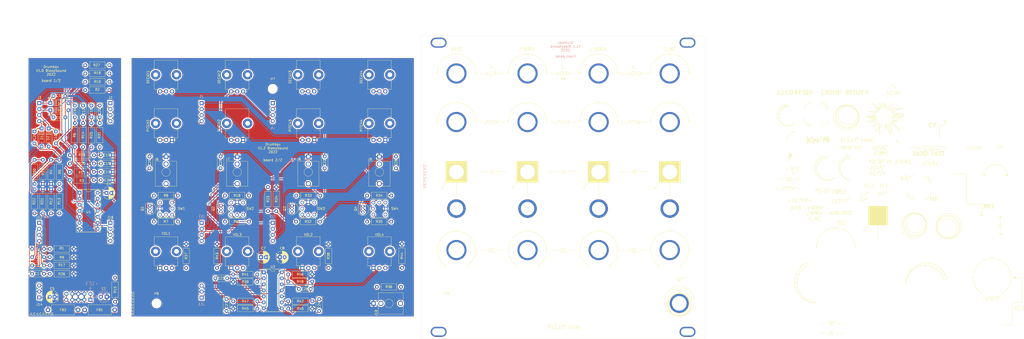
<source format=kicad_pcb>
(kicad_pcb (version 20211014) (generator pcbnew)
  (layers (0 "F.Cu" signal) (31 "B.Cu" signal) (34 "B.Paste" user) (35 "F.Paste" user) (36 "B.SilkS" user "B.Silkscreen") (37 "F.SilkS" user "F.Silkscreen") (38 "B.Mask" user) (39 "F.Mask" user) (44 "Edge.Cuts" user))
  (net 0 "")
  (net 1 "GND")
  (net 2 "Net-(C2-Pad1)")
  (net 3 "Net-(C3-Pad1)")
  (net 4 "O1")
  (net 5 "PIOut2")
  (net 6 "O2")
  (net 7 "PIOut3")
  (net 8 "O3")
  (net 9 "Net-(C11-Pad1)")
  (net 10 "PIOut4")
  (net 11 "O4")
  (net 12 "In1")
  (net 13 "Net-(C13-Pad2)")
  (net 14 "In2")
  (net 15 "In3")
  (net 16 "In4")
  (net 17 "+12V")
  (net 18 "-12V")
  (net 19 "Net-(C23-Pad1)")
  (net 20 "Net-(C24-Pad1)")
  (net 21 "Net-(D1-Pad2)")
  (net 22 "Net-(D2-Pad2)")
  (net 23 "Net-(D3-Pad2)")
  (net 24 "Net-(D4-Pad2)")
  (net 25 "Net-(D5-Pad2)")
  (net 26 "DEIn1")
  (net 27 "DEIn2")
  (net 28 "DEIn3")
  (net 29 "DEIn4")
  (net 30 "Net-(FB1-Pad2)")
  (net 31 "Net-(FB2-Pad2)")
  (net 32 "PIOut1")
  (net 38 "Out1")
  (net 39 "Net-(Q1-Pad2)")
  (net 40 "Net-(Q1-Pad3)")
  (net 41 "Net-(Q2-Pad2)")
  (net 42 "Net-(Q2-Pad3)")
  (net 43 "Net-(Q3-Pad2)")
  (net 44 "Net-(Q3-Pad3)")
  (net 45 "Net-(Q4-Pad2)")
  (net 46 "Net-(Q4-Pad3)")
  (net 47 "Net-(U2-Pad3)")
  (net 48 "Net-(U2-Pad10)")
  (net 49 "Net-(U2-Pad5)")
  (net 50 "Net-(U2-Pad12)")
  (net 51 "Net-(Q1-Pad1)")
  (net 52 "Net-(Q2-Pad1)")
  (net 53 "Net-(Q3-Pad1)")
  (net 54 "Net-(Q4-Pad1)")
  (net 55 "+5V")
  (net 64 "Net-(C1-Pad2)")
  (net 65 "Net-(C9-Pad2)")
  (net 66 "Net-(C10-Pad1)")
  (net 67 "Net-(C14-Pad1)")
  (net 68 "Net-(C15-Pad1)")
  (net 69 "Net-(C17-Pad2)")
  (net 70 "Net-(C18-Pad1)")
  (net 71 "Net-(C19-Pad1)")
  (net 72 "Net-(C21-Pad2)")
  (net 73 "Net-(C22-Pad2)")
  (net 74 "Net-(J10-PadT)")
  (net 75 "Net-(C25-Pad2)")
  (net 76 "Net-(C26-Pad2)")
  (net 77 "Net-(C27-Pad1)")
  (net 78 "Net-(C28-Pad1)")
  (footprint "Potentiometer_THT:Potentiometer_Bourns_PTV09A-1_Single_Vertical" (layer "F.Cu") (at 91 45.55 90)
    (fp_text reference "DECAY1")
    (fp_text value "470k")
  )
  (footprint "Capacitor_THT:C_Disc_D7.0mm_W2.5mm_P5.00mm" (layer "F.Cu") (at 46 56.5 180)
    (fp_text reference "C14")
    (fp_text value "12nF")
  )
  (footprint "Synth:PB01-109TL" (layer "F.Cu") (at 148.5 95)
    (fp_text reference "SW3")
    (fp_text value "SW_MEC_LOW_PROF_LED")
  )
  (footprint "Resistor_THT:R_Axial_DIN0207_L6.3mm_D2.5mm_P10.16mm_Horizontal" (layer "F.Cu") (at 140 122.75)
    (fp_text reference "R46")
    (fp_text value "20k")
  )
  (footprint "Connector_PinHeader_2.54mm:PinHeader_1x04_P2.54mm_Vertical" (layer "F.Cu") (at 65 50.5)
    (fp_text reference "J2")
    (fp_text value "Conn_01x04_Male")
  )
  (footprint "Resistor_THT:R_Axial_DIN0207_L6.3mm_D2.5mm_P10.16mm_Horizontal" (layer "F.Cu") (at 64.58 41.5 180)
    (fp_text reference "R10")
    (fp_text value "150k")
  )
  (footprint "Resistor_THT:R_Axial_DIN0207_L6.3mm_D2.5mm_P10.16mm_Horizontal" (layer "F.Cu") (at 110 120.08 90)
    (fp_text reference "R43")
    (fp_text value "1M")
  )
  (footprint "Resistor_THT:R_Axial_DIN0207_L6.3mm_D2.5mm_P10.16mm_Horizontal" (layer "F.Cu") (at 187.58 128 180)
    (fp_text reference "R36")
    (fp_text value "1k")
  )
  (footprint "Potentiometer_THT:Potentiometer_Bourns_PTV09A-1_Single_Vertical" (layer "F.Cu") (at 91 66.05 90)
    (fp_text reference "PITCH1")
    (fp_text value "10k")
  )
  (footprint "MountingHole:MountingHole_3.2mm_M3" (layer "F.Cu") (at 84.5 135)
    (fp_text reference "H6")
    (fp_text value "SpacerHoles")
  )
  (footprint "Resistor_THT:R_Axial_DIN0207_L6.3mm_D2.5mm_P10.16mm_Horizontal" (layer "F.Cu") (at 40 86.84 -90)
    (fp_text reference "R12")
    (fp_text value "47k")
  )
  (footprint "Capacitor_THT:CP_Radial_D5.0mm_P2.00mm" (layer "F.Cu") (at 41.455113 132.225 180)
    (fp_text reference "C5")
    (fp_text value "10µ")
  )
  (footprint "Resistor_THT:R_Axial_DIN0207_L6.3mm_D2.5mm_P10.16mm_Horizontal" (layer "F.Cu") (at 93.5 89.5 180)
    (fp_text reference "R8")
    (fp_text value "100k")
  )
  (footprint "Resistor_THT:R_Axial_DIN0207_L6.3mm_D2.5mm_P10.16mm_Horizontal" (layer "F.Cu") (at 36.5 84.58 90)
    (fp_text reference "R29")
    (fp_text value "47k")
  )
  (footprint "Resistor_THT:R_Axial_DIN0207_L6.3mm_D2.5mm_P10.16mm_Horizontal" (layer "F.Cu") (at 67 134.305 90)
    (fp_text reference "R15")
    (fp_text value "2.2k")
  )
  (footprint "Resistor_THT:R_Axial_DIN0207_L6.3mm_D2.5mm_P10.16mm_Horizontal" (layer "F.Cu") (at 123.5 100.5 180)
    (fp_text reference "R16")
    (fp_text value "1k")
  )
  (footprint "Capacitor_THT:CP_Radial_D5.0mm_P2.00mm" (layer "F.Cu") (at 63.344888 88.425)
    (fp_text reference "C4")
    (fp_text value "10µ")
  )
  (footprint "Resistor_THT:R_Axial_DIN0207_L6.3mm_D2.5mm_P10.16mm_Horizontal" (layer "F.Cu") (at 58 83 180)
    (fp_text reference "R3")
    (fp_text value "68k")
  )
  (footprint "Capacitor_THT:C_Disc_D7.0mm_W2.5mm_P5.00mm" (layer "F.Cu") (at 153.1 138.2 90)
    (fp_text reference "C24")
    (fp_text value "22pF")
  )
  (footprint "Inductor_THT:L_Axial_L9.5mm_D4.0mm_P12.70mm_Horizontal_Fastron_SMCC" (layer "F.Cu") (at 54.15 137.725)
    (fp_text reference "FB1")
    (fp_text value "10R")
  )
  (footprint "Capacitor_THT:C_Disc_D7.0mm_W2.5mm_P5.00mm" (layer "F.Cu") (at 144.5 128.9)
    (fp_text reference "C28")
    (fp_text value "22pF")
  )
  (footprint "Capacitor_THT:C_Disc_D7.0mm_W2.5mm_P5.00mm" (layer "F.Cu") (at 61 72.5)
    (fp_text reference "C19")
    (fp_text value "56nF")
  )
  (footprint "Resistor_THT:R_Axial_DIN0207_L6.3mm_D2.5mm_P10.16mm_Horizontal" (layer "F.Cu") (at 53.5 58.92 -90)
    (fp_text reference "R14")
    (fp_text value "68k")
  )
  (footprint "Connector_PinHeader_2.54mm:PinHeader_1x03_P2.54mm_Vertical" (layer "F.Cu") (at 35 132.5 180)
    (fp_text reference "J14")
    (fp_text value "Conn_01x03_Male")
  )
  (footprint "Synth:Doepfer Mounting hole" (layer "F.Cu") (at 203.5 25)
    (fp_text reference "H1" hide)
    (fp_text value "MountingHole")
  )
  (footprint "Diode_THT:D_DO-35_SOD27_P7.62mm_Horizontal" (layer "F.Cu") (at 39.69 50.5)
    (fp_text reference "D5")
    (fp_text value "1N4148")
  )
  (footprint "Resistor_THT:R_Axial_DIN0207_L6.3mm_D2.5mm_P10.16mm_Horizontal" (layer "F.Cu") (at 153.5 100.5 180)
    (fp_text reference "R32")
    (fp_text value "1k")
  )
  (footprint "Synth:Doepfer Mounting hole" (layer "F.Cu") (at 308.5 25)
    (fp_text reference "H2" hide)
    (fp_text value "MountingHole")
  )
  (footprint "Resistor_THT:R_Axial_DIN0207_L6.3mm_D2.5mm_P10.16mm_Horizontal" (layer "F.Cu") (at 58.08 79.5 180)
    (fp_text reference "R11")
    (fp_text value "68k")
  )
  (footprint "Capacitor_THT:C_Disc_D7.0mm_W2.5mm_P5.00mm" (layer "F.Cu") (at 50 51.5 -90)
    (fp_text reference "C6")
    (fp_text value "47nF")
  )
  (footprint "Resistor_THT:R_Axial_DIN0207_L6.3mm_D2.5mm_P10.16mm_Horizontal" (layer "F.Cu") (at 116.82 122.8)
    (fp_text reference "R41")
    (fp_text value "100k")
  )
  (footprint "Capacitor_THT:C_Disc_D7.0mm_W2.5mm_P5.00mm" (layer "F.Cu") (at 37 112 180)
    (fp_text reference "C1")
    (fp_text value "150nF")
  )
  (footprint "Resistor_THT:R_Axial_DIN0207_L6.3mm_D2.5mm_P10.16mm_Horizontal" (layer "F.Cu") (at 64.58 38 180)
    (fp_text reference "R19")
    (fp_text value "150k")
  )
  (footprint "Capacitor_THT:CP_Radial_D5.0mm_P2.00mm" (layer "F.Cu") (at 136.5 115.5)
    (fp_text reference "C8")
    (fp_text value "100n")
  )
  (footprint "Resistor_THT:R_Axial_DIN0207_L6.3mm_D2.5mm_P10.16mm_Horizontal" (layer "F.Cu") (at 116.84 134.13)
    (fp_text reference "R47")
    (fp_text value "100k")
  )
  (footprint "Connector_Audio:Jack_3.5mm_QingPu_WQP-PJ398SM_Vertical_CircularHoles" (layer "F.Cu") (at 176.02 135 90)
    (fp_text reference "J10")
    (fp_text value "Main OUT")
  )
  (footprint "Resistor_THT:R_Axial_DIN0207_L6.3mm_D2.5mm_P10.16mm_Horizontal" (layer "F.Cu") (at 50 58.92 -90)
    (fp_text reference "R6")
    (fp_text value "68k")
  )
  (footprint "Resistor_THT:R_Axial_DIN0207_L6.3mm_D2.5mm_P10.16mm_Horizontal" (layer "F.Cu") (at 43.5 74.42 -90)
    (fp_text reference "R5")
    (fp_text value "27k")
  )
  (footprint "Potentiometer_THT:Potentiometer_Bourns_PTV09A-1_Single_Vertical" (layer "F.Cu") (at 151 120.05 90)
    (fp_text reference "VOL2")
    (fp_text value "10k")
  )
  (footprint "Inductor_THT:L_Axial_L9.5mm_D4.0mm_P12.70mm_Horizontal_Fastron_SMCC" (layer "F.Cu") (at 38.65 137.725)
    (fp_text reference "FB2")
    (fp_text value "10R")
  )
  (footprint "Package_TO_SOT_THT:TO-92_Inline" (layer "F.Cu") (at 141.64 93.73 -90)
    (fp_text reference "Q3")
    (fp_text value "2N3904")
  )
  (footprint "Potentiometer_THT:Potentiometer_Bourns_PTV09A-1_Single_Vertical" (layer "F.Cu") (at 151 45.55 90)
    (fp_text reference "DECAY3")
    (fp_text value "470k")
  )
  (footprint "Package_TO_SOT_THT:TO-92_Inline" (layer "F.Cu") (at 81.64 93.73 -90)
    (fp_text reference "Q1")
    (fp_text value "2N3904")
  )
  (footprint "Synth:Doepfer Mounting hole" (layer "F.Cu") (at 203.5 147)
    (fp_text reference "H3" hide)
    (fp_text value "MountingHole")
  )
  (footprint "Potentiometer_THT:Potentiometer_Bourns_PTV09A-1_Single_Vertical" (layer "F.Cu") (at 151 66.05 90)
    (fp_text reference "PITCH3")
    (fp_text value "10k")
  )
  (footprint "Potentiometer_THT:Potentiometer_Bourns_PTV09A-1_Single_Vertical" (layer "F.Cu") (at 121 45.55 90)
    (fp_text reference "DECAY2")
    (fp_text value "470k")
  )
  (footprint "Connector_Audio:Jack_3.5mm_QingPu_WQP-PJ398SM_Vertical_CircularHoles" (layer "F.Cu") (at 118.5 73.1)
    (fp_text reference "J7")
    (fp_text value "HBonga IN")
  )
  (footprint "MountingHole:MountingHole_3.2mm_M3" (layer "F.Cu") (at 207 135)
    (fp_text reference "H5")
    (fp_text value "SpacerHoles")
  )
  (footprint "Capacitor_THT:C_Disc_D7.0mm_W2.5mm_P5.00mm" (layer "F.Cu") (at 60.5 51.5 -90)
    (fp_text reference "C20")
    (fp_text value "1.5nF")
  )
  (footprint "Diode_THT:D_DO-35_SOD27_P7.62mm_Horizontal" (layer "F.Cu") (at 39 61.19 -90)
    (fp_text reference "D2")
    (fp_text value "1N4148")
  )
  (footprint "Capacitor_THT:C_Disc_D7.0mm_W2.5mm_P5.00mm" (layer "F.Cu") (at 61 76)
    (fp_text reference "C15")
    (fp_text value "39nF")
  )
  (footprint "Resistor_THT:R_Axial_DIN0207_L6.3mm_D2.5mm_P10.16mm_Horizontal" (layer "F.Cu") (at 60.5 58.92 -90)
    (fp_text reference "R31")
    (fp_text value "68k")
  )
  (footprint "Resistor_THT:R_Axial_DIN0207_L6.3mm_D2.5mm_P10.16mm_Horizontal" (layer "F.Cu") (at 58.08 72.5 180)
    (fp_text reference "R28")
    (fp_text value "68k")
  )
  (footprint "Connector_PinHeader_2.54mm:PinHeader_1x04_P2.54mm_Vertical" (layer "F.Cu") (at 35 101)
    (fp_text reference "J12")
    (fp_text value "Conn_01x04_Male")
  )
  (footprint "Capacitor_THT:C_Disc_D7.0mm_W2.5mm_P5.00mm" (layer "F.Cu") (at 53.5 51.5 -90)
    (fp_text reference "C12")
    (fp_text value "10nF")
  )
  (footprint "Package_DIP:DIP-14_W7.62mm_Socket" (layer "F.Cu") (at 129.7 121.875)
    (fp_text reference "U2")
    (fp_text value "TL074")
  )
  (footprint "Resistor_THT:R_Axial_DIN0207_L6.3mm_D2.5mm_P10.16mm_Horizontal" (layer "F.Cu") (at 123.5 89.5 180)
    (fp_text reference "R18")
    (fp_text value "100k")
  )
  (footprint "Resistor_THT:R_Axial_DIN0207_L6.3mm_D2.5mm_P10.16mm_Horizontal" (layer "F.Cu") (at 126.98 125.9 180)
    (fp_text reference "R39")
    (fp_text value "10k")
  )
  (footprint "Capacitor_THT:CP_Radial_D5.0mm_P2.00mm" (layer "F.Cu") (at 128.544887 115.5)
    (fp_text reference "C7")
    (fp_text value "100n")
  )
  (footprint "Capacitor_THT:C_Disc_D7.0mm_W2.5mm_P5.00mm" (layer "F.Cu") (at 60.92 83)
    (fp_text reference "C3")
    (fp_text value "150nF")
  )
  (footprint "Connector_PinHeader_2.54mm:PinHeader_1x04_P2.54mm_Vertical" (layer "F.Cu") (at 65 101)
    (fp_text reference "J16")
    (fp_text value "Conn_01x04_Male")
  )
  (footprint "Capacitor_THT:C_Disc_D7.0mm_W2.5mm_P5.00mm" (layer "F.Cu") (at 114 138.2 90)
    (fp_text reference "C27")
    (fp_text value "22pF")
  )
  (footprint "Capacitor_THT:C_Disc_D7.0mm_W2.5mm_P5.00mm" (layer "F.Cu") (at 81.5 73 -90)
    (fp_text reference "C21")
    (fp_text value ".1µF")
  )
  (footprint "Synth:PB01-109TL" (layer "F.Cu") (at 178.5 95 -90)
    (fp_text reference "SW4")
    (fp_text value "SW_MEC_LOW_PROF_LED")
  )
  (footprint "Resistor_THT:R_Axial_DIN0207_L6.3mm_D2.5mm_P10.16mm_Horizontal" (layer "F.Cu") (at 39.42 119)
    (fp_text reference "R17")
    (fp_text value "12k")
  )
  (footprint "Resistor_THT:R_Axial_DIN0207_L6.3mm_D2.5mm_P10.16mm_Horizontal" (layer "F.Cu") (at 150.18 134.1 180)
    (fp_text reference "R42")
    (fp_text value "100k")
  )
  (footprint "Capacitor_THT:C_Disc_D7.0mm_W2.5mm_P5.00mm" (layer "F.Cu") (at 185.5 73 -90)
    (fp_text reference "C26")
    (fp_text value ".1µF")
  )
  (footprint "Capacitor_THT:C_Disc_D7.0mm_W2.5mm_P5.00mm" (layer "F.Cu") (at 111.5 73 -90)
    (fp_text reference "C25")
    (fp_text value ".1µF")
  )
  (footprint "Resistor_THT:R_Axial_DIN0207_L6.3mm_D2.5mm_P10.16mm_Horizontal" (layer "F.Cu") (at 43.5 97 90)
    (fp_text reference "R13")
    (fp_text value "27k")
  )
  (footprint "Capacitor_THT:C_Disc_D7.0mm_W2.5mm_P5.00mm" (layer "F.Cu") (at 57 51.5 -90)
    (fp_text reference "C16")
    (fp_text value "12nF")
  )
  (footprint "Connector_PinHeader_2.54mm:PinHeader_1x04_P2.54mm_Vertical" (layer "F.Cu") (at 35 50.5)
    (fp_text reference "J3")
    (fp_text value "Conn_01x04_Male")
  )
  (footprint "Capacitor_THT:C_Disc_D7.0mm_W2.5mm_P5.00mm" (layer "F.Cu") (at 114.3 124.4 180)
    (fp_text reference "C23")
    (fp_text value "22pF")
  )
  (footprint "Synth:PB01-109TL" (layer "F.Cu") (at 118.5 95)
    (fp_text reference "SW2")
    (fp_text value "SW_MEC_LOW_PROF_LED")
  )
  (footprint "Resistor_THT:R_Axial_DIN0207_L6.3mm_D2.5mm_P10.16mm_Horizontal" (layer "F.Cu") (at 39.42 115.5)
    (fp_text reference "R9")
    (fp_text value "12k")
  )
  (footprint "Capacitor_THT:C_Disc_D7.0mm_W2.5mm_P5.00mm" (layer "F.Cu") (at 37 119 180)
    (fp_text reference "C13")
    (fp_text value "39nF")
  )
  (footprint "Potentiometer_THT:Potentiometer_Bourns_PTV09A-1_Single_Vertical" (layer "F.Cu") (at 181 66.05 90)
    (fp_text reference "PITCH4")
    (fp_text value "10k")
  )
  (footprint "Resistor_THT:R_Axial_DIN0207_L6.3mm_D2.5mm_P10.16mm_Horizontal" (layer "F.Cu") (at 93.5 100.5 180)
    (fp_text reference "R7")
    (fp_text value "1k")
  )
  (footprint "Resistor_THT:R_Axial_DIN0207_L6.3mm_D2.5mm_P10.16mm_Horizontal" (layer "F.Cu") (at 188 120 90)
    (fp_text reference "R44")
    (fp_text value "1M")
  )
  (footprint "Connector_Audio:Jack_3.5mm_QingPu_WQP-PJ398SM_Vertical_CircularHoles" (layer "F.Cu") (at 148.5 73.1)
    (fp_text reference "J8")
    (fp_text value "LBonga IN")
  )
  (footprint "Potentiometer_THT:Potentiometer_Bourns_PTV09A-1_Single_Vertical" (layer "F.Cu") (at 121 120.05 90)
    (fp_text reference "VOL3")
    (fp_text value "10k")
  )
  (footprint "Resistor_THT:R_Axial_DIN0207_L6.3mm_D2.5mm_P10.16mm_Horizontal" (layer "F.Cu") (at 140.02 137.2)
    (fp_text reference "R40")
    (fp_text value "20k")
  )
  (footprint "Resistor_THT:R_Axial_DIN0207_L6.3mm_D2.5mm_P10.16mm_Horizontal" (layer "F.Cu") (at 58.08 76 180)
    (fp_text reference "R20")
    (fp_text value "68k")
  )
  (footprint "Connector_Audio:Jack_3.5mm_QingPu_WQP-PJ398SM_Vertical_CircularHoles" (layer "F.Cu") (at 178.5 73.1)
    (fp_text reference "J9")
    (fp_text value "Clave IN")
  )
  (footprint "Resistor_THT:R_Axial_DIN0207_L6.3mm_D2.5mm_P10.16mm_Horizontal" (layer "F.Cu") (at 57 59 -90)
    (fp_text reference "R25")
    (fp_text value "68k")
  )
  (footprint "Resistor_THT:R_Axial_DIN0207_L6.3mm_D2.5mm_P10.16mm_Horizontal" (layer "F.Cu") (at 135 96.08 90)
    (fp_text reference "R24")
    (fp_text value "33k")
  )
  (footprint "Synth:PB01-109TL" (layer "F.Cu") (at 88.5 95 90)
    (fp_text reference "SW1")
    (fp_text value "SW_MEC_LOW_PROF_LED")
  )
  (footprint "Synth:Doepfer Mounting hole" (layer "F.Cu") (at 308.5 147)
    (fp_text reference "H4" hide)
    (fp_text value "MountingHole")
  )
  (footprint "Diode_THT:D_DO-35_SOD27_P7.62mm_Horizontal" (layer "F.Cu") (at 36 61.19 -90)
    (fp_text reference "D1")
    (fp_text value "1N4148")
  )
  (footprint "Capacitor_THT:C_Disc_D7.0mm_W2.5mm_P5.00mm" (layer "F.Cu") (at 33 67.5 90)
    (fp_text reference "C2")
    (fp_text value "47nF")
  )
  (footprint "MountingHole:MountingHole_3.2mm_M3" (layer "F.Cu") (at 256 44.5)
    (fp_text reference "H8")
    (fp_text value "SpacerHoles")
  )
  (footprint "Capacitor_THT:C_Disc_D7.0mm_W2.5mm_P5.00mm" (layer "F.Cu") (at 46 47.5 180)
    (fp_text reference "C18")
    (fp_text value "1.5nF")
  )
  (footprint "Resistor_THT:R_Axial_DIN0207_L6.3mm_D2.5mm_P10.16mm_Horizontal" (layer "F.Cu") (at 127 137.2 180)
    (fp_text reference "R45")
    (fp_text value "20k")
  )
  (footprint "Package_TO_SOT_THT:TO-92_Inline" (layer "F.Cu") (at 111.64 93.73 -90)
    (fp_text reference "Q2")
    (fp_text value "2N3904")
  )
  (footprint "Resistor_THT:R_Axial_DIN0207_L6.3mm_D2.5mm_P10.16mm_Horizontal" (layer "F.Cu") (at 131.5 85.92 -90)
    (fp_text reference "R23")
    (fp_text value "47k")
  )
  (footprint "Resistor_THT:R_Axial_DIN0207_L6.3mm_D2.5mm_P10.16mm_Horizontal" (layer "F.Cu") (at 40 84.58 90)
    (fp_text reference "R4")
    (fp_text value "47k")
  )
  (footprint "Resistor_THT:R_Axial_DIN0207_L6.3mm_D2.5mm_P10.16mm_Horizontal" (layer "F.Cu") (at 150.16 125.8 180)
    (fp_text reference "R48")
    (fp_text value "100k")
  )
  (footprint "Potentiometer_THT:Potentiometer_Bourns_PTV09A-1_Single_Vertical" (layer "F.Cu") (at 121 66.05 90)
    (fp_text reference "PITCH2")
    (fp_text value "10k")
  )
  (footprint "Resistor_THT:R_Axial_DIN0207_L6.3mm_D2.5mm_P10.16mm_Horizontal" (layer "F.Cu") (at 36.5 86.84 -90)
    (fp_text reference "R21")
    (fp_text value "47k")
  )
  (footprint "Resistor_THT:R_Axial_DIN0207_L6.3mm_D2.5mm_P10.16mm_Horizontal" (layer "F.Cu") (at 183.5 100.5 180)
    (fp_text reference "R35")
    (fp_text value "100k")
  )
  (footprint "Package_DIP:DIP-14_W7.62mm_Socket" (layer "F.Cu") (at 52 88.3)
    (fp_text reference "U1")
    (fp_text value "4011")
  )
  (footprint "Capacitor_THT:C_Disc_D7.0mm_W2.5mm_P5.00mm" (layer "F.Cu") (at 42 67.5 90)
    (fp_text reference "C10")
    (fp_text value "10nF")
  )
  (footprint "Resistor_THT:R_Axial_DIN0207_L6.3mm_D2.5mm_P10.16mm_Horizontal" (layer "F.Cu") (at 64.58 45 180)
    (fp_text reference "R2")
    (fp_text value "150k")
  )
  (footprint "Resistor_THT:R_Axial_DIN0207_L6.3mm_D2.5mm_P10.16mm_Horizontal" (layer "F.Cu") (at 33 97 90)
    (fp_text reference "R22")
    (fp_text value "27k")
  )
  (footprint "Capacitor_THT:C_Disc_D7.0mm_W2.5mm_P5.00mm" (layer "F.Cu") (at 155.42 73 -90)
    (fp_text reference "C22")
    (fp_text value ".1µF")
  )
  (footprint "Capacitor_THT:C_Disc_D7.0mm_W2.5mm_P5.00mm" (layer "F.Cu") (at 37 115.5 180)
    (fp_text reference "C9")
    (fp_text value "33nF")
  )
  (footprint "Capacitor_THT:C_Disc_D7.0mm_W2.5mm_P5.00mm" (layer "F.Cu") (at 61 79.5)
    (fp_text reference "C11")
    (fp_text value "33nF")
  )
  (footprint "Resistor_THT:R_Axial_DIN0207_L6.3mm_D2.5mm_P10.16mm_Horizontal" (layer "F.Cu") (at 183.5 89.5 180)
    (fp_text reference "R34")
    (fp_text value "1k")
  )
  (footprint "Resistor_THT:R_Axial_DIN0207_L6.3mm_D2.5mm_P10.16mm_Horizontal" (layer "F.Cu") (at 39.42 122.5)
    (fp_text reference "R26")
    (fp_text value "12k")
  )
  (footprint "Resistor_THT:R_Axial_DIN0207_L6.3mm_D2.5mm_P10.16mm_Horizontal" (layer "F.Cu") (at 157 120.08 90)
    (fp_text reference "R38")
    (fp_text value "1M")
  )
  (footprint "Resistor_THT:R_Axial_DIN0207_L6.3mm_D2.5mm_P10.16mm_Horizontal" (layer "F.Cu") (at 39.42 112)
    (fp_text reference "R1")
    (fp_text value "12k")
  )
  (footprint "Package_TO_SOT_THT:TO-92_Inline" (layer "F.Cu") (at 171.5 94 -90)
    (fp_text reference "Q4")
    (fp_text value "2N3904")
  )
  (footprint "Capacitor_THT:C_Disc_D7.0mm_W2.5mm_P5.00mm" (layer "F.Cu") (at 37 122.5 180)
    (fp_text reference "C17")
    (fp_text value "4.7nF")
  )
  (footprint "Resistor_THT:R_Axial_DIN0207_L6.3mm_D2.5mm_P10.16mm_Horizontal" (layer "F.Cu") (at 64.58 34.5 180)
    (fp_text reference "R27")
    (fp_text value "150k")
  )
  (footprint "Potentiometer_THT:Potentiometer_Bourns_PTV09A-1_Single_Vertical" (layer "F.Cu") (at 181 45.55 90)
    (fp_text reference "DECAY4")
    (fp_text value "470k")
  )
  (footprint "Diode_THT:D_DO-35_SOD27_P7.62mm_Horizontal" (layer "F.Cu") (at 39.69 53.5)
    (fp_text reference "D4")
    (fp_text value "1N4148")
  )
  (footprint "Potentiometer_THT:Potentiometer_Bourns_PTV09A-1_Single_Vertical" (layer "F.Cu") (at 91 120.05 90)
    (fp_text reference "VOL1")
    (fp_text value "10k")
  )
  (footprint "Potentiometer_THT:Potentiometer_Bourns_PTV09A-1_Single_Vertical" (layer "F.Cu") (at 181 120.05 90)
    (fp_text reference "VOL4")
    (fp_text value "10k")
  )
  (footprint "MountingHole:MountingHole_3.2mm_M3" (layer "F.Cu") (at 133.5 44.5)
    (fp_text reference "H7")
    (fp_text value "SpacerHoles")
  )
  (footprint "Resistor_THT:R_Axial_DIN0207_L6.3mm_D2.5mm_P10.16mm_Horizontal" (layer "F.Cu") (at 153.58 89.5 180)
    (fp_text reference "R33")
    (fp_text value "100k")
  )
  (footprint "Resistor_THT:R_Axial_DIN0207_L6.3mm_D2.5mm_P10.16mm_Horizontal" (layer "F.Cu") (at 33 74.42 -90)
    (fp_text reference "R30")
    (fp_text value "27k")
  )
  (footprint "Connector_Audio:Jack_3.5mm_QingPu_WQP-PJ398SM_Vertical_CircularHoles" (layer "F.Cu") (at 88.5 73.1)
    (fp_text reference "J6")
    (fp_text value "Bass IN")
  )
  (footprint "Resistor_THT:R_Axial_DIN0207_L6.3mm_D2.5mm_P10.16mm_Horizontal" (layer "F.Cu") (at 97 120.08 90)
    (fp_text reference "R37")
    (fp_text value "1M")
  )
  (footprint "Connector_PinSocket_2.54mm:PinSocket_1x04_P2.54mm_Vertical" (layer "B.Cu") (at 133.5 101 180)
    (fp_text reference "J15")
    (fp_text value "Conn_01x04_Female")
  )
  (footprint "LED_THT:LED_D4.0mm" (layer "B.Cu") (at 63.5 132.225 180)
    (fp_text reference "D3")
    (fp_text value "LED-12V")
  )
  (footprint "Connector_PinSocket_2.54mm:PinSocket_1x04_P2.54mm_Vertical" (layer "B.Cu") (at 103.5 101 180)
    (fp_text reference "J11")
    (fp_text value "Conn_01x04_Female")
  )
  (footprint "Connector_PinSocket_2.54mm:PinSocket_1x04_P2.54mm_Vertical" (layer "B.Cu") (at 133.5 50.5 180)
    (fp_text reference "J4")
    (fp_text value "Conn_01x04_Female")
  )
  (footprint "Connector_PinSocket_2.54mm:PinSocket_1x04_P2.54mm_Vertical" (layer "B.Cu") (at 103.5 50.5 180)
    (fp_text reference "J5")
    (fp_text value "Conn_01x04_Female")
  )
  (footprint "Connector_PinSocket_2.54mm:PinSocket_1x03_P2.54mm_Vertical" (layer "B.Cu") (at 103.5 132.58)
    (fp_text reference "J13")
    (fp_text value "Conn_01x03_Female")
  )
  (footprint "Connector_PinHeader_2.54mm:PinHeader_2x05_P2.54mm_Vertical" (layer "B.Cu") (at 56.575 133.5 90)
    (fp_text reference "J1")
    (fp_text value "Power Input")
  )
  (gr_line (start 56.4 127.4) (end 57.2 127.4) (layer "B.SilkS") (width 0.12))
  (gr_line (start 59 126.7) (end 59.6 126.7) (layer "B.SilkS") (width 0.12))
  (gr_line (start 55.7 125.7) (end 55.6 125.7) (layer "B.SilkS") (width 0.12))
  (gr_line (start 57.6 127.4) (end 57.8 127.4) (layer "B.SilkS") (width 0.12))
  (gr_line (start 56.4 125.8) (end 57.2 125.8) (layer "B.SilkS") (width 0.12))
  (gr_line (start 59.3 127) (end 59.3 126.4) (layer "B.SilkS") (width 0.12))
  (gr_line (start 56.4 126.6) (end 56.4 125.8) (layer "B.SilkS") (width 0.12))
  (gr_line (start 57.8 125.8) (end 58.1 126.1) (layer "B.SilkS") (width 0.12))
  (gr_line (start 54.8 127.4) (end 55.6 125.7) (layer "B.SilkS") (width 0.12))
  (gr_line (start 57.8 127.4) (end 58 127.4) (layer "B.SilkS") (width 0.12))
  (gr_line (start 54.8 125.7) (end 54.8 127.4) (layer "B.SilkS") (width 0.12))
  (gr_line (start 54.9 125.7) (end 54.8 125.7) (layer "B.SilkS") (width 0.12))
  (gr_line (start 57.2 127.4) (end 57.2 126.6) (layer "B.SilkS") (width 0.12))
  (gr_line (start 57.8 127.4) (end 57.8 125.8) (layer "B.SilkS") (width 0.12))
  (gr_line (start 56.6 127.8) (end 56.6 128.8) (layer "B.SilkS") (width 0.12))
  (gr_poly (pts (xy 56.6 128.8) (xy 57 128.6) (xy 56.2 128.6)) (layer "B.SilkS") (width 0.12) (fill solid))
  (gr_line (start 57.2 126.6) (end 56.4 126.6) (layer "B.SilkS") (width 0.12))
  (gr_line (start 351.45 83.5) (end 350.95 81.8) (layer "F.SilkS") (width 0.12))
  (gr_line (start 241 82.75) (end 241 91.5) (layer "F.SilkS") (width 0.12))
  (gr_line (start 211 82.75) (end 211 91.5) (layer "F.SilkS") (width 0.12))
  (gr_line (start 370.05 142.65) (end 370.75 142.65) (layer "F.SilkS") (width 0.12))
  (gr_line (start 368.45 144.35) (end 367.95 142.65) (layer "F.SilkS") (width 0.12))
  (gr_line (start 367.95 142.65) (end 368.85 142.65) (layer "F.SilkS") (width 0.12))
  (gr_line (start 369.15 142.65) (end 368.85 144.35) (layer "F.SilkS") (width 0.12))
  (gr_line (start 368.85 144.35) (end 369.85 142.65) (layer "F.SilkS") (width 0.12))
  (gr_line (start 368.85 142.65) (end 368.45 144.35) (layer "F.SilkS") (width 0.12))
  (gr_line (start 370.45 142.65) (end 369.45 144.35) (layer "F.SilkS") (width 0.12))
  (gr_circle (center 234.75 86.25) (end 234.75 86) (layer "F.SilkS") (width 0.12) (fill none))
  (gr_line (start 234.75 86.25) (end 236.25 84.35) (layer "F.SilkS") (width 0.12))
  (gr_line (start 236.25 84.35) (end 235.95 84.35) (layer "F.SilkS") (width 0.12))
  (gr_line (start 236.25 84.35) (end 236.25 84.65) (layer "F.SilkS") (width 0.12))
  (gr_line (start 368.7 146.65) (end 368.5 146.75) (layer "F.SilkS") (width 0.12))
  (gr_line (start 368.6 148.35) (end 369.4 146.65) (layer "F.SilkS") (width 0.12))
  (gr_line (start 368.6 148.35) (end 368.5 148.35) (layer "F.SilkS") (width 0.12))
  (gr_line (start 369.4 146.65) (end 369.4 148.35) (layer "F.SilkS") (width 0.12))
  (gr_line (start 368.7 146.65) (end 368.8 146.85) (layer "F.SilkS") (width 0.12))
  (gr_line (start 369.4 148.35) (end 370.2 146.65) (layer "F.SilkS") (width 0.12))
  (gr_line (start 367.9 148.35) (end 368.7 146.65) (layer "F.SilkS") (width 0.12))
  (gr_line (start 370.2 146.65) (end 370.1 146.65) (layer "F.SilkS") (width 0.12))
  (gr_line (start 408.7 75.1) (end 408.7 75.3) (layer "F.SilkS") (width 0.12))
  (gr_line (start 408.7 76.1) (end 407.7 76.8) (layer "F.SilkS") (width 0.12))
  (gr_line (start 408.7 75.1) (end 407.7 75.7) (layer "F.SilkS") (width 0.12))
  (gr_line (start 407.7 76.8) (end 407.7 76.6) (layer "F.SilkS") (width 0.12))
  (gr_line (start 407.7 76.8) (end 407.9 76.8) (layer "F.SilkS") (width 0.12))
  (gr_line (start 409.8 75.1) (end 408.8 76.8) (layer "F.SilkS") (width 0.12))
  (gr_line (start 407.7 75.7) (end 408.7 76.1) (layer "F.SilkS") (width 0.12))
  (gr_line (start 410.9 75.7) (end 410.2 75.8) (layer "F.SilkS") (width 0.12))
  (gr_line (start 410.8 76.3) (end 410.6 76.8) (layer "F.SilkS") (width 0.12))
  (gr_line (start 410.5 75.1) (end 410.9 75.7) (layer "F.SilkS") (width 0.12))
  (gr_line (start 409.4 75.1) (end 410.1 75.1) (layer "F.SilkS") (width 0.12))
  (gr_line (start 410.5 75.1) (end 409.7 76.8) (layer "F.SilkS") (width 0.12))
  (gr_line (start 408.7 75.1) (end 408.5 75.1) (layer "F.SilkS") (width 0.12))
  (gr_line (start 410.2 75.8) (end 410.8 76.3) (layer "F.SilkS") (width 0.12))
  (gr_line (start 411.1 76.8) (end 411.9 75.1) (layer "F.SilkS") (width 0.12))
  (gr_arc (start 413.6 75.6) (mid 413.717157 75.317157) (end 414 75.2) (layer "F.SilkS") (width 0.12))
  (gr_line (start 414.2 76.8) (end 414 77) (layer "F.SilkS") (width 0.12))
  (gr_line (start 413.6 76) (end 413.9 76) (layer "F.SilkS") (width 0.12))
  (gr_line (start 413.4 76.8) (end 414.1 76.8) (layer "F.SilkS") (width 0.12))
  (gr_line (start 414 75.2) (end 414.4 75.2) (layer "F.SilkS") (width 0.12))
  (gr_line (start 413.6 75.6) (end 413.4 76.8) (layer "F.SilkS") (width 0.12))
  (gr_line (start 412.2 76.1) (end 413.1 75.2) (layer "F.SilkS") (width 0.12))
  (gr_line (start 411.9 75.1) (end 411.7 75.2) (layer "F.SilkS") (width 0.12))
  (gr_line (start 411.8 76.8) (end 412.6 75.1) (layer "F.SilkS") (width 0.12))
  (gr_line (start 411.9 75.1) (end 412 75.3) (layer "F.SilkS") (width 0.12))
  (gr_line (start 412.2 76.1) (end 412.7 76.4) (layer "F.SilkS") (width 0.12))
  (gr_line (start 412.7 76.4) (end 412.7 76.8) (layer "F.SilkS") (width 0.12))
  (gr_line (start 414.2 76.8) (end 414 76.6) (layer "F.SilkS") (width 0.12))
  (gr_line (start 395.4 47) (end 395.5 46.9) (layer "F.SilkS") (width 0.12))
  (gr_line (start 395.9 45.4) (end 395.1 46.3) (layer "F.SilkS") (width 0.12))
  (gr_line (start 397.7 46.3) (end 397.7 45.4) (layer "F.SilkS") (width 0.12))
  (gr_line (start 392.4 47) (end 393.5 46.5) (layer "F.SilkS") (width 0.12))
  (gr_line (start 395.1 46.3) (end 395.4 47) (layer "F.SilkS") (width 0.12))
  (gr_line (start 392.8 45.4) (end 392.4 47) (layer "F.SilkS") (width 0.12))
  (gr_line (start 393.5 46.5) (end 392.8 45.4) (layer "F.SilkS") (width 0.12))
  (gr_line (start 397.7 46.3) (end 398.2 45.4) (layer "F.SilkS") (width 0.12))
  (gr_line (start 395.9 45.4) (end 396 45.5) (layer "F.SilkS") (width 0.12))
  (gr_line (start 397.3 47) (end 397.3 46.8) (layer "F.SilkS") (width 0.12))
  (gr_line (start 397.3 47) (end 397.5 46.9) (layer "F.SilkS") (width 0.12))
  (gr_arc (start 394.1 45.8) (mid 394.217157 45.517157) (end 394.5 45.4) (layer "F.SilkS") (width 0.12))
  (gr_line (start 393.9 47) (end 394.6 47) (layer "F.SilkS") (width 0.12))
  (gr_line (start 394.7 47) (end 394.5 46.8) (layer "F.SilkS") (width 0.12))
  (gr_line (start 396.7 46.2) (end 396.4 46.2) (layer "F.SilkS") (width 0.12))
  (gr_line (start 394.5 45.4) (end 394.9 45.4) (layer "F.SilkS") (width 0.12))
  (gr_line (start 394.1 45.8) (end 393.9 47) (layer "F.SilkS") (width 0.12))
  (gr_line (start 396.8 45.4) (end 396.7 47) (layer "F.SilkS") (width 0.12))
  (gr_line (start 394.7 47) (end 394.5 47.2) (layer "F.SilkS") (width 0.12))
  (gr_line (start 394.1 46.2) (end 394.4 46.2) (layer "F.SilkS") (width 0.12))
  (gr_line (start 396.8 45.4) (end 396 47) (layer "F.SilkS") (width 0.12))
  (gr_line (start 397.7 46.3) (end 397.3 47) (layer "F.SilkS") (width 0.12))
  (gr_line (start 366.9 147.65) (end 364.2 147.65) (layer "F.SilkS") (width 0.12))
  (gr_line (start 414.7 76) (end 415.8 76) (layer "F.SilkS") (width 0.12))
  (gr_line (start 407.1 76) (end 406 76) (layer "F.SilkS") (width 0.12))
  (gr_line (start 358.8 90.6) (end 357.9 92.2) (layer "F.SilkS") (width 0.12))
  (gr_line (start 359.3 90.6) (end 358.4 92.2) (layer "F.SilkS") (width 0.12))
  (gr_line (start 353 90.6) (end 352.6 92.2) (layer "F.SilkS") (width 0.12))
  (gr_line (start 356.9 92.2) (end 357.1 92.1) (layer "F.SilkS") (width 0.12))
  (gr_line (start 354.1 92.2) (end 354.8 92.2) (layer "F.SilkS") (width 0.12))
  (gr_line (start 354.3 91.4) (end 354.6 91.4) (layer "F.SilkS") (width 0.12))
  (gr_line (start 358.2 91.4) (end 359 91.4) (layer "F.SilkS") (width 0.12))
  (gr_line (start 353.7 91.7) (end 353 90.6) (layer "F.SilkS") (width 0.12))
  (gr_line (start 356.9 90.6) (end 356.6 91.2) (layer "F.SilkS") (width 0.12))
  (gr_line (start 356.9 92.2) (end 356.9 92) (layer "F.SilkS") (width 0.12))
  (gr_line (start 357.8 90.6) (end 356.9 92.2) (layer "F.SilkS") (width 0.12))
  (gr_line (start 356.6 91.2) (end 355.8 91.2) (layer "F.SilkS") (width 0.12))
  (gr_line (start 354.3 91) (end 354.1 92.2) (layer "F.SilkS") (width 0.12))
  (gr_arc (start 354.3 91) (mid 354.417157 90.717157) (end 354.7 90.6) (layer "F.SilkS") (width 0.12))
  (gr_line (start 354.7 90.6) (end 355.1 90.6) (layer "F.SilkS") (width 0.12))
  (gr_line (start 354.9 92.2) (end 354.7 92) (layer "F.SilkS") (width 0.12))
  (gr_line (start 354.9 92.2) (end 354.7 92.4) (layer "F.SilkS") (width 0.12))
  (gr_line (start 357.3 90.6) (end 358.2 90.6) (layer "F.SilkS") (width 0.12))
  (gr_line (start 356.2 90.6) (end 355.5 92.2) (layer "F.SilkS") (width 0.12))
  (gr_line (start 352.6 92.2) (end 353.7 91.7) (layer "F.SilkS") (width 0.12))
  (gr_line (start 356 90.6) (end 356.9 90.6) (layer "F.SilkS") (width 0.12))
  (gr_line (start 352 91.5) (end 351 91.5) (layer "F.SilkS") (width 0.12))
  (gr_line (start 359.8 91.5) (end 360.8 91.5) (layer "F.SilkS") (width 0.12))
  (gr_line (start 355.6 93.9) (end 355.6 94.1) (layer "F.SilkS") (width 0.12))
  (gr_line (start 394.147299 58.388432) (end 394.897299 63.388432) (layer "F.SilkS") (width 0.12))
  (gr_line (start 366.047299 65.138432) (end 366.347299 66.238432) (layer "F.SilkS") (width 0.12))
  (gr_line (start 378.647299 45.338432) (end 378.847299 45.338432) (layer "F.SilkS") (width 0.12))
  (gr_line (start 390.047299 74.338432) (end 389.747299 76.038432) (layer "F.SilkS") (width 0.12))
  (gr_line (start 438.322299 132.888432) (end 438.422299 132.788432) (layer "F.SilkS") (width 0.12))
  (gr_line (start 430.497299 118.488432) (end 430.907299 118.838432) (layer "F.SilkS") (width 0.12))
  (gr_line (start 360.2 96.9) (end 360.4 96.9) (layer "F.SilkS") (width 0.12))
  (gr_line (start 252.6 145.7) (end 253.8 145.7) (layer "F.SilkS") (width 0.12))
  (gr_line (start 358.9 97.7) (end 359.8 97.7) (layer "F.SilkS") (width 0.12))
  (gr_line (start 372.85 101.85) (end 373.85 100.15) (layer "F.SilkS") (width 0.12))
  (gr_line (start 376.047299 69.838432) (end 376.147299 69.738432) (layer "F.SilkS") (width 0.12))
  (gr_line (start 363.6 100) (end 364.3 100) (layer "F.SilkS") (width 0.12))
  (gr_line (start 269.525 28.5) (end 270.325 28) (layer "F.SilkS") (width 0.12))
  (gr_line (start 366.047299 67.238432) (end 366.047299 65.138432) (layer "F.SilkS") (width 0.12))
  (gr_poly (pts (xy 433.247299 80.838432) (xy 434.247299 80.838432) (xy 433.747299 81.338432)) (layer "F.SilkS") (width 0.1) (fill solid))
  (gr_line (start 357.347299 45.938432) (end 357.947299 46.838432) (layer "F.SilkS") (width 0.12))
  (gr_line (start 382.950852 104.441985) (end 384.450852 102.541985) (layer "F.SilkS") (width 0.12))
  (gr_line (start 366.097299 87.488432) (end 366.097299 87.988432) (layer "F.SilkS") (width 0.12))
  (gr_line (start 372.8 100.15) (end 372.1 100.9) (layer "F.SilkS") (width 0.12))
  (gr_line (start 354.9 124.5) (end 353.7 124.4) (layer "F.SilkS") (width 0.12))
  (gr_line (start 349.447299 52.438432) (end 348.447299 51.838432) (layer "F.SilkS") (width 0.12))
  (gr_line (start 438.747299 68.338432) (end 440.747299 68.338432) (layer "F.SilkS") (width 0.12))
  (gr_arc (start 408.247299 81.138432) (mid 410.368619 82.017112) (end 411.247299 84.138432) (layer "F.SilkS") (width 0.12))
  (gr_line (start 360.7 96.1) (end 360.7 97.7) (layer "F.SilkS") (width 0.12))
  (gr_line (start 234.5 117.872083) (end 234.85 117.582083) (layer "F.SilkS") (width 0.12))
  (gr_line (start 353.847299 45.638432) (end 353.847299 46.338432) (layer "F.SilkS") (width 0.12))
  (gr_line (start 366.747299 66.238432) (end 366.847299 65.338432) (layer "F.SilkS") (width 0.12))
  (gr_line (start 449.397299 136.688432) (end 450.297299 137.188432) (layer "F.SilkS") (width 0.12))
  (gr_line (start 353.4 78.2) (end 352.6 78.2) (layer "F.SilkS") (width 0.12))
  (gr_line (start 412.097299 119.888432) (end 412.497299 118.588432) (layer "F.SilkS") (width 0.12))
  (gr_line (start 383.647299 45.038432) (end 383.647299 45.338432) (layer "F.SilkS") (width 0.12))
  (gr_line (start 228.2 38.7) (end 228.4 38.6) (layer "F.SilkS") (width 0.12))
  (gr_line (start 377.547299 46.038432) (end 377.447299 45.838432) (layer "F.SilkS") (width 0.12))
  (gr_line (start 374.8 100.5) (end 374.3 101.85) (layer "F.SilkS") (width 0.12))
  (gr_arc (start 374.8 100.5) (mid 374.997762 100.250375) (end 375.3 100.15) (layer "F.SilkS") (width 0.12))
  (gr_line (start 394.897299 55.638432) (end 399.897299 56.138432) (layer "F.SilkS") (width 0.12))
  (gr_line (start 348.425 87.2) (end 348.225 87.3) (layer "F.SilkS") (width 0.12))
  (gr_line (start 369.147299 46.838432) (end 369.147299 45.138432) (layer "F.SilkS") (width 0.12))
  (gr_poly (pts (xy 232.6 58.1) (xy 233 58.1) (xy 233 58.5)) (layer "F.SilkS") (width 0.12) (fill solid))
  (gr_line (start 256.9 111.8) (end 256.8 111.8) (layer "F.SilkS") (width 0.12))
  (gr_line (start 354.447299 46.838432) (end 353.847299 46.038432) (layer "F.SilkS") (width 0.12))
  (gr_line (start 376.247299 46.838432) (end 375.647299 46.138432) (layer "F.SilkS") (width 0.12))
  (gr_line (start 415.947299 70.838432) (end 415.747299 71.138432) (layer "F.SilkS") (width 0.12))
  (gr_line (start 385.897299 55.388432) (end 388.147299 55.888432) (layer "F.SilkS") (width 0.12))
  (gr_line (start 270.325 27.3) (end 269.525 26.9) (layer "F.SilkS") (width 0.12))
  (gr_poly (pts (xy 279 38) (xy 279 37.6) (xy 279.4 37.6)) (layer "F.SilkS") (width 0.12) (fill solid))
  (gr_line (start 375.597299 95.988432) (end 375.497299 97.588432) (layer "F.SilkS") (width 0.12))
  (gr_line (start 239.5 27.7) (end 240.3 27.3) (layer "F.SilkS") (width 0.12))
  (gr_line (start 384.297299 90.888432) (end 383.097299 91.188432) (layer "F.SilkS") (width 0.12))
  (gr_line (start 364.5 93.9) (end 364.6 94) (layer "F.SilkS") (width 0.12))
  (gr_line (start 404.947299 71.138432) (end 404.047299 70.838432) (layer "F.SilkS") (width 0.12))
  (gr_line (start 377.747299 69.838432) (end 377.747299 68.638432) (layer "F.SilkS") (width 0.12))
  (gr_line (start 447.397299 136.588432) (end 446.697299 136.688432) (layer "F.SilkS") (width 0.12))
  (gr_line (start 414.547299 71.038432) (end 414.947299 71.538432) (layer "F.SilkS") (width 0.12))
  (gr_line (start 373.497299 87.288432) (end 372.897299 86.988432) (layer "F.SilkS") (width 0.12))
  (gr_line (start 392.947299 76.038432) (end 393.747299 74.338432) (layer "F.SilkS") (width 0.12))
  (gr_line (start 381.347299 45.138432) (end 382.047299 46.838432) (layer "F.SilkS") (width 0.12))
  (gr_line (start 390.597299 84.488432) (end 390.497299 84.488432) (layer "F.SilkS") (width 0.12))
  (gr_arc (start 211.5 50.3) (mid 216.850137 52.661407) (end 219 58.1) (layer "F.SilkS") (width 0.12))
  (gr_line (start 226.9 111.8) (end 226.8 111.8) (layer "F.SilkS") (width 0.12))
  (gr_line (start 255.7 78.65) (end 255.8 78.85) (layer "F.SilkS") (width 0.12))
  (gr_line (start 402.697299 120.988432) (end 402.897299 121.388432) (layer "F.SilkS") (width 0.12))
  (gr_line (start 388.347299 68.338432) (end 388.247299 68.338432) (layer "F.SilkS") (width 0.12))
  (gr_line (start 376.747299 74.238432) (end 375.847299 72.138432) (layer "F.SilkS") (width 0.12))
  (gr_line (start 358.447299 45.338432) (end 358.647299 45.138432) (layer "F.SilkS") (width 0.12))
  (gr_poly (pts (xy 417.747299 58.338432) (xy 416.747299 58.338432) (xy 417.247299 57.838432)) (layer "F.SilkS") (width 0.1) (fill solid))
  (gr_line (start 363.966305 81.028392) (end 363.366305 81.128392) (layer "F.SilkS") (width 0.12))
  (gr_line (start 415.247299 72.338432) (end 414.847299 71.838432) (layer "F.SilkS") (width 0.12))
  (gr_line (start 385.247299 66.838432) (end 386.047299 65.638432) (layer "F.SilkS") (width 0.12))
  (gr_line (start 401.247299 75.638432) (end 401.247299 76.038432) (layer "F.SilkS") (width 0.12))
  (gr_line (start 388.747299 70.338432) (end 388.647299 70.338432) (layer "F.SilkS") (width 0.12))
  (gr_line (start 270.5 50.1) (end 271.5 50.1) (layer "F.SilkS") (width 0.12))
  (gr_line (start 392.147299 79.338432) (end 391.247299 80.938432) (layer "F.SilkS") (width 0.12))
  (gr_line (start 361.447299 67.438432) (end 361.247299 64.938432) (layer "F.SilkS") (width 0.12))
  (gr_line (start 389.797299 88.788432) (end 390.297299 89.538432) (layer "F.SilkS") (width 0.12))
  (gr_line (start 371.15 142.65) (end 371.05 142.45) (layer "F.SilkS") (width 0.12))
  (gr_line (start 348.347299 53.238432) (end 347.247299 52.938432) (layer "F.SilkS") (width 0.12))
  (gr_line (start 412.747299 72.538432) (end 414.047299 72.538432) (layer "F.SilkS") (width 0.12))
  (gr_line (start 354.847299 46.138432) (end 353.947299 46.138432) (layer "F.SilkS") (width 0.12))
  (gr_line (start 211.35 28.5) (end 211.55 28.5) (layer "F.SilkS") (width 0.12))
  (gr_line (start 375.147299 68.638432) (end 375.047299 68.538432) (layer "F.SilkS") (width 0.12))
  (gr_line (start 377.147299 69.838432) (end 377.247299 69.738432) (layer "F.SilkS") (width 0.12))
  (gr_line (start 373.947299 74.038432) (end 374.447299 74.738432) (layer "F.SilkS") (width 0.12))
  (gr_line (start 273.025 26.9) (end 273.125 27) (layer "F.SilkS") (width 0.12))
  (gr_line (start 288 79.5) (end 292 79.5) (layer "F.SilkS") (width 0.12))
  (gr_line (start 362.697299 86.688432) (end 362.497299 86.588432) (layer "F.SilkS") (width 0.12))
  (gr_line (start 287.025 59.3) (end 287.125 59.2) (layer "F.SilkS") (width 0.12))
  (gr_line (start 363.5 96.1) (end 363 97.7) (layer "F.SilkS") (width 0.12))
  (gr_circle (center 404.647299 101.238432) (end 407.247299 104.238432) (layer "F.SilkS") (width 0.12) (fill none))
  (gr_line (start 255.4 37.1) (end 255.8 37.1) (layer "F.SilkS") (width 0.12))
  (gr_line (start 346.947299 45.138432) (end 346.347299 46.838432) (layer "F.SilkS") (width 0.12))
  (gr_line (start 373.247299 65.838432) (end 374.247299 65.438432) (layer "F.SilkS") (width 0.12))
  (gr_line (start 285.7 78.65) (end 285.5 78.75) (layer "F.SilkS") (width 0.12))
  (gr_line (start 450.397299 136.088432) (end 450.197299 135.988432) (layer "F.SilkS") (width 0.12))
  (gr_line (start 391.047299 71.538432) (end 391.747299 72.038432) (layer "F.SilkS") (width 0.12))
  (gr_line (start 434.547299 93.538432) (end 434.547299 93.638432) (layer "F.SilkS") (width 0.12))
  (gr_poly (pts (xy 440.497299 106.088432) (xy 439.997299 105.588432) (xy 440.997299 105.588432)) (layer "F.SilkS") (width 0.1) (fill solid))
  (gr_line (start 258.2 145.7) (end 258.2 145.5) (layer "F.SilkS") (width 0.12))
  (gr_line (start 402.147299 74.838432) (end 401.947299 76.038432) (layer "F.SilkS") (width 0.12))
  (gr_line (start 376.047299 69.238432) (end 376.147299 69.138432) (layer "F.SilkS") (width 0.12))
  (gr_line (start 380.947299 46.338432) (end 380.747299 46.838432) (layer "F.SilkS") (width 0.12))
  (gr_line (start 271.55 26.9) (end 270.5 28.5) (layer "F.SilkS") (width 0.12))
  (gr_line (start 439.259799 132.788432) (end 439.784799 132.788432) (layer "F.SilkS") (width 0.12))
  (gr_line (start 407.747299 70.838432) (end 407.947299 70.838432) (layer "F.SilkS") (width 0.12))
  (gr_line (start 225.56066 35.93934) (end 225.56066 34.43934) (layer "F.SilkS") (width 0.12))
  (gr_line (start 436.747299 93.438432) (end 437.147299 93.938432) (layer "F.SilkS") (width 0.12))
  (gr_line (start 371.047299 46.838432) (end 370.847299 46.538432) (layer "F.SilkS") (width 0.12))
  (gr_line (start 375.347299 73.038432) (end 375.647299 73.838432) (layer "F.SilkS") (width 0.12))
  (gr_line (start 227.825 58.5) (end 228.625 58.5) (layer "F.SilkS") (width 0.12))
  (gr_line (start 283.425 59.2) (end 283.225 59.3) (layer "F.SilkS") (width 0.12))
  (gr_line (start 234.5 106.972083) (end 234.91 107.322083) (layer "F.SilkS") (width 0.12))
  (gr_poly (pts (xy 219 58.5) (xy 219 58.1) (xy 219.4 58.1)) (layer "F.SilkS") (width 0.12) (fill solid))
  (gr_line (start 388.897299 58.638432) (end 389.647299 63.638432) (layer "F.SilkS") (width 0.12))
  (gr_line (start 354.6 94.4) (end 355.5 94.9) (layer "F.SilkS") (width 0.12))
  (gr_line (start 264.5 106.972083) (end 264.91 107.322083) (layer "F.SilkS") (width 0.12))
  (gr_line (start 283.6 112.5) (end 280.9 112.5) (layer "F.SilkS") (width 0.12))
  (gr_line (start 354.2 77.3) (end 355 79) (layer "F.SilkS") (width 0.12))
  (gr_line (start 436.147299 94.138432) (end 435.247299 94.138432) (layer "F.SilkS") (width 0.12))
  (gr_line (start 375.097299 96.388432) (end 373.897299 96.688432) (layer "F.SilkS") (width 0.12))
  (gr_line (start 273.025 26.9) (end 272.325 27.8) (layer "F.SilkS") (width 0.12))
  (gr_arc (start 263 37.6) (mid 265.134567 32.146699) (end 270.5 29.8) (layer "F.SilkS") (width 0.12))
  (gr_line (start 380.547299 68.638432) (end 380.047299 68.938432) (layer "F.SilkS") (width 0.12))
  (gr_line (start 285.6 38.7) (end 285.4 38.9) (layer "F.SilkS") (width 0.12))
  (gr_line (start 400.747299 81.038432) (end 400.747299 82.738432) (layer "F.SilkS") (width 0.12))
  (gr_line (start 255 37.9) (end 255.3 37.9) (layer "F.SilkS") (width 0.12))
  (gr_line (start 374.297299 91.088432) (end 373.297299 92.788432) (layer "F.SilkS") (width 0.12))
  (gr_line (start 360.5 100) (end 361.4 100) (layer "F.SilkS") (width 0.12))
  (gr_line (start 239.5 26.9) (end 239.5 28.5) (layer "F.SilkS") (width 0.12))
  (gr_line (start 286.4 111.8) (end 286 113.5) (layer "F.SilkS") (width 0.12))
  (gr_line (start 380.947299 45.138432) (end 380.947299 46.338432) (layer "F.SilkS") (width 0.12))
  (gr_line (start 253.925 57.7) (end 253.225 59.3) (layer "F.SilkS") (width 0.12))
  (gr_line (start 351.8 79) (end 352 79) (layer "F.SilkS") (width 0.12))
  (gr_line (start 363.8 93.9) (end 363.7 93.9) (layer "F.SilkS") (width 0.12))
  (gr_line (start 377.847299 65.638432) (end 377.847299 66.838432) (layer "F.SilkS") (width 0.12))
  (gr_line (start 381.597299 89.688432) (end 382.697299 89.688432) (layer "F.SilkS") (width 0.12))
  (gr_line (start 373.997299 86.988432) (end 373.897299 86.988432) (layer "F.SilkS") (width 0.12))
  (gr_line (start 226.4 78.65) (end 226.4 80.35) (layer "F.SilkS") (width 0.12))
  (gr_line (start 349.247299 45.438432) (end 348.347299 45.138432) (layer "F.SilkS") (width 0.12))
  (gr_line (start 277.39 106.972083) (end 277.04 107.292083) (layer "F.SilkS") (width 0.12))
  (gr_line (start 284.9 80.35) (end 285.7 78.65) (layer "F.SilkS") (width 0.12))
  (gr_line (start 299 28.5) (end 299.1 28.4) (layer "F.SilkS") (width 0.12))
  (gr_line (start 225.7 78.65) (end 225.5 78.75) (layer "F.SilkS") (width 0.12))
  (gr_line (start 379.747299 46.338432) (end 379.747299 45.138432) (layer "F.SilkS") (width 0.12))
  (gr_line (start 436.947299 93.338432) (end 437.347299 93.838432) (layer "F.SilkS") (width 0.12))
  (gr_line (start 285.5 111.8) (end 286.4 111.8) (layer "F.SilkS") (width 0.12))
  (gr_line (start 386.097299 86.188432) (end 386.097299 85.988432) (layer "F.SilkS") (width 0.12))
  (gr_line (start 350.55 81.8) (end 350.45 81.8) (layer "F.SilkS") (width 0.12))
  (gr_line (start 375.147299 69.238432) (end 375.147299 69.838432) (layer "F.SilkS") (width 0.12))
  (gr_line (start 227.2 78.65) (end 227.1 78.65) (layer "F.SilkS") (width 0.12))
  (gr_line (start 369.347299 45.138432) (end 370.047299 46.038432) (layer "F.SilkS") (width 0.12))
  (gr_line (start 352.525 85.7) (end 352.625 85.8) (layer "F.SilkS") (width 0.12))
  (gr_line (start 269.025 27.7) (end 269.225 27.7) (layer "F.SilkS") (width 0.12))
  (gr_line (start 256.725 58.6) (end 257.025 59.3) (layer "F.SilkS") (width 0.12))
  (gr_line (start 362.225 93.9) (end 363.025 93.9) (layer "F.SilkS") (width 0.12))
  (gr_arc (start 302.8 27.3) (mid 302.917157 27.017157) (end 303.2 26.9) (layer "F.SilkS") (width 0.12))
  (gr_arc (start 296.5 119.072083) (mid 301 104.534934) (end 305.5 119.072083) (layer "F.SilkS") (width 0.12))
  (gr_line (start 415.847299 72.338432) (end 415.947299 72.538432) (layer "F.SilkS") (width 0.12))
  (gr_line (start 407.747299 72.538432) (end 407.747299 71.738432) (layer "F.SilkS") (width 0.12))
  (gr_line (start 398.747299 82.738432) (end 398.947299 82.738432) (layer "F.SilkS") (width 0.12))
  (gr_line (start 409.147299 71.038432) (end 408.547299 71.038432) (layer "F.SilkS") (width 0.12))
  (gr_line (start 410.997299 58.938432) (end 410.397299 59.738432) (layer "F.SilkS") (width 0.12))
  (gr_line (start 286.9 111.8) (end 286.5 113.5) (layer "F.SilkS") (width 0.12))
  (gr_line (start 370.247299 46.838432) (end 370.047299 46.838432) (layer "F.SilkS") (width 0.12))
  (gr_line (start 300.5 50.5) (end 301.5 50.5) (layer "F.SilkS") (width 0.12))
  (gr_line (start 241.8 26.9) (end 241.3 28.5) (layer "F.SilkS") (width 0.12))
  (gr_line (start 273.925 27.7) (end 273.625 27.7) (layer "F.SilkS") (width 0.12))
  (gr_line (start 415.047299 71.738432) (end 414.947299 71.538432) (layer "F.SilkS") (width 0.12))
  (gr_line (start 414.047299 72.538432) (end 413.347299 70.838432) (layer "F.SilkS") (width 0.12))
  (gr_line (start 415.247299 71.038432) (end 414.547299 71.038432) (layer "F.SilkS") (width 0.12))
  (gr_line (start 251.4 144.3) (end 251.2 144.5) (layer "F.SilkS") (width 0.12))
  (gr_line (start 352.825 86.5) (end 353.625 86.5) (layer "F.SilkS") (width 0.12))
  (gr_line (start 301.6 26.9) (end 301.5 28.5) (layer "F.SilkS") (width 0.12))
  (gr_line (start 348.147299 45.138432) (end 348.347299 45.138432) (layer "F.SilkS") (width 0.12))
  (gr_line (start 354.747299 45.338432) (end 354.847299 45.138432) (layer "F.SilkS") (width 0.12))
  (gr_arc (start 287 36) (mid 285.93934 35.56066) (end 285.5 34.5) (layer "F.SilkS") (width 0.12))
  (gr_line (start 388.047299 78.338432) (end 387.847299 78.138432) (layer "F.SilkS") (width 0.12))
  (gr_line (start 241.525 26.9) (end 240.475 28.5) (layer "F.SilkS") (width 0.12))
  (gr_line (start 361.5 96.5) (end 360.7 96.1) (layer "F.SilkS") (width 0.12))
  (gr_line (start 396.247299 74.938432) (end 397.247299 75.338432) (layer "F.SilkS") (width 0.12))
  (gr_line (start 215.5 119.072083) (end 215.95 119.682083) (layer "F.SilkS") (width 0.12))
  (gr_line (start 371.097299 88.688432) (end 370.597299 86.988432) (layer "F.SilkS") (width 0.12))
  (gr_line (start 354.5 86.5) (end 356.5 86.5) (layer "F.SilkS") (width 0.12))
  (gr_line (start 255.425 57.7) (end 255.225 57.8) (layer "F.SilkS") (width 0.12))
  (gr_line (start 257.525 57.7) (end 256.725 58.6) (layer "F.SilkS") (width 0.12))
  (gr_line (start 436.147299 93.838432) (end 436.147299 94.038432) (layer "F.SilkS") (width 0.12))
  (gr_line (start 370.847299 45.738432) (end 371.247299 45.138432) (layer "F.SilkS") (width 0.12))
  (gr_line (start 446.997299 135.988432) (end 447.397299 136.588432) (layer "F.SilkS") (width 0.12))
  (gr_line (start 227.525 57.7) (end 226.725 58.6) (layer "F.SilkS") (width 0.12))
  (gr_line (start 390.947299 74.338432) (end 391.647299 74.338432) (layer "F.SilkS") (width 0.12))
  (gr_line (start 387.247299 68.338432) (end 386.247299 70.338432) (layer "F.SilkS") (width 0.12))
  (gr_line (start 365.047299 46.838432) (end 365.247299 46.838432) (layer "F.SilkS") (width 0.12))
  (gr_line (start 394.897299 57.138432) (end 398.397299 56.638432) (layer "F.SilkS") (width 0.12))
  (gr_line (start 440.747299 68.838432) (end 441.247299 68.838432) (layer "F.SilkS") (width 0.12))
  (gr_line (start 389.647299 63.638432) (end 389.647299 58.888432) (layer "F.SilkS") (width 0.12))
  (gr_line (start 387.647299 74.338432) (end 387.247299 76.038432) (layer "F.SilkS") (width 0.12))
  (gr_line (start 388.897299 58.388432) (end 384.147299 58.388432) (layer "F.SilkS") (width 0.12))
  (gr_line (start 225.425 57.7) (end 225.225 57.8) (layer "F.SilkS") (width 0.12))
  (gr_line (start 368.797299 95.988432) (end 368.797299 97.588432) (layer "F.SilkS") (width 0.12))
  (gr_line (start 350.747299 60.038432) (end 350.747299 60.138432) (layer "F.SilkS") (width 0.12))
  (gr_line (start 387.747299 80.938432) (end 387.547299 80.738432) (layer "F.SilkS") (width 0.12))
  (gr_line (start 404.347299 71.638432) (end 404.947299 71.138432) (layer "F.SilkS") (width 0.12))
  (gr_line (start 258 79.5) (end 262 79.5) (layer "F.SilkS") (width 0.12))
  (gr_poly (pts (xy 292.6 37.6) (xy 293 37.6) (xy 293 38)) (layer "F.SilkS") (width 0.12) (fill solid))
  (gr_poly (pts (xy 384.850852 93.941985) (xy 392.850852 93.941985) (xy 392.850852 101.941985) (xy 384.850852 101.941985)) (layer "F.SilkS") (width 0.1) (fill solid))
  (gr_line (start 359.17 119.16) (end 358.504967 117.786834) (layer "F.SilkS") (width 0.12))
  (gr_line (start 347.347299 46.838432) (end 346.947299 45.738432) (layer "F.SilkS") (width 0.12))
  (gr_poly (pts (xy 262.6 58.1) (xy 263 58.1) (xy 263 58.5)) (layer "F.SilkS") (width 0.12) (fill solid))
  (gr_line (start 287.525 57.7) (end 287.625 57.8) (layer "F.SilkS") (width 0.12))
  (gr_line (start 432.547299 97.738432) (end 432.547299 93.738432) (layer "F.SilkS") (width 0.12))
  (gr_arc (start 448.097299 136.488432) (mid 448.214456 136.205589) (end 448.497299 136.088432) (layer "F.SilkS") (width 0.12))
  (gr_line (start 286.3 38.7) (end 286.4 38.6) (layer "F.SilkS") (width 0.12))
  (gr_line (start 361 95.5) (end 361.8 95) (layer "F.SilkS") (width 0.12))
  (gr_line (start 349.75 81.8) (end 350.55 83.5) (layer "F.SilkS") (width 0.12))
  (gr_line (start 351.725 86.6) (end 352.025 87.3) (layer "F.SilkS") (width 0.12))
  (gr_circle (center 305 134.95) (end 303 129.95) (layer "F.SilkS") (width 0.12) (fill none))
  (gr_line (start 363.597299 86.688432) (end 363.197299 87.388432) (layer "F.SilkS") (width 0.12))
  (gr_arc (start 236.5 119.072083) (mid 241 104.534934) (end 245.5 119.072083) (layer "F.SilkS") (width 0.12))
  (gr_line (start 385.847299 66.838432) (end 386.847299 66.438432) (layer "F.SilkS") (width 0.12))
  (gr_line (start 241.3 28.5) (end 241.2 28.5) (layer "F.SilkS") (width 0.12))
  (gr_line (start 384.147299 58.388432) (end 388.397299 57.638432) (layer "F.SilkS") (width 0.12))
  (gr_line (start 404.047299 70.838432) (end 404.047299 72.538432) (layer "F.SilkS") (width 0.12))
  (gr_line (start 435.547299 94.838432) (end 436.147299 94.838432) (layer "F.SilkS") (width 0.12))
  (gr_poly (pts (xy 202.6 37.6) (xy 203 37.6) (xy 203 38)) (layer "F.SilkS") (width 0.12) (fill solid))
  (gr_line (start 224 79.5) (end 220 79.5) (layer "F.SilkS") (width 0.12))
  (gr_line (start 399.897299 55.388432) (end 394.647299 54.888432) (layer "F.SilkS") (width 0.12))
  (gr_line (start 392.247299 76.038432) (end 393.047299 74.338432) (layer "F.SilkS") (width 0.12))
  (gr_line (start 381.847299 68.638432) (end 381.947299 68.538432) (layer "F.SilkS") (width 0.12))
  (gr_line (start 289.5 58.5) (end 291.5 58.5) (layer "F.SilkS") (width 0.12))
  (gr_line (start 350.947299 46.638432) (end 351.147299 46.838432) (layer "F.SilkS") (width 0.12))
  (gr_line (start 387.447299 77.138432) (end 387.247299 78.338432) (layer "F.SilkS") (width 0.12))
  (gr_line (start 437.647299 94.638432) (end 437.247299 94.138432) (layer "F.SilkS") (width 0.12))
  (gr_poly (pts (xy 432.547299 98.238432) (xy 432.047299 97.738432) (xy 433.047299 97.738432)) (layer "F.SilkS") (width 0.1) (fill solid))
  (gr_line (start 251.4 145.7) (end 252 145.7) (layer "F.SilkS") (width 0.12))
  (gr_line (start 284.3 111.8) (end 285.1 113.5) (layer "F.SilkS") (width 0.12))
  (gr_line (start 400.447299 74.338432) (end 400.247299 74.438432) (layer "F.SilkS") (width 0.12))
  (gr_line (start 373.997299 86.988432) (end 373.297299 88.688432) (layer "F.SilkS") (width 0.12))
  (gr_line (start 227.7 37.1) (end 226.9 38.7) (layer "F.SilkS") (width 0.12))
  (gr_line (start 396.247299 76.038432) (end 396.247299 75.838432) (layer "F.SilkS") (width 0.12))
  (gr_line (start 254.4 38.2) (end 253.7 37.1) (layer "F.SilkS") (width 0.12))
  (gr_line (start 407.747299 71.738432) (end 407.747299 70.838432) (layer "F.SilkS") (width 0.12))
  (gr_line (start 352.447299 46.838432) (end 353.047299 46.038432) (layer "F.SilkS") (width 0.12))
  (gr_line (start 399.047299 74.338432) (end 399.447299 74.938432) (layer "F.SilkS") (width 0.12))
  (gr_line (start 370.597299 88.088432) (end 369.897299 86.988432) (layer "F.SilkS") (width 0.12))
  (gr_arc (start 293 37.6) (mid 295.134567 32.146699) (end 300.5 29.8) (layer "F.SilkS") (width 0.12))
  (gr_line (start 390.147299 70.738432) (end 389.247299 72.738432) (layer "F.SilkS") (width 0.12))
  (gr_line (start 427.747299 69.338432) (end 425.747299 69.338432) (layer "F.SilkS") (width 0.12))
  (gr_line (start 360.047299 46.838432) (end 360.047299 45.138432) (layer "F.SilkS") (width 0.12))
  (gr_line (start 351.947299 71.638432) (end 351.847299 72.138432) (layer "F.SilkS") (width 0.12))
  (gr_line (start 363.8 93.9) (end 363.3 95.5) (layer "F.SilkS") (width 0.12))
  (gr_line (start 376.897299 95.988432) (end 376.697299 95.888432) (layer "F.SilkS") (width 0.12))
  (gr_line (start 386.397299 60.388432) (end 388.647299 58.138432) (layer "F.SilkS") (width 0.12))
  (gr_line (start 411.547299 70.838432) (end 411.747299 70.838432) (layer "F.SilkS") (width 0.12))
  (gr_line (start 370.247299 45.138432) (end 370.247299 46.838432) (layer "F.SilkS") (width 0.12))
  (gr_arc (start 400.497299 127.088432) (mid 408.129303 118.012459) (end 417.997299 124.588432) (layer "F.SilkS") (width 0.12))
  (gr_line (start 392.447299 71.538432) (end 392.847299 71.538432) (layer "F.SilkS") (width 0.12))
  (gr_line (start 377.747299 46.838432) (end 377.047299 46.838432) (layer "F.SilkS") (width 0.12))
  (gr_line (start 359.847299 67.438432) (end 359.947299 65.238432) (layer "F.SilkS") (width 0.12))
  (gr_line (start 373.097299 88.088432) (end 372.497299 87.688432) (layer "F.SilkS") (width 0.12))
  (gr_line (start 449.097299 134.588432) (end 446.097299 134.588432) (layer "F.SilkS") (width 0.12))
  (gr_line (start 401.947299 76.038432) (end 402.647299 76.038432) (layer "F.SilkS") (width 0.12))
  (gr_line (start 351.747299 73.038432) (end 352.047299 72.738432) (layer "F.SilkS") (width 0.12))
  (gr_line (start 392.397299 59.388432) (end 391.897299 61.138432) (layer "F.SilkS") (width 0.12))
  (gr_line (start 392.647299 68.338432) (end 393.147299 68.338432) (layer "F.SilkS") (width 0.12))
  (gr_line (start 283.7 37.1) (end 283.3 38.7) (layer "F.SilkS") (width 0.12))
  (gr_line (start 380.897299 92.088432) (end 380.797299 92.088432) (layer "F.SilkS") (width 0.12))
  (gr_line (start 383.497299 89.588432) (end 383.297299 89.688432) (layer "F.SilkS") (width 0.12))
  (gr_line (start 351.847299 72.538432) (end 351.647299 72.738432) (layer "F.SilkS") (width 0.12))
  (gr_poly (pts (xy 362.6 111) (xy 363 111) (xy 363 111.4)) (layer "F.SilkS") (width 0.12) (fill solid))
  (gr_line (start 391.447299 68.338432) (end 390.547299 70.338432) (layer "F.SilkS") (width 0.12))
  (gr_line (start 438.222299 132.238432) (end 439.272299 132.238432) (layer "F.SilkS") (width 0.12))
  (gr_line (start 413.747299 72.538432) (end 413.347299 71.438432) (layer "F.SilkS") (width 0.12))
  (gr_line (start 380.747299 46.838432) (end 380.747299 45.138432) (layer "F.SilkS") (width 0.12))
  (gr_line (start 387.247299 78.338432) (end 387.947299 78.338432) (layer "F.SilkS") (width 0.12))
  (gr_line (start 351.747299 72.838432) (end 351.847299 72.538432) (layer "F.SilkS") (width 0.12))
  (gr_line (start 363.8 99.2) (end 364.1 99.2) (layer "F.SilkS") (width 0.12))
  (gr_line (start 389.697299 87.888432) (end 388.897299 89.488432) (layer "F.SilkS") (width 0.12))
  (gr_line (start 244.3 104.772083) (end 244.14 105.152083) (layer "F.SilkS") (width 0.12))
  (gr_line (start 375.347299 46.838432) (end 375.347299 45.138432) (layer "F.SilkS") (width 0.12))
  (gr_line (start 249.8 144.7) (end 250.8 144.3) (layer "F.SilkS") (width 0.12))
  (gr_line (start 398.747299 81.138432) (end 398.947299 81.038432) (layer "F.SilkS") (width 0.12))
  (gr_line (start 445 124.088432) (end 445.771612 124.088432) (layer "F.SilkS") (width 0.12))
  (gr_line (start 375.447299 69.238432) (end 375.347299 69.138432) (layer "F.SilkS") (width 0.12))
  (gr_line (start 352.547299 46.638432) (end 351.947299 46.638432) (layer "F.SilkS") (width 0.12))
  (gr_line (start 255.6 38.7) (end 255.4 38.9) (layer "F.SilkS") (width 0.12))
  (gr_line (start 390.547299 70.738432) (end 390.447299 72.738432) (layer "F.SilkS") (width 0.12))
  (gr_line (start 385.897299 57.388432) (end 388.147299 57.638432) (layer "F.SilkS") (width 0.12))
  (gr_line (start 272.325 27.8) (end 272.825 28.5) (layer "F.SilkS") (width 0.12))
  (gr_line (start 258.6 38) (end 258.6 37.1) (layer "F.SilkS") (width 0.12))
  (gr_line (start 375.3 100.15) (end 375.7 100.15) (layer "F.SilkS") (width 0.12))
  (gr_line (start 225.5 111.8) (end 226.4 111.8) (layer "F.SilkS") (width 0.12))
  (gr_line (start 352.747299 72.338432) (end 351.947299 73.038432) (layer "F.SilkS") (width 0.12))
  (gr_line (start 364.997299 86.688432) (end 364.997299 86.888432) (layer "F.SilkS") (width 0.12))
  (gr_line (start 260.4 144.5) (end 259.6 144.5) (layer "F.SilkS") (width 0.12))
  (gr_arc (start 252.6 143.9) (mid 252.717157 143.617157) (end 253 143.5) (layer "F.SilkS") (width 0.12))
  (gr_line (start 379.247299 66.838432) (end 379.247299 66.638432) (layer "F.SilkS") (width 0.12))
  (gr_line (start 366.097299 86.688432) (end 366.897299 86.788432) (layer "F.SilkS") (width 0.12))
  (gr_line (start 298.5 27.75) (end 299 28.5) (layer "F.SilkS") (width 0.12))
  (gr_line (start 443.427299 129.228432) (end 443.187299 129.028432) (layer "F.SilkS") (width 0.12))
  (gr_line (start 412.347299 90.138432) (end 412.347299 91.638432) (layer "F.SilkS") (width 0.12))
  (gr_line (start 372.1 100.9) (end 371.8 100.15) (layer "F.SilkS") (width 0.12))
  (gr_line (start 444.997299 144.088432) (end 442.150852 144.088432) (layer "F.SilkS") (width 0.12))
  (gr_line (start 390.147299 79.338432) (end 391.047299 79.338432) (layer "F.SilkS") (width 0.12))
  (gr_line (start 412.147299 91.738432) (end 412.347299 91.638432) (layer "F.SilkS") (width 0.12))
  (gr_line (start 359.3 94.7) (end 360.1 94.7) (layer "F.SilkS") (width 0.12))
  (gr_line (start 349.625 87.3) (end 350.425 85.7) (layer "F.SilkS") (width 0.12))
  (gr_line (start 441.497299 130.588432) (end 441.947299 131.198432) (layer "F.SilkS") (width 0.12))
  (gr_line (start 259.6 145.7) (end 260.4 144.5) (layer "F.SilkS") (width 0.12))
  (gr_line (start 382.647299 65.638432) (end 381.647299 65.838432) (layer "F.SilkS") (width 0.12))
  (gr_line (start 390.897299 52.638432) (end 391.897299 51.388432) (layer "F.SilkS") (width 0.12))
  (gr_line (start 383.647299 45.038432) (end 384.547299 46.438432) (layer "F.SilkS") (width 0.12))
  (gr_line (start 372.347299 45.138432) (end 373.347299 45.638432) (layer "F.SilkS") (width 0.12))
  (gr_line (start 437.897299 132.788432) (end 438.422299 132.788432) (layer "F.SilkS") (width 0.12))
  (gr_line (start 391.147299 70.738432) (end 390.847299 72.738432) (layer "F.SilkS") (width 0.12))
  (gr_line (start 414.547299 70.838432) (end 414.347299 71.138432) (layer "F.SilkS") (width 0.12))
  (gr_line (start 385.047299 65.638432) (end 384.847299 65.638432) (layer "F.SilkS") (width 0.12))
  (gr_line (start 397.247299 74.338432) (end 397.247299 74.538432) (layer "F.SilkS") (width 0.12))
  (gr_line (start 400.547299 82.738432) (end 400.547299 81.038432) (layer "F.SilkS") (width 0.12))
  (gr_line (start 365.047299 46.838432) (end 365.047299 45.138432) (layer "F.SilkS") (width 0.12))
  (gr_line (start 416.747299 70.838432) (end 416.647299 71.038432) (layer "F.SilkS") (width 0.12))
  (gr_line (start 360.047299 45.138432) (end 360.247299 45.238432) (layer "F.SilkS") (width 0.12))
  (gr_line (start 383.997299 84.988432) (end 383.297299 85.088432) (layer "F.SilkS") (width 0.12))
  (gr_line (start 416.447299 71.738432) (end 416.347299 71.538432) (layer "F.SilkS") (width 0.12))
  (gr_line (start 393.747299 76.038432) (end 394.547299 74.338432) (layer "F.SilkS") (width 0.12))
  (gr_line (start 217.39 106.972083) (end 217.04 107.292083) (layer "F.SilkS") (width 0.12))
  (gr_arc (start 376.047299 65.038432) (mid 376.164456 64.755589) (end 376.447299 64.638432) (layer "F.SilkS") (width 0.12))
  (gr_line (start 371.847299 46.238432) (end 371.447299 46.838432) (layer "F.SilkS") (width 0.12))
  (gr_line (start 253.925 57.7) (end 254.825 58.1) (layer "F.SilkS") (width 0.12))
  (gr_line (start 263 144.5) (end 262.4 145.7) (layer "F.SilkS") (width 0.12))
  (gr_line (start 353.487552 62.753364) (end 353.297299 62.288432) (layer "F.SilkS") (width 0.12))
  (gr_line (start 362.697299 86.688432) (end 362.697299 88.388432) (layer "F.SilkS") (width 0.12))
  (gr_line (start 223.425 59.2) (end 223.225 59.3) (layer "F.SilkS") (width 0.12))
  (gr_line (start 364.897299 87.788432) (end 364.097299 88.388432) (layer "F.SilkS") (width 0.12))
  (gr_line (start 360.547299 67.638432) (end 360.747299 64.338432) (layer "F.SilkS") (width 0.12))
  (gr_line (start 360.047299 46.838432) (end 360.247299 46.738432) (layer "F.SilkS") (width 0.12))
  (gr_line (start 377.147299 69.838432) (end 377.747299 69.838432) (layer "F.SilkS") (width 0.12))
  (gr_line (start 385.847299 79.338432) (end 385.447299 80.938432) (layer "F.SilkS") (width 0.12))
  (gr_line (start 384.697299 84.888432) (end 384.497299 86.088432) (layer "F.SilkS") (width 0.12))
  (gr_arc (start 301.5 50.3) (mid 306.850137 52.661407) (end 309 58.1) (layer "F.SilkS") (width 0.12))
  (gr_line (start 364.55 94.9) (end 364.65 95) (layer "F.SilkS") (width 0.12))
  (gr_line (start 210.8 26.9) (end 210.7 28.5) (layer "F.SilkS") (width 0.12))
  (gr_line (start 391.747299 72.038432) (end 391.647299 72.738432) (layer "F.SilkS") (width 0.12))
  (gr_line (start 226.8 37.1) (end 226.9 37.2) (layer "F.SilkS") (width 0.12))
  (gr_line (start 242.3 26.9) (end 241.8 28.5) (layer "F.SilkS") (width 0.12))
  (gr_line (start 280 38) (end 282.8 38) (layer "F.SilkS") (width 0.12))
  (gr_line (start 226.475 57.7) (end 225.525 59.3) (layer "F.SilkS") (width 0.12))
  (gr_arc (start 401.247299 84.138432) (mid 402.125979 82.017112) (end 404.247299 81.138432) (layer "F.SilkS") (width 0.12))
  (gr_line (start 363.65 98.4) (end 363.55 98.4) (layer "F.SilkS") (width 0.12))
  (gr_line (start 360.35 98.3) (end 360.45 98.4) (layer "F.SilkS") (width 0.12))
  (gr_line (start 389.147299 58.888432) (end 386.397299 60.388432) (layer "F.SilkS") (width 0.12))
  (gr_line (start 380.547299 69.838432) (end 380.447299 69.738432) (layer "F.SilkS") (width 0.12))
  (gr_line (start 435.647299 94.638432) (end 436.047299 94.638432) (layer "F.SilkS") (width 0.12))
  (gr_line (start 434.747299 93.838432) (end 433.747299 94.138432) (layer "F.SilkS") (width 0.12))
  (gr_line (start 365.4 94.7) (end 365.1 94.7) (layer "F.SilkS") (width 0.12))
  (gr_line (start 376.997299 97.588432) (end 376.997299 97.388432) (layer "F.SilkS") (width 0.12))
  (gr_line (start 388.747299 78.338432) (end 388.847299 78.238432) (layer "F.SilkS") (width 0.12))
  (gr_line (start 376.047299 65.638432) (end 376.447299 65.638432) (layer "F.SilkS") (width 0.12))
  (gr_line (start 369.797299 92.788432) (end 369.897299 92.688432) (layer "F.SilkS") (width 0.12))
  (gr_line (start 436.997299 116.050043) (end 436.997299 115.088432) (layer "F.SilkS") (width 0.12))
  (gr_line (start 354.347299 46.638432) (end 354.747299 46.638432) (layer "F.SilkS") (width 0.12))
  (gr_line (start 376.897299 95.988432) (end 375.897299 96.488432) (layer "F.SilkS") (width 0.12))
  (gr_line (start 371.847299 46.538432) (end 371.847299 45.438432) (layer "F.SilkS") (width 0.12))
  (gr_line (start 389.747299 68.338432) (end 389.647299 68.338432) (layer "F.SilkS") (width 0.12))
  (gr_line (start 407.747299 68.838432) (end 416.997299 68.838432) (layer "F.SilkS") (width 0.12))
  (gr_line (start 243.9 27.7) (end 243.6 27.7) (layer "F.SilkS") (width 0.12))
  (gr_line (start 306.75 124.15) (end 307.15 124.15) (layer "F.SilkS") (width 0.12))
  (gr_line (start 254.625 59.3) (end 255.425 57.7) (layer "F.SilkS") (width 0.12))
  (gr_line (start 351.95 83.5) (end 353.05 83.5) (layer "F.SilkS") (width 0.12))
  (gr_line (start 360.047299 45.938432) (end 359.247299 45.938432) (layer "F.SilkS") (width 0.12))
  (gr_line (start 375.547299 45.138432) (end 375.547299 46.838432) (layer "F.SilkS") (width 0.12))
  (gr_line (start 302.8 27.3) (end 302.6 28.5) (layer "F.SilkS") (width 0.12))
  (gr_line (start 352.6 78.2) (end 352.6 79) (layer "F.SilkS") (width 0.12))
  (gr_line (start 362.95 98.4) (end 362.85 100) (layer "F.SilkS") (width 0.12))
  (gr_line (start 372.147299 46.838432) (end 372.347299 46.838432) (layer "F.SilkS") (width 0.12))
  (gr_line (start 388.447299 77.638432) (end 388.747299 78.338432) (layer "F.SilkS") (width 0.12))
  (gr_line (start 249.8 145.7) (end 250.8 145.1) (layer "F.SilkS") (width 0.12))
  (gr_line (start 279.1 110.072083) (end 278.64 110.212083) (layer "F.SilkS") (width 0.12))
  (gr_line (start 301.5 27.7) (end 301.2 27.7) (layer "F.SilkS") (width 0.12))
  (gr_line (start 362.447299 66.638432) (end 362.647299 65.938432) (layer "F.SilkS") (width 0.12))
  (gr_line (start 434.072299 132.238432) (end 434.172299 132.338432) (layer "F.SilkS") (width 0.12))
  (gr_line (start 376.547299 45.338432) (end 376.547299 45.838432) (layer "F.SilkS") (width 0.12))
  (gr_line (start 388.850852 101.191985) (end 388.850852 107.441985) (layer "F.SilkS") (width 0.12))
  (gr_line (start 352.047299 72.738432) (end 351.747299 72.838432) (layer "F.SilkS") (width 0.12))
  (gr_line (start 256.8 37.1) (end 256 38) (layer "F.SilkS") (width 0.12))
  (gr_line (start 372.697299 91.088432) (end 373.497299 91.088432) (layer "F.SilkS") (width 0.12))
  (gr_line (start 261.6 144.5) (end 261.4 144.5) (layer "F.SilkS") (width 0.12))
  (gr_line (start 383.397299 90.488432) (end 384.297299 90.888432) (layer "F.SilkS") (width 0.12))
  (gr_line (start 266.5 119.072083) (end 266.04 119.662083) (layer "F.SilkS") (width 0.12))
  (gr_line (start 374.247299 65.438432) (end 373.247299 65.038432) (layer "F.SilkS") (width 0.12))
  (gr_line (start 226.4 80.35) (end 227.2 78.65) (layer "F.SilkS") (width 0.12))
  (gr_line (start 364.2 96.1) (end 364.3 96.2) (layer "F.SilkS") (width 0.12))
  (gr_line (start 374.147299 81.438432) (end 373.947299 81.638432) (layer "F.SilkS") (width 0.12))
  (gr_line (start 247.39 106.972083) (end 247.04 107.292083) (layer "F.SilkS") (width 0.12))
  (gr_line (start 278.8 115.372083) (end 278.49 115.262083) (layer "F.SilkS") (width 0.12))
  (gr_line (start 376.447299 64.638432) (end 377.247299 64.638432) (layer "F.SilkS") (width 0.12))
  (gr_line (start 379.947299 46.638432) (end 380.747299 46.638432) (layer "F.SilkS") (width 0.12))
  (gr_arc (start 285 37.5) (mid 285.117157 37.217157) (end 285.4 37.1) (layer "F.SilkS") (width 0.12))
  (gr_line (start 377.947299 46.538432) (end 377.547299 46.038432) (layer "F.SilkS") (width 0.12))
  (gr_line (start 433.747299 93.338432) (end 434.547299 93.538432) (layer "F.SilkS") (width 0.12))
  (gr_line (start 386.147299 76.738432) (end 385.747299 78.338432) (layer "F.SilkS") (width 0.12))
  (gr_line (start 214.3 104.772083) (end 214.14 105.152083) (layer "F.SilkS") (width 0.12))
  (gr_line (start 362.95 98.4) (end 362.85 98.4) (layer "F.SilkS") (width 0.12))
  (gr_line (start 225.6 38.7) (end 225.4 38.5) (layer "F.SilkS") (width 0.12))
  (gr_arc (start 266.5 119.072083) (mid 271 104.534934) (end 275.5 119.072083) (layer "F.SilkS") (width 0.12))
  (gr_line (start 279.002701 112.572083) (end 279.774313 112.572083) (layer "F.SilkS") (width 0.12))
  (gr_line (start 380.547299 68.638432) (end 380.447299 68.538432) (layer "F.SilkS") (width 0.12))
  (gr_line (start 370.75 142.65) (end 371.15 142.65) (layer "F.SilkS") (width 0.12))
  (gr_line (start 365.2 96.1) (end 364.4 97.7) (layer "F.SilkS") (width 0.12))
  (gr_line (start 382.697299 92.088432) (end 382.597299 91.888432) (layer "F.SilkS") (width 0.12))
  (gr_line (start 350.447299 45.138432) (end 349.847299 45.938432) (layer "F.SilkS") (width 0.12))
  (gr_line (start 238.4 26.9) (end 237.5 28.5) (layer "F.SilkS") (width 0.12))
  (gr_line (start 385.447299 65.638432) (end 385.247299 66.838432) (layer "F.SilkS") (width 0.12))
  (gr_line (start 233.1 115.472083) (end 233.54 115.312083) (layer "F.SilkS") (width 0.12))
  (gr_line (start 238.9 26.9) (end 238 28.5) (layer "F.SilkS") (width 0.12))
  (gr_line (start 410.697299 60.638432) (end 411.697299 60.638432) (layer "F.SilkS") (width 0.12))
  (gr_line (start 236.5 119.072083) (end 236.04 119.662083) (layer "F.SilkS") (width 0.12))
  (gr_line (start 255.8 143.9) (end 255.8 145.7) (layer "F.SilkS") (width 0.12))
  (gr_circle (center 418.667185 102.338432) (end 416.667185 97.338432) (layer "F.SilkS") (width 0.12) (fill none))
  (gr_line (start 351.647299 72.738432) (end 351.547299 72.338432) (layer "F.SilkS") (width 0.12))
  (gr_line (start 355.6 93.9) (end 355.4 93.8) (layer "F.SilkS") (width 0.12))
  (gr_line (start 354.647299 45.838432) (end 354.847299 45.838432) (layer "F.SilkS") (width 0.12))
  (gr_line (start 379.747299 46.338432) (end 379.947299 46.838432) (layer "F.SilkS") (width 0.12))
  (gr_line (start 383.397299 90.488432) (end 382.697299 92.088432) (layer "F.SilkS") (width 0.12))
  (gr_line (start 364.666305 74.628392) (end 363.666305 74.128392) (layer "F.SilkS") (width 0.12))
  (gr_line (start 303.2 26.9) (end 303.6 26.9) (layer "F.SilkS") (width 0.12))
  (gr_line (start 307.39 106.972083) (end 307.04 107.292083) (layer "F.SilkS") (width 0.12))
  (gr_arc (start 301.5 29.8) (mid 306.850137 32.161407) (end 309 37.6) (layer "F.SilkS") (width 0.12))
  (gr_line (start 286.725 58.6) (end 287.025 59.3) (layer "F.SilkS") (width 0.12))
  (gr_line (start 209.95 27.3) (end 209.15 26.9) (layer "F.SilkS") (width 0.12))
  (gr_line (start 257.7 37.1) (end 256.9 38.7) (layer "F.SilkS") (width 0.12))
  (gr_line (start 254 79.5) (end 250 79.5) (layer "F.SilkS") (width 0.12))
  (gr_line (start 408.797299 119.088432) (end 408.797299 117.988432) (layer "F.SilkS") (width 0.12))
  (gr_line (start 416.847299 72.238432) (end 416.447299 71.738432) (layer "F.SilkS") (width 0.12))
  (gr_line (start 375.147299 68.638432) (end 374.547299 68.638432) (layer "F.SilkS") (width 0.12))
  (gr_line (start 253.425 59.2) (end 253.225 59.3) (layer "F.SilkS") (width 0.12))
  (gr_line (start 211 104.533694) (end 211 103.572083) (layer "F.SilkS") (width 0.12))
  (gr_line (start 364.2 96.1) (end 363.5 97) (layer "F.SilkS") (width 0.12))
  (gr_line (start 370.547299 92.788432) (end 371.547299 91.088432) (layer "F.SilkS") (width 0.12))
  (gr_line (start 387.247299 71.338432) (end 388.147299 71.938432) (layer "F.SilkS") (width 0.12))
  (gr_line (start 396.247299 76.038432) (end 396.447299 76.038432) (layer "F.SilkS") (width 0.12))
  (gr_line (start 358.747299 67.538432) (end 359.047299 64.338432) (layer "F.SilkS") (width 0.12))
  (gr_line (start 294.5 117.872083) (end 294.85 117.582083) (layer "F.SilkS") (width 0.12))
  (gr_line (start 354.747299 46.638432) (end 354.847299 46.838432) (layer "F.SilkS") (width 0.12))
  (gr_line (start 374.847299 65.438432) (end 374.647299 65.638432) (layer "F.SilkS") (width 0.12))
  (gr_line (start 288.925 57.7) (end 288.025 59.3) (layer "F.SilkS") (width 0.12))
  (gr_line (start 386.447299 65.638432) (end 386.847299 66.438432) (layer "F.SilkS") (width 0.12))
  (gr_line (start 441.247299 69.338432) (end 438.747299 69.338432) (layer "F.SilkS") (width 0.12))
  (gr_poly (pts (xy 249 38) (xy 249 37.6) (xy 249.4 37.6)) (layer "F.SilkS") (width 0.12) (fill solid))
  (gr_line (start 286.8 37.1) (end 286.9 37.2) (layer "F.SilkS") (width 0.12))
  (gr_line (start 374.547299 69.238432) (end 374.447299 69.138432) (layer "F.SilkS") (width 0.12))
  (gr_line (start 353.6 82.5) (end 356.3 82.5) (layer "F.SilkS") (width 0.12))
  (gr_line (start 364.4 100) (end 364.2 100.2) (layer "F.SilkS") (width 0.12))
  (gr_line (start 350.55 83.5) (end 350.55 81.8) (layer "F.SilkS") (width 0.12))
  (gr_line (start 365.2 96.1) (end 365.1 97.7) (layer "F.SilkS") (width 0.12))
  (gr_line (start 275.5 119.072083) (end 275.95 119.682083) (layer "F.SilkS") (width 0.12))
  (gr_line (start 351.475 85.7) (end 350.525 87.3) (layer "F.SilkS") (width 0.12))
  (gr_line (start 391.497299 84.488432) (end 390.697299 85.388432) (layer "F.SilkS") (width 0.12))
  (gr_line (start 363.147299 66.838432) (end 363.447299 64.438432) (layer "F.SilkS") (width 0.12))
  (gr_line (start 227.6 37.9) (end 227.3 37.9) (layer "F.SilkS") (width 0.12))
  (gr_line (start 363.5 96.1) (end 363.4 96.1) (layer "F.SilkS") (width 0.12))
  (gr_arc (start 351.038834 74.30457) (mid 351.196098 74.293888) (end 351.347299 74.338432) (layer "F.SilkS") (width 0.12))
  (gr_line (start 240.5 50.1) (end 241.5 50.1) (layer "F.SilkS") (width 0.12))
  (gr_line (start 389.147299 53.888432) (end 388.647299 52.388432) (layer "F.SilkS") (width 0.12))
  (gr_line (start 377.147299 72.738432) (end 376.747299 74.238432) (layer "F.SilkS") (width 0.12))
  (gr_line (start 349.825 86.1) (end 348.625 86.4) (layer "F.SilkS") (width 0.12))
  (gr_line (start 376.047299 69.838432) (end 376.647299 69.838432) (layer "F.SilkS") (width 0.12))
  (gr_line (start 286 113.5) (end 285.5 111.8) (layer "F.SilkS") (width 0.12))
  (gr_line (start 211.35 28.5) (end 211.35 28.3) (layer "F.SilkS") (width 0.12))
  (gr_line (start 252.6 144.5) (end 253 144.5) (layer "F.SilkS") (width 0.12))
  (gr_line (start 365.566305 74.028392) (end 364.366305 73.528392) (layer "F.SilkS") (width 0.12))
  (gr_line (start 403.847299 72.538432) (end 403.847299 70.838432) (layer "F.SilkS") (width 0.12))
  (gr_arc (start 370.766305 81.828392) (mid 362.72729 80.244214) (end 365.951338 72.711558) (layer "F.SilkS") (width 0.12))
  (gr_line (start 376.897299 96.488432) (end 377.797299 96.988432) (layer "F.SilkS") (width 0.12))
  (gr_line (start 254.4 144.5) (end 254.4 145.7) (layer "F.SilkS") (width 0.12))
  (gr_line (start 353.947299 45.838432) (end 354.647299 45.838432) (layer "F.SilkS") (width 0.12))
  (gr_line (start 415.447299 72.238432) (end 415.247299 72.538432) (layer "F.SilkS") (width 0.12))
  (gr_line (start 283.225 59.3) (end 283.125 59.1) (layer "F.SilkS") (width 0.12))
  (gr_line (start 370.847299 46.238432) (end 371.247299 46.838432) (layer "F.SilkS") (width 0.12))
  (gr_line (start 437.247299 94.138432) (end 437.147299 93.938432) (layer "F.SilkS") (width 0.12))
  (gr_line (start 371.697299 95.988432) (end 371.197299 97.588432) (layer "F.SilkS") (width 0.12))
  (gr_line (start 428.214194 124.016349) (end 428.985806 124.016349) (layer "F.SilkS") (width 0.12))
  (gr_arc (start 351.325408 64.30121) (mid 351.590165 63.792039) (end 352.086167 63.503363) (layer "F.SilkS") (width 0.12))
  (gr_line (start 273.075 27.9) (end 273.175 28) (layer "F.SilkS") (width 0.12))
  (gr_line (start 377.047299 45.338432) (end 377.447299 45.838432) (layer "F.SilkS") (width 0.12))
  (gr_line (start 377.147299 68.638432) (end 377.147299 69.838432) (layer "F.SilkS") (width 0.12))
  (gr_line (start 372.697299 97.088432) (end 371.997299 95.988432) (layer "F.SilkS") (width 0.12))
  (gr_line (start 367.747299 67.038432) (end 367.947299 65.538432) (layer "F.SilkS") (width 0.12))
  (gr_line (start 379.247299 65.038432) (end 379.247299 66.838432) (layer "F.SilkS") (width 0.12))
  (gr_line (start 376.047299 65.038432) (end 376.047299 66.838432) (layer "F.SilkS") (width 0.12))
  (gr_line (start 259.2 144.5) (end 258.2 144.7) (layer "F.SilkS") (width 0.12))
  (gr_line (start 361.8 95) (end 361 94.7) (layer "F.SilkS") (width 0.12))
  (gr_line (start 372.147299 91.088432) (end 371.147299 92.788432) (layer "F.SilkS") (width 0.12))
  (gr_arc (start 445.497299 143.588432) (mid 445.350852 143.941985) (end 444.997299 144.088432) (layer "F.SilkS") (width 0.12))
  (gr_line (start 228.6 38) (end 229.1 37.1) (layer "F.SilkS") (width 0.12))
  (gr_line (start 411.997299 58.938432) (end 412.697299 60.638432) (layer "F.SilkS") (width 0.12))
  (gr_line (start 352.347299 72.438432) (end 352.747299 72.338432) (layer "F.SilkS") (width 0.12))
  (gr_line (start 370.597299 86.988432) (end 371.497299 86.988432) (layer "F.SilkS") (width 0.12))
  (gr_line (start 380.047299 69.538432) (end 379.947299 69.438432) (layer "F.SilkS") (width 0.12))
  (gr_line (start 232.9 110.072083) (end 233.36 110.212083) (layer "F.SilkS") (width 0.12))
  (gr_line (start 365.397299 87.688432) (end 365.797299 87.688432) (layer "F.SilkS") (width 0.12))
  (gr_line (start 440.534799 132.338432) (end 440.634799 132.238432) (layer "F.SilkS") (width 0.12))
  (gr_line (start 438.222299 132.238432) (end 437.222299 133.938432) (layer "F.SilkS") (width 0.12))
  (gr_line (start 394.647299 57.388432) (end 397.147299 54.888432) (layer "F.SilkS") (width 0.12))
  (gr_line (start 285.1 113.5) (end 285.1 111.8) (layer "F.SilkS") (width 0.12))
  (gr_line (start 224.3 111.8) (end 225.1 113.5) (layer "F.SilkS") (width 0.12))
  (gr_arc (start 403.747299 91.138432) (mid 401.625979 90.259752) (end 400.747299 88.138432) (layer "F.SilkS") (width 0.12))
  (gr_line (start 416.747299 70.838432) (end 415.947299 70.838432) (layer "F.SilkS") (width 0.12))
  (gr_line (start 391.047299 77.638432) (end 390.647299 78.338432) (layer "F.SilkS") (width 0.12))
  (gr_line (start 435.147299 94.338432) (end 435.547299 94.838432) (layer "F.SilkS") (width 0.12))
  (gr_line (start 380.647299 65.438432) (end 379.247299 65.838432) (layer "F.SilkS") (width 0.12))
  (gr_line (start 351.847299 72.138432) (end 352.147299 72.038432) (layer "F.SilkS") (width 0.12))
  (gr_line (start 266.25 84.35) (end 265.95 84.35) (layer "F.SilkS") (width 0.12))
  (gr_line (start 372.147299 45.138432) (end 372.347299 45.138432) (layer "F.SilkS") (width 0.12))
  (gr_line (start 412.947299 90.038432) (end 413.147299 90.038432) (layer "F.SilkS") (width 0.12))
  (gr_line (start 374.05 100.15) (end 374.75 100.15) (layer "F.SilkS") (width 0.12))
  (gr_line (start 354.7 95.5) (end 354.9 95.5) (layer "F.SilkS") (width 0.12))
  (gr_arc (start 402.147299 74.838432) (mid 402.264456 74.555589) (end 402.547299 74.438432) (layer "F.SilkS") (width 0.12))
  (gr_line (start 308.8 115.372083) (end 308.49 115.262083) (layer "F.SilkS") (width 0.12))
  (gr_line (start 299.35 26.8) (end 299.45 26.9) (layer "F.SilkS") (width 0.12))
  (gr_line (start 376.447299 46.838432) (end 376.247299 46.838432) (layer "F.SilkS") (width 0.12))
  (gr_line (start 413.347299 70.838432) (end 412.747299 72.538432) (layer "F.SilkS") (width 0.12))
  (gr_line (start 389.247299 76.738432) (end 389.347299 76.838432) (layer "F.SilkS") (width 0.12))
  (gr_line (start 360.7 96.9) (end 361.5 96.5) (layer "F.SilkS") (width 0.12))
  (gr_line (start 254.4 145.1) (end 254.6 145.1) (layer "F.SilkS") (width 0.12))
  (gr_line (start 436.847299 94.638432) (end 436.947299 94.838432) (layer "F.SilkS") (width 0.12))
  (gr_line (start 350.147299 45.138432) (end 349.547299 45.938432) (layer "F.SilkS") (width 0.12))
  (gr_line (start 400.347299 76.038432) (end 401.147299 74.338432) (layer "F.SilkS") (width 0.12))
  (gr_line (start 399.747299 82.538432) (end 398.947299 82.538432) (layer "F.SilkS") (width 0.12))
  (gr_line (start 380.047299 68.938432) (end 379.947299 68.838432) (layer "F.SilkS") (width 0.12))
  (gr_line (start 392.997299 84.488432) (end 392.897299 84.488432) (layer "F.SilkS") (width 0.12))
  (gr_line (start 389.747299 68.338432) (end 388.747299 70.338432) (layer "F.SilkS") (width 0.12))
  (gr_line (start 376.847299 45.438432) (end 377.247299 45.938432) (layer "F.SilkS") (width 0.12))
  (gr_line (start 390.347299 69.338432) (end 390.847299 68.338432) (layer "F.SilkS") (width 0.12))
  (gr_line (start 303.4 28.5) (end 303.2 28.7) (layer "F.SilkS") (width 0.12))
  (gr_arc (start 360.947299 59.738432) (mid 358.825979 58.859752) (end 357.947299 56.738432) (layer "F.SilkS") (width 0.12))
  (gr_line (start 357.164967 120.576834) (end 356.034967 119.636834) (layer "F.SilkS") (width 0.12))
  (gr_line (start 391.697299 87.888432) (end 390.697299 89.538432) (layer "F.SilkS") (width 0.12))
  (gr_line (start 389.747299 79.338432) (end 389.447299 79.938432) (layer "F.SilkS") (width 0.12))
  (gr_line (start 434.072299 132.238432) (end 433.222299 133.188432) (layer "F.SilkS") (width 0.12))
  (gr_line (start 371.3 147.65) (end 374 147.65) (layer "F.SilkS") (width 0.12))
  (gr_line (start 285.425 57.7) (end 285.225 57.8) (layer "F.SilkS") (width 0.12))
  (gr_line (start 375.247299 91.188432) (end 375.347299 91.088432) (layer "F.SilkS") (width 0.12))
  (gr_line (start 355.7 95.5) (end 355.7 95.3) (layer "F.SilkS") (width 0.12))
  (gr_line (start 373.297299 88.688432) (end 374.097299 88.688432) (layer "F.SilkS") (width 0.12))
  (gr_line (start 375.097299 86.988432) (end 375.497299 86.988432) (layer "F.SilkS") (width 0.12))
  (gr_line (start 286 38) (end 286.3 38.7) (layer "F.SilkS") (width 0.12))
  (gr_line (start 351.547299 73.638432) (end 351.247299 73.538432) (layer "F.SilkS") (width 0.12))
  (gr_line (start 354.847299 45.838432) (end 354.847299 46.038432) (layer "F.SilkS") (width 0.12))
  (gr_line (start 390.447299 71.738432) (end 390.147299 71.738432) (layer "F.SilkS") (width 0.12))
  (gr_line (start 392.997299 84.488432) (end 392.197299 86.088432) (layer "F.SilkS") (width 0.12))
  (gr_line (start 260.8 144.5) (end 260.6 144.5) (layer "F.SilkS") (width 0.12))
  (gr_line (start 379.647299 68.638432) (end 379.747299 68.538432) (layer "F.SilkS") (width 0.12))
  (gr_line (start 416.647299 72.338432) (end 415.847299 72.338432) (layer "F.SilkS") (width 0.12))
  (gr_arc (start 362.7 134.6) (mid 354.896678 128.260523) (end 359.17 119.16) (layer "F.SilkS") (width 0.12))
  (gr_line (start 371.647299 46.838432) (end 371.047299 46.838432) (layer "F.SilkS") (width 0.12))
  (gr_line (start 262.216895 112.5) (end 262.988507 112.5) (layer "F.SilkS") (width 0.12))
  (gr_line (start 372.347299 45.138432) (end 372.347299 46.838432) (layer "F.SilkS") (width 0.12))
  (gr_line (start 240.475 28.5) (end 240.725 26.9) (layer "F.SilkS") (width 0.12))
  (gr_line (start 225.1 111.8) (end 225 111.8) (layer "F.SilkS") (width 0.12))
  (gr_arc (start 387.147299 79.738432) (mid 387.264456 79.455589) (end 387.547299 79.338432) (layer "F.SilkS") (width 0.12))
  (gr_line (start 379.247299 66.838432) (end 379.447299 66.638432) (layer "F.SilkS") (width 0.12))
  (gr_line (start 225.6 80.35) (end 225.5 80.35) (layer "F.SilkS") (width 0.12))
  (gr_line (start 303.95 124.15) (end 304.85 124.15) (layer "F.SilkS") (width 0.12))
  (gr_line (start 371.497299 86.988432) (end 371.097299 88.688432) (layer "F.SilkS") (width 0.12))
  (gr_line (start 383.897299 85.588432) (end 383.697299 86.088432) (layer "F.SilkS") (width 0.12))
  (gr_line (start 435.747299 94.838432) (end 435.147299 94.038432) (layer "F.SilkS") (width 0.12))
  (gr_line (start 354.2 77.3) (end 354.1 77.3) (layer "F.SilkS") (width 0.12))
  (gr_line (start 392.247299 72.738432) (end 392.547299 70.738432) (layer "F.SilkS") (width 0.12))
  (gr_line (start 389.897299 53.138432) (end 386.647299 50.388432) (layer "F.SilkS") (width 0.12))
  (gr_line (start 374.547299 69.238432) (end 375.147299 69.238432) (layer "F.SilkS") (width 0.12))
  (gr_line (start 387.647299 74.338432) (end 387.547299 74.338432) (layer "F.SilkS") (width 0.12))
  (gr_line (start 256 38) (end 256.3 38.7) (layer "F.SilkS") (width 0.12))
  (gr_line (start 428.897299 121.588432) (end 429.357299 121.728432) (layer "F.SilkS") (width 0.12))
  (gr_line (start 356.147299 45.938432) (end 356.147299 45.738432) (layer "F.SilkS") (width 0.12))
  (gr_line (start 367.147299 65.938432) (end 367.447299 64.338432) (layer "F.SilkS") (width 0.12))
  (gr_line (start 355.454967 122.986834) (end 354.2 122.6) (layer "F.SilkS") (width 0.12))
  (gr_line (start 399.897299 56.138432) (end 394.897299 56.388432) (layer "F.SilkS") (width 0.12))
  (gr_circle (center 375.947299 56.038432) (end 378.947299 59.638432) (layer "F.SilkS") (width 0.12) (fill none))
  (gr_line (start 406.847299 72.538432) (end 406.847299 70.838432) (layer "F.SilkS") (width 0.12))
  (gr_line (start 348.147299 46.838432) (end 348.147299 45.138432) (layer "F.SilkS") (width 0.12))
  (gr_line (start 353.425 85.7) (end 352.525 87.3) (layer "F.SilkS") (width 0.12))
  (gr_arc (start 360.447299 60.238432) (mid 358.325979 59.359752) (end 357.447299 57.238432) (layer "F.SilkS") (width 0.12))
  (gr_line (start 376.647299 69.238432) (end 376.647299 68.638432) (layer "F.SilkS") (width 0.12))
  (gr_line (start 446.997299 135.988432) (end 446.197299 137.688432) (layer "F.SilkS") (width 0.12))
  (gr_line (start 285.4 37.1) (end 285.8 37.1) (layer "F.SilkS") (width 0.12))
  (gr_line (start 433.747299 93.138432) (end 433.747299 94.838432) (layer "F.SilkS") (width 0.12))
  (gr_line (start 270.5 29.6) (end 271.5 29.6) (layer "F.SilkS") (width 0.12))
  (gr_line (start 220 38) (end 222.8 38) (layer "F.SilkS") (width 0.12))
  (gr_line (start 398.397299 56.638432) (end 394.647299 58.388432) (layer "F.SilkS") (width 0.12))
  (gr_line (start 350.947299 45.338432) (end 351.147299 45.138432) (layer "F.SilkS") (width 0.12))
  (gr_line (start 345.5 86.5) (end 347.5 86.5) (layer "F.SilkS") (width 0.12))
  (gr_line (start 363.447299 64.438432) (end 363.447299 67.438432) (layer "F.SilkS") (width 0.12))
  (gr_line (start 255.1 111.8) (end 255 111.8) (layer "F.SilkS") (width 0.12))
  (gr_line (start 408.547299 72.338432) (end 408.347299 72.538432) (layer "F.SilkS") (width 0.12))
  (gr_line (start 386.997299 84.488432) (end 386.797299 84.388432) (layer "F.SilkS") (width 0.12))
  (gr_line (start 394.897299 63.388432) (end 393.147299 59.138432) (layer "F.SilkS") (width 0.12))
  (gr_line (start 304.3 104.772083) (end 304.14 105.152083) (layer "F.SilkS") (width 0.12))
  (gr_line (start 304.85 124.15) (end 304.45 125.85) (layer "F.SilkS") (width 0.12))
  (gr_line (start 301.6 26.9) (end 300.8 28.5) (layer "F.SilkS") (width 0.12))
  (gr_line (start 227.025 59.3) (end 227.125 59.2) (layer "F.SilkS") (width 0.12))
  (gr_line (start 375.547299 45.338432) (end 376.347299 45.538432) (layer "F.SilkS") (width 0.12))
  (gr_line (start 377.047299 45.138432) (end 376.847299 45.438432) (layer "F.SilkS") (width 0.12))
  (gr_line (start 366.85 143.45) (end 364.15 143.45) (layer "F.SilkS") (width 0.12))
  (gr_line (start 371.447299 45.138432) (end 371.847299 45.738432) (layer "F.SilkS") (width 0.12))
  (gr_line (start 264.75 86.25) (end 266.25 84.35) (layer "F.SilkS") (width 0.12))
  (gr_line (start 255.6 145.5) (end 255.8 145.7) (layer "F.SilkS") (width 0.12))
  (gr_line (start 397.247299 74.338432) (end 397.047299 74.338432) (layer "F.SilkS") (width 0.12))
  (gr_line (start 352.35 81.8) (end 352.25 81.8) (layer "F.SilkS") (width 0.12))
  (gr_line (start 385.747299 78.338432) (end 386.847299 77.838432) (layer "F.SilkS") (width 0.12))
  (gr_line (start 408.347299 70.838432) (end 408.347299 72.538432) (layer "F.SilkS") (width 0.12))
  (gr_line (start 243 26.9) (end 243.1 27) (layer "F.SilkS") (width 0.12))
  (gr_line (start 349.2 82.5) (end 346.5 82.5) (layer "F.SilkS") (width 0.12))
  (gr_line (start 370.047299 45.138432) (end 370.247299 45.138432) (layer "F.SilkS") (width 0.12))
  (gr_line (start 255.8 145.7) (end 255.8 145.5) (layer "F.SilkS") (width 0.12))
  (gr_line (start 255.6 80.35) (end 255.5 80.35) (layer "F.SilkS") (width 0.12))
  (gr_poly (pts (xy 202.6 58.1) (xy 203 58.1) (xy 203 58.5)) (layer "F.SilkS") (width 0.12) (fill solid))
  (gr_line (start 389.747299 76.038432) (end 390.747299 74.338432) (layer "F.SilkS") (width 0.12))
  (gr_line (start 389.647299 50.388432) (end 390.397299 52.888432) (layer "F.SilkS") (width 0.12))
  (gr_line (start 437.647299 94.838432) (end 436.947299 94.838432) (layer "F.SilkS") (width 0.12))
  (gr_line (start 370.447299 95.988432) (end 369.647299 97.588432) (layer "F.SilkS") (width 0.12))
  (gr_line (start 372.8 100.15) (end 372.4 101.85) (layer "F.SilkS") (width 0.12))
  (gr_line (start 383.597299 84.388432) (end 382.797299 86.088432) (layer "F.SilkS") (width 0.12))
  (gr_line (start 450.297299 137.188432) (end 449.497299 137.788432) (layer "F.SilkS") (width 0.12))
  (gr_line (start 209.15 28.5) (end 209.95 28) (layer "F.SilkS") (width 0.12))
  (gr_line (start 388.047299 78.338432) (end 387.847299 78.538432) (layer "F.SilkS") (width 0.12))
  (gr_line (start 372.497299 87.688432) (end 373.497299 87.288432) (layer "F.SilkS") (width 0.12))
  (gr_line (start 210.5 29.6) (end 211.5 29.6) (layer "F.SilkS") (width 0.12))
  (gr_line (start 248.8 115.372083) (end 248.49 115.262083) (layer "F.SilkS") (width 0.12))
  (gr_line (start 412.747299 71.338432) (end 412.747299 71.438432) (layer "F.SilkS") (width 0.12))
  (gr_line (start 377.747299 68.638432) (end 377.147299 68.638432) (layer "F.SilkS") (width 0.12))
  (gr_line (start 381.047299 69.238432) (end 381.147299 69.138432) (layer "F.SilkS") (width 0.12))
  (gr_arc (start 364.947299 50.238432) (mid 367.068619 51.117112) (end 367.947299 53.238432) (layer "F.SilkS") (width 0.12))
  (gr_line (start 373.147299 79.438432) (end 372.547299 79.438432) (layer "F.SilkS") (width 0.12))
  (gr_line (start 450.397299 136.088432) (end 449.397299 136.688432) (layer "F.SilkS") (width 0.12))
  (gr_line (start 367.966305 73.528392) (end 365.951338 72.711558) (layer "F.SilkS") (width 0.12))
  (gr_line (start 381.047299 69.238432) (end 381.447299 69.238432) (layer "F.SilkS") (width 0.12))
  (gr_line (start 257.6 37.9) (end 257.3 37.9) (layer "F.SilkS") (width 0.12))
  (gr_line (start 391.347299 69.338432) (end 391.047299 69.338432) (layer "F.SilkS") (width 0.12))
  (gr_line (start 416.647299 72.338432) (end 416.247299 71.838432) (layer "F.SilkS") (width 0.12))
  (gr_line (start 449.497299 137.788432) (end 449.697299 137.788432) (layer "F.SilkS") (width 0.12))
  (gr_line (start 412.147299 90.038432) (end 412.347299 90.138432) (layer "F.SilkS") (width 0.12))
  (gr_line (start 374.547299 68.638432) (end 374.547299 69.238432) (layer "F.SilkS") (width 0.12))
  (gr_line (start 349.547299 45.938432) (end 350.147299 46.838432) (layer "F.SilkS") (width 0.12))
  (gr_arc (start 367.947299 57.238432) (mid 367.068619 59.359752) (end 364.947299 60.238432) (layer "F.SilkS") (width 0.12))
  (gr_circle (center 418.267185 102.938432) (end 415.267185 99.338432) (layer "F.SilkS") (width 0.12) (fill none))
  (gr_line (start 389.747299 80.938432) (end 389.747299 80.738432) (layer "F.SilkS") (width 0.12))
  (gr_line (start 384.897299 53.888432) (end 388.147299 54.888432) (layer "F.SilkS") (width 0.12))
  (gr_line (start 372.8 100.15) (end 372.6 100.15) (layer "F.SilkS") (width 0.12))
  (gr_line (start 240.3 28) (end 239.5 27.7) (layer "F.SilkS") (width 0.12))
  (gr_line (start 212.35 28.5) (end 212.55 28.5) (layer "F.SilkS") (width 0.12))
  (gr_arc (start 362.7 134.6) (mid 353.830307 127.883135) (end 358.504967 117.786834) (layer "F.SilkS") (width 0.12))
  (gr_line (start 435.672299 132.238432) (end 436.372299 132.238432) (layer "F.SilkS") (width 0.12))
  (gr_line (start 348.225 87.3) (end 348.125 87.1) (layer "F.SilkS") (width 0.12))
  (gr_line (start 397.147299 54.888432) (end 394.647299 56.388432) (layer "F.SilkS") (width 0.12))
  (gr_line (start 271.825 26.9) (end 271.825 28.5) (layer "F.SilkS") (width 0.12))
  (gr_line (start 369.147299 45.138432) (end 369.347299 45.138432) (layer "F.SilkS") (width 0.12))
  (gr_line (start 411.747299 70.838432) (end 412.747299 71.338432) (layer "F.SilkS") (width 0.12))
  (gr_line (start 359.247299 67.538432) (end 359.547299 65.438432) (layer "F.SilkS") (width 0.12))
  (gr_line (start 388.147299 55.638432) (end 384.147299 56.888432) (layer "F.SilkS") (width 0.12))
  (gr_line (start 288.2 38.7) (end 288.2 38.5) (layer "F.SilkS") (width 0.12))
  (gr_line (start 299.5 28.5) (end 300.4 28.5) (layer "F.SilkS") (width 0.12))
  (gr_line (start 365.1 96.9) (end 364.8 96.9) (layer "F.SilkS") (width 0.12))
  (gr_line (start 436.047299 94.638432) (end 436.147299 94.838432) (layer "F.SilkS") (width 0.12))
  (gr_line (start 357.047299 45.938432) (end 357.647299 46.838432) (layer "F.SilkS") (width 0.12))
  (gr_line (start 374.197299 95.988432) (end 373.497299 97.588432) (layer "F.SilkS") (width 0.12))
  (gr_line (start 210.5 30) (end 211.5 30) (layer "F.SilkS") (width 0.12))
  (gr_arc (start 417.247299 59.338432) (mid 417.100852 59.691985) (end 416.747299 59.838432) (layer "F.SilkS") (width 0.12))
  (gr_line (start 378.847299 45.138432) (end 378.847299 46.838432) (layer "F.SilkS") (width 0.12))
  (gr_line (start 388.347299 70.738432) (end 388.347299 70.938432) (layer "F.SilkS") (width 0.12))
  (gr_line (start 386.997299 84.488432) (end 385.997299 85.088432) (layer "F.SilkS") (width 0.12))
  (gr_line (start 371.15 142.65) (end 371.05 142.85) (layer "F.SilkS") (width 0.12))
  (gr_line (start 379.347299 69.838432) (end 378.847299 68.638432) (layer "F.SilkS") (width 0.12))
  (gr_line (start 370.147299 91.088432) (end 369.297299 92.038432) (layer "F.SilkS") (width 0.12))
  (gr_line (start 351.247299 73.538432) (end 351.247299 72.938432) (layer "F.SilkS") (width 0.12))
  (gr_line (start 286.5 113.5) (end 287.6 113.5) (layer "F.SilkS") (width 0.12))
  (gr_line (start 392.647299 68.338432) (end 391.747299 70.338432) (layer "F.SilkS") (width 0.12))
  (gr_line (start 204.5 106.972083) (end 204.91 107.322083) (layer "F.SilkS") (width 0.12))
  (gr_line (start 223.6 112.5) (end 220.9 112.5) (layer "F.SilkS") (width 0.12))
  (gr_line (start 228.6 38) (end 228.2 38.7) (layer "F.SilkS") (width 0.12))
  (gr_line (start 352.025 87.3) (end 352.125 87.2) (layer "F.SilkS") (width 0.12))
  (gr_line (start 351.247299 72.938432) (end 351.947299 73.238432) (layer "F.SilkS") (width 0.12))
  (gr_line (start 243.05 27.9) (end 243.15 28) (layer "F.SilkS") (width 0.12))
  (gr_poly (pts (xy 249 58.5) (xy 249 58.1) (xy 249.4 58.1)) (layer "F.SilkS") (width 0.12) (fill solid))
  (gr_line (start 226.075 57.7) (end 226.775 57.7) (layer "F.SilkS") (width 0.12))
  (gr_line (start 350.95 81.8) (end 351.85 81.8) (layer "F.SilkS") (width 0.12))
  (gr_line (start 444.797299 126.888432) (end 444.487299 126.778432) (layer "F.SilkS") (width 0.12))
  (gr_line (start 374.45 100.15) (end 373.45 101.85) (layer "F.SilkS") (width 0.12))
  (gr_line (start 226.725 58.6) (end 227.025 59.3) (layer "F.SilkS") (width 0.12))
  (gr_line (start 262.6 144.5) (end 262.4 144.5) (layer "F.SilkS") (width 0.12))
  (gr_line (start 407.047299 70.838432) (end 407.747299 71.738432) (layer "F.SilkS") (width 0.12))
  (gr_line (start 302.65 26.9) (end 302.55 26.9) (layer "F.SilkS") (width 0.12))
  (gr_line (start 383.997299 88.088432) (end 383.297299 89.688432) (layer "F.SilkS") (width 0.12))
  (gr_line (start 255.7 78.65) (end 255.5 78.75) (layer "F.SilkS") (width 0.12))
  (gr_line (start 355.447299 46.838432) (end 355.647299 46.838432) (layer "F.SilkS") (width 0.12))
  (gr_line (start 286.075 57.7) (end 286.775 57.7) (layer "F.SilkS") (width 0.12))
  (gr_line (start 438.047299 76.738432) (end 438.947299 76.738432) (layer "F.SilkS") (width 0.12))
  (gr_line (start 413.147299 90.038432) (end 414.147299 90.538432) (layer "F.SilkS") (width 0.12))
  (gr_line (start 433.547299 93.138432) (end 433.747299 93.138432) (layer "F.SilkS") (width 0.12))
  (gr_line (start 250 38) (end 252.8 38) (layer "F.SilkS") (width 0.12))
  (gr_line (start 391.747299 70.338432) (end 391.947299 70.238432) (layer "F.SilkS") (width 0.12))
  (gr_line (start 367.547299 46.838432) (end 367.547299 45.138432) (layer "F.SilkS") (width 0.12))
  (gr_line (start 256 113.5) (end 255.5 111.8) (layer "F.SilkS") (width 0.12))
  (gr_line (start 371.747299 91.088432) (end 372.447299 91.088432) (layer "F.SilkS") (width 0.12))
  (gr_line (start 376.347299 45.638432) (end 375.547299 45.838432) (layer "F.SilkS") (width 0.12))
  (gr_line (start 240.725 26.9) (end 241.525 26.9) (layer "F.SilkS") (width 0.12))
  (gr_line (start 351.947299 45.338432) (end 351.947299 46.638432) (layer "F.SilkS") (width 0.12))
  (gr_circle (center 376.147299 55.638432) (end 378.747299 58.638432) (layer "F.SilkS") (width 0.12) (fill none))
  (gr_line (start 370.047299 46.038432) (end 370.047299 45.138432) (layer "F.SilkS") (width 0.12))
  (gr_line (start 373.247299 68.738432) (end 373.747299 69.138432) (layer "F.SilkS") (width 0.12))
  (gr_line (start 403.847299 72.538432) (end 404.047299 72.538432) (layer "F.SilkS") (width 0.12))
  (gr_line (start 410.697299 58.938432) (end 410.097299 59.738432) (layer "F.SilkS") (width 0.12))
  (gr_line (start 373.347299 45.738432) (end 372.347299 46.138432) (layer "F.SilkS") (width 0.12))
  (gr_line (start 382.447299 66.438432) (end 381.647299 66.838432) (layer "F.SilkS") (width 0.12))
  (gr_line (start 361.2 98.4) (end 360.5 100) (layer "F.SilkS") (width 0.12))
  (gr_line (start 366.747299 46.838432) (end 366.747299 45.138432) (layer "F.SilkS") (width 0.12))
  (gr_line (start 390.147299 76.738432) (end 389.347299 78.338432) (layer "F.SilkS") (width 0.12))
  (gr_arc (start 263 58.1) (mid 265.134567 52.646699) (end 270.5 50.3) (layer "F.SilkS") (width 0.12))
  (gr_line (start 378.847299 68.638432) (end 378.947299 68.538432) (layer "F.SilkS") (width 0.12))
  (gr_line (start 264.5 117.872083) (end 264.85 117.582083) (layer "F.SilkS") (width 0.12))
  (gr_line (start 272.325 26.9) (end 272.225 26.9) (layer "F.SilkS") (width 0.12))
  (gr_line (start 386.247299 70.338432) (end 386.147299 70.338432) (layer "F.SilkS") (width 0.12))
  (gr_line (start 440.497299 102.588432) (end 440.497299 105.588432) (layer "F.SilkS") (width 0.12))
  (gr_line (start 253.3 38.7) (end 254.4 38.2) (layer "F.SilkS") (width 0.12))
  (gr_line (start 376.647299 69.238432) (end 376.747299 69.138432) (layer "F.SilkS") (width 0.12))
  (gr_line (start 390.847299 68.338432) (end 390.747299 68.338432) (layer "F.SilkS") (width 0.12))
  (gr_line (start 375.347299 45.138432) (end 375.547299 45.138432) (layer "F.SilkS") (width 0.12))
  (gr_line (start 375.1 101.85) (end 374.9 102.05) (layer "F.SilkS") (width 0.12))
  (gr_line (start 309.1 110.072083) (end 308.64 110.212083) (layer "F.SilkS") (width 0.12))
  (gr_line (start 375.334799 91.638432) (end 375.859799 91.638432) (layer "F.SilkS") (width 0.12))
  (gr_line (start 251.4 144.3) (end 251.4 145.7) (layer "F.SilkS") (width 0.12))
  (gr_line (start 373.247299 65.038432) (end 373.247299 66.838432) (layer "F.SilkS") (width 0.12))
  (gr_line (start 286.4 78.65) (end 286.4 80.35) (layer "F.SilkS") (width 0.12))
  (gr_line (start 309.002701 112.572083) (end 309.774313 112.572083) (layer "F.SilkS") (width 0.12))
  (gr_line (start 253.6 112.5) (end 250.9 112.5) (layer "F.SilkS") (width 0.12))
  (gr_line (start 227.525 57.7) (end 227.625 57.8) (layer "F.SilkS") (width 0.12))
  (gr_line (start 407.047299 70.838432) (end 407.047299 72.538432) (layer "F.SilkS") (width 0.12))
  (gr_line (start 401.497299 122.788432) (end 401.597299 122.988432) (layer "F.SilkS") (width 0.12))
  (gr_line (start 375.047299 74.238432) (end 374.547299 73.538432) (layer "F.SilkS") (width 0.12))
  (gr_line (start 406.147299 72.538432) (end 405.747299 71.438432) (layer "F.SilkS") (width 0.12))
  (gr_line (start 391.647299 79.338432) (end 390.747299 80.938432) (layer "F.SilkS") (width 0.12))
  (gr_line (start 280.5 58.5) (end 282.5 58.5) (layer "F.SilkS") (width 0.12))
  (gr_line (start 412.697299 60.638432) (end 413.297299 58.938432) (layer "F.SilkS") (width 0.12))
  (gr_line (start 382.047299 46.238432) (end 382.447299 45.138432) (layer "F.SilkS") (width 0.12))
  (gr_line (start 285.6 80.35) (end 286.4 78.65) (layer "F.SilkS") (width 0.12))
  (gr_line (start 411.747299 70.838432) (end 411.747299 72.538432) (layer "F.SilkS") (width 0.12))
  (gr_line (start 392.297299 84.488432) (end 392.197299 84.488432) (layer "F.SilkS") (width 0.12))
  (gr_line (start 301 82.75) (end 301 91.5) (layer "F.SilkS") (width 0.12))
  (gr_line (start 212.25 26.9) (end 212.05 26.8) (layer "F.SilkS") (width 0.12))
  (gr_line (start 362.347299 65.838432) (end 362.447299 66.638432) (layer "F.SilkS") (width 0.12))
  (gr_line (start 385.847299 76.038432) (end 385.847299 74.338432) (layer "F.SilkS") (width 0.12))
  (gr_line (start 386.997299 84.488432) (end 386.997299 84.688432) (layer "F.SilkS") (width 0.12))
  (gr_line (start 394.547299 74.338432) (end 394.447299 74.338432) (layer "F.SilkS") (width 0.12))
  (gr_line (start 412.947299 91.738432) (end 412.947299 90.038432) (layer "F.SilkS") (width 0.12))
  (gr_line (start 370.5 103.4) (end 371.5 103.4) (layer "F.SilkS") (width 0.12))
  (gr_line (start 354.8 128) (end 354 128.3) (layer "F.SilkS") (width 0.12))
  (gr_arc (start 203 37.6) (mid 205.134567 32.146699) (end 210.5 29.8) (layer "F.SilkS") (width 0.12))
  (gr_line (start 212.25 27.4) (end 213.15 27.9) (layer "F.SilkS") (width 0.12))
  (gr_line (start 305.15 124.15) (end 304.85 125.85) (layer "F.SilkS") (width 0.12))
  (gr_line (start 217.43 117.712083) (end 217.19 117.512083) (layer "F.SilkS") (width 0.12))
  (gr_line (start 374.697299 87.788432) (end 374.997299 87.788432) (layer "F.SilkS") (width 0.12))
  (gr_line (start 348.147299 46.838432) (end 348.347299 46.838432) (layer "F.SilkS") (width 0.12))
  (gr_circle (center 375.547299 56.638432) (end 377.547299 61.638432) (layer "F.SilkS") (width 0.12) (fill none))
  (gr_line (start 260.8 144.5) (end 260.4 145.7) (layer "F.SilkS") (width 0.12))
  (gr_line (start 389.447299 79.938432) (end 388.647299 79.938432) (layer "F.SilkS") (width 0.12))
  (gr_poly (pts (xy 309 38) (xy 309 37.6) (xy 309.4 37.6)) (layer "F.SilkS") (width 0.12) (fill solid))
  (gr_line (start 391.397299 59.638432) (end 387.647299 62.638432) (layer "F.SilkS") (width 0.12))
  (gr_line (start 367.447299 67.138432) (end 367.747299 64.638432) (layer "F.SilkS") (width 0.12))
  (gr_line (start 373.747299 69.138432) (end 374.147299 68.738432) (layer "F.SilkS") (width 0.12))
  (gr_arc (start 363 111) (mid 365.134567 105.546699) (end 370.5 103.2) (layer "F.SilkS") (width 0.12))
  (gr_line (start 434.747299 93.338432) (end 434.747299 93.838432) (layer "F.SilkS") (width 0.12))
  (gr_line (start 271.825 26.9) (end 271.325 28.5) (layer "F.SilkS") (width 0.12))
  (gr_line (start 346.347299 46.838432) (end 347.647299 46.838432) (layer "F.SilkS") (width 0.12))
  (gr_line (start 410.397299 59.738432) (end 410.997299 60.638432) (layer "F.SilkS") (width 0.12))
  (gr_line (start 371.197299 95.988432) (end 370.697299 97.588432) (layer "F.SilkS") (width 0.12))
  (gr_line (start 413.747299 70.338432) (end 407.747299 70.338432) (layer "F.SilkS") (width 0.12))
  (gr_line (start 258.2 144.7) (end 259 145.3) (layer "F.SilkS") (width 0.12))
  (gr_line (start 355.647299 45.338432) (end 356.647299 45.338432) (layer "F.SilkS") (width 0.12))
  (gr_line (start 391.047299 77.638432) (end 391.047299 76.738432) (layer "F.SilkS") (width 0.12))
  (gr_line (start 301.95 26.9) (end 301.85 28.5) (layer "F.SilkS") (width 0.12))
  (gr_line (start 433.222299 133.188432) (end 433.722299 133.938432) (layer "F.SilkS") (width 0.12))
  (gr_line (start 415.447299 72.238432) (end 415.047299 71.738432) (layer "F.SilkS") (width 0.12))
  (gr_line (start 434.647299 94.838432) (end 434.447299 94.838432) (layer "F.SilkS") (width 0.12))
  (gr_line (start 386.747299 76.038432) (end 386.247299 74.338432) (layer "F.SilkS") (width 0.12))
  (gr_line (start 292.216895 112.5) (end 292.988507 112.5) (layer "F.SilkS") (width 0.12))
  (gr_line (start 272.825 28.5) (end 273.175 28) (layer "F.SilkS") (width 0.12))
  (gr_line (start 225.6 80.35) (end 226.4 78.65) (layer "F.SilkS") (width 0.12))
  (gr_poly (pts (xy 296.5 75) (xy 305.5 75) (xy 305.5 84) (xy 296.5 84)) (layer "F.SilkS") (width 0.1) (fill solid))
  (gr_line (start 267.725 28.5) (end 268.625 28.5) (layer "F.SilkS") (width 0.12))
  (gr_circle (center 382.950852 104.441985) (end 382.950852 104.191985) (layer "F.SilkS") (width 0.12) (fill none))
  (gr_line (start 348.647299 45.938432) (end 349.247299 45.438432) (layer "F.SilkS") (width 0.12))
  (gr_line (start 368.547299 45.138432) (end 368.547299 46.838432) (layer "F.SilkS") (width 0.12))
  (gr_line (start 390.047299 77.538432) (end 389.747299 77.538432) (layer "F.SilkS") (width 0.12))
  (gr_line (start 356.647299 45.338432) (end 356.647299 45.138432) (layer "F.SilkS") (width 0.12))
  (gr_line (start 354.847299 46.038432) (end 354.847299 46.138432) (layer "F.SilkS") (width 0.12))
  (gr_circle (center 404.447299 101.638432) (end 407.447299 105.238432) (layer "F.SilkS") (width 0.12) (fill none))
  (gr_line (start 375.347299 46.838432) (end 375.547299 46.838432) (layer "F.SilkS") (width 0.12))
  (gr_line (start 393.747299 74.338432) (end 393.747299 76.038432) (layer "F.SilkS") (width 0.12))
  (gr_circle (center 404.047299 102.238432) (end 406.047299 107.238432) (layer "F.SilkS") (width 0.12) (fill none))
  (gr_line (start 434.472299 133.938432) (end 435.472299 132.238432) (layer "F.SilkS") (width 0.12))
  (gr_line (start 369.597299 97.088432) (end 368.797299 96.788432) (layer "F.SilkS") (width 0.12))
  (gr_line (start 355.447299 45.938432) (end 356.147299 45.938432) (layer "F.SilkS") (width 0.12))
  (gr_line (start 348.347299 46.838432) (end 349.147299 46.538432) (layer "F.SilkS") (width 0.12))
  (gr_line (start 364.5 93.9) (end 363.8 94.8) (layer "F.SilkS") (width 0.12))
  (gr_line (start 414.747299 65.338432) (end 414.747299 60.338432) (layer "F.SilkS") (width 0.12))
  (gr_line (start 392.397299 52.888432) (end 395.147299 50.638432) (layer "F.SilkS") (width 0.12))
  (gr_line (start 386.097299 86.188432) (end 386.297299 86.188432) (layer "F.SilkS") (width 0.12))
  (gr_line (start 206.25 84.35) (end 205.95 84.35) (layer "F.SilkS") (width 0.12))
  (gr_line (start 349.75 81.8) (end 349.65 81.8) (layer "F.SilkS") (width 0.12))
  (gr_line (start 213.15 27.9) (end 212.35 28.5) (layer "F.SilkS") (width 0.12))
  (gr_line (start 386.247299 74.338432) (end 387.147299 74.338432) (layer "F.SilkS") (width 0.12))
  (gr_line (start 403.847299 70.838432) (end 404.047299 70.838432) (layer "F.SilkS") (width 0.12))
  (gr_line (start 363.8 94.8) (end 364.3 95.5) (layer "F.SilkS") (width 0.12))
  (gr_line (start 301.95 26.9) (end 301.85 26.9) (layer "F.SilkS") (width 0.12))
  (gr_line (start 373.347299 45.638432) (end 373.347299 45.738432) (layer "F.SilkS") (width 0.12))
  (gr_line (start 226.5 113.5) (end 227.6 113.5) (layer "F.SilkS") (width 0.12))
  (gr_line (start 391.147299 70.738432) (end 391.847299 71.438432) (layer "F.SilkS") (width 0.12))
  (gr_line (start 366.897299 86.788432) (end 366.897299 87.288432) (layer "F.SilkS") (width 0.12))
  (gr_line (start 355.7 95.5) (end 355.9 95.5) (layer "F.SilkS") (width 0.12))
  (gr_line (start 379.347299 69.838432) (end 379.647299 68.638432) (layer "F.SilkS") (width 0.12))
  (gr_line (start 354.7 95.5) (end 354.7 95.3) (layer "F.SilkS") (width 0.12))
  (gr_line (start 370.847299 45.438432) (end 371.047299 45.138432) (layer "F.SilkS") (width 0.12))
  (gr_line (start 382.297299 87.988432) (end 382.197299 87.988432) (layer "F.SilkS") (width 0.12))
  (gr_line (start 218.8 115.372083) (end 218.49 115.262083) (layer "F.SilkS") (width 0.12))
  (gr_line (start 413.447299 120.638432) (end 414.147299 119.338432) (layer "F.SilkS") (width 0.12))
  (gr_line (start 415.937299 123.558432) (end 417.297299 122.888432) (layer "F.SilkS") (width 0.12))
  (gr_line (start 352.35 81.8) (end 351.95 83.5) (layer "F.SilkS") (width 0.12))
  (gr_line (start 361 93.9) (end 361 95.5) (layer "F.SilkS") (width 0.12))
  (gr_line (start 398.347299 74.338432) (end 397.347299 76.038432) (layer "F.SilkS") (width 0.12))
  (gr_line (start 259 145.3) (end 258.2 145.7) (layer "F.SilkS") (width 0.12))
  (gr_line (start 351.247299 52.038432) (end 350.133911 51.109605) (layer "F.SilkS") (width 0.12))
  (gr_line (start 300.5 30) (end 301.5 30) (layer "F.SilkS") (width 0.12))
  (gr_line (start 393.047299 74.338432) (end 393.147299 74.538432) (layer "F.SilkS") (width 0.12))
  (gr_line (start 362.266305 79.028392) (end 363.066305 78.928392) (layer "F.SilkS") (width 0.12))
  (gr_line (start 362.725 96.1) (end 361.675 97.7) (layer "F.SilkS") (width 0.12))
  (gr_line (start 381.047299 69.838432) (end 381.147299 69.738432) (layer "F.SilkS") (width 0.12))
  (gr_line (start 226.3 38.7) (end 226.4 38.6) (layer "F.SilkS") (width 0.12))
  (gr_line (start 256.075 57.7) (end 256.775 57.7) (layer "F.SilkS") (width 0.12))
  (gr_line (start 370.047299 46.838432) (end 370.047299 46.038432) (layer "F.SilkS") (width 0.12))
  (gr_line (start 369.147299 46.838432) (end 369.347299 46.838432) (layer "F.SilkS") (width 0.12))
  (gr_line (start 351.347299 71.438432) (end 351.547299 71.938432) (layer "F.SilkS") (width 0.12))
  (gr_line (start 366.366305 82.728392) (end 366.266305 82.928392) (layer "F.SilkS") (width 0.12))
  (gr_arc (start 352.086167 63.503363) (mid 352.562227 62.708634) (end 353.487552 62.753364) (layer "F.SilkS") (width 0.12))
  (gr_line (start 352 77.4) (end 352 79) (layer "F.SilkS") (width 0.12))
  (gr_line (start 359.9 93.9) (end 359 95.5) (layer "F.SilkS") (width 0.12))
  (gr_line (start 384.147299 56.888432) (end 388.147299 56.138432) (layer "F.SilkS") (width 0.12))
  (gr_line (start 258.2 38.7) (end 258.4 38.6) (layer "F.SilkS") (width 0.12))
  (gr_line (start 354.05 94.7) (end 353.75 94.7) (layer "F.SilkS") (width 0.12))
  (gr_line (start 411.497299 60.438432) (end 411.697299 60.638432) (layer "F.SilkS") (width 0.12))
  (gr_line (start 362.5 99.2) (end 362.2 99.2) (layer "F.SilkS") (width 0.12))
  (gr_line (start 367.747299 64.638432) (end 367.747299 67.038432) (layer "F.SilkS") (width 0.12))
  (gr_arc (start 396.4 43.8) (mid 395.33934 43.36066) (end 394.9 42.3) (layer "F.SilkS") (width 0.12))
  (gr_line (start 373.697299 97.488432) (end 373.497299 97.588432) (layer "F.SilkS") (width 0.12))
  (gr_line (start 415.267299 122.488432) (end 416.497299 121.588432) (layer "F.SilkS") (width 0.12))
  (gr_line (start 448.697299 137.688432) (end 448.497299 137.888432) (layer "F.SilkS") (width 0.12))
  (gr_arc (start 370.747299 81.838432) (mid 363.29177 79.708972) (end 367.951338 73.511558) (layer "F.SilkS") (width 0.12))
  (gr_line (start 351.747299 46.838432) (end 352.747299 46.838432) (layer "F.SilkS") (width 0.12))
  (gr_arc (start 203 58.1) (mid 205.134567 52.646699) (end 210.5 50.3) (layer "F.SilkS") (width 0.12))
  (gr_line (start 219.1 110.072083) (end 218.64 110.212083) (layer "F.SilkS") (width 0.12))
  (gr_line (start 242.3 26.9) (end 242.2 26.9) (layer "F.SilkS") (width 0.12))
  (gr_line (start 379.247299 65.038432) (end 380.647299 65.438432) (layer "F.SilkS") (width 0.12))
  (gr_line (start 376.897299 95.988432) (end 376.897299 96.188432) (layer "F.SilkS") (width 0.12))
  (gr_line (start 241.8 26.9) (end 241.8 28.5) (layer "F.SilkS") (width 0.12))
  (gr_line (start 366.847299 66.038432) (end 367.047299 65.438432) (layer "F.SilkS") (width 0.12))
  (gr_line (start 383.647299 45.338432) (end 384.547299 46.738432) (layer "F.SilkS") (width 0.12))
  (gr_line (start 385.297299 86.088432) (end 385.097299 85.888432) (layer "F.SilkS") (width 0.12))
  (gr_line (start 373.247299 66.838432) (end 374.247299 66.238432) (layer "F.SilkS") (width 0.12))
  (gr_line (start 386.547299 80.438432) (end 385.847299 79.338432) (layer "F.SilkS") (width 0.12))
  (gr_line (start 304.45 125.85) (end 303.95 124.15) (layer "F.SilkS") (width 0.12))
  (gr_line (start 405.097299 119.888432) (end 404.797299 119.288432) (layer "F.SilkS") (width 0.12))
  (gr_line (start 228.425 57.7) (end 227.525 59.3) (layer "F.SilkS") (width 0.12))
  (gr_line (start 370.847299 45.438432) (end 370.847299 46.538432) (layer "F.SilkS") (width 0.12))
  (gr_line (start 358.247299 46.138432) (end 358.447299 46.338432) (layer "F.SilkS") (width 0.12))
  (gr_line (start 288.425 57.7) (end 287.525 59.3) (layer "F.SilkS") (width 0.12))
  (gr_line (start 223.925 57.7) (end 224.825 58.1) (layer "F.SilkS") (width 0.12))
  (gr_line (start 300.5 29.6) (end 301.5 29.6) (layer "F.SilkS") (width 0.12))
  (gr_line (start 368.797299 96.788432) (end 369.597299 96.388432) (layer "F.SilkS") (width 0.12))
  (gr_poly (pts (xy 262.6 37.6) (xy 263 37.6) (xy 263 38)) (layer "F.SilkS") (width 0.12) (fill solid))
  (gr_line (start 412.297299 58.938432) (end 412.697299 60.038432) (layer "F.SilkS") (width 0.12))
  (gr_line (start 398.747299 75.038432) (end 399.347299 75.538432) (layer "F.SilkS") (width 0.12))
  (gr_line (start 375.847299 72.138432) (end 377.147299 72.738432) (layer "F.SilkS") (width 0.12))
  (gr_line (start 375.997299 97.588432) (end 376.197299 97.588432) (layer "F.SilkS") (width 0.12))
  (gr_line (start 392.647299 68.338432) (end 392.047299 68.338432) (layer "F.SilkS") (width 0.12))
  (gr_line (start 210.7 27.7) (end 210.4 27.7) (layer "F.SilkS") (width 0.12))
  (gr_line (start 287.525 57.7) (end 286.725 58.6) (layer "F.SilkS") (width 0.12))
  (gr_line (start 257.7 37.1) (end 257.6 38.7) (layer "F.SilkS") (width 0.12))
  (gr_line (start 415.247299 72.338432) (end 414.447299 72.338432) (layer "F.SilkS") (width 0.12))
  (gr_line (start 380.047299 68.938432) (end 380.047299 69.538432) (layer "F.SilkS") (width 0.12))
  (gr_line (start 372.447299 92.788432) (end 372.697299 91.088432) (layer "F.SilkS") (width 0.12))
  (gr_line (start 210.5 50.1) (end 211.5 50.1) (layer "F.SilkS") (width 0.12))
  (gr_line (start 409.347299 70.838432) (end 408.347299 70.838432) (layer "F.SilkS") (width 0.12))
  (gr_arc (start 374.697299 87.388432) (mid 374.814456 87.105589) (end 375.097299 86.988432) (layer "F.SilkS") (width 0.12))
  (gr_line (start 271.325 28.5) (end 271.225 28.5) (layer "F.SilkS") (width 0.12))
  (gr_line (start 288.6 38) (end 288.2 38.7) (layer "F.SilkS") (width 0.12))
  (gr_line (start 368.797299 97.588432) (end 369.597299 97.088432) (layer "F.SilkS") (width 0.12))
  (gr_line (start 250.8 144.3) (end 249.8 143.9) (layer "F.SilkS") (width 0.12))
  (gr_line (start 439.684799 132.888432) (end 439.784799 132.788432) (layer "F.SilkS") (width 0.12))
  (gr_line (start 284.825 58.1) (end 283.625 58.4) (layer "F.SilkS") (width 0.12))
  (gr_line (start 412.747299 71.438432) (end 411.747299 71.838432) (layer "F.SilkS") (width 0.12))
  (gr_line (start 384.647299 66.838432) (end 384.847299 66.838432) (layer "F.SilkS") (width 0.12))
  (gr_line (start 373.047299 77.338432) (end 372.347299 77.238432) (layer "F.SilkS") (width 0.12))
  (gr_line (start 367.547299 46.838432) (end 367.747299 46.838432) (layer "F.SilkS") (width 0.12))
  (gr_line (start 450.397299 136.088432) (end 450.397299 136.288432) (layer "F.SilkS") (width 0.12))
  (gr_line (start 226 38) (end 226.3 38.7) (layer "F.SilkS") (width 0.12))
  (gr_line (start 232.216895 112.5) (end 232.988507 112.5) (layer "F.SilkS") (width 0.12))
  (gr_line (start 390.647299 79.338432) (end 389.747299 80.938432) (layer "F.SilkS") (width 0.12))
  (gr_line (start 365.547299 65.338432) (end 366.047299 67.238432) (layer "F.SilkS") (width 0.12))
  (gr_line (start 373.497299 97.588432) (end 373.397299 97.388432) (layer "F.SilkS") (width 0.12))
  (gr_line (start 226.8 37.1) (end 226 38) (layer "F.SilkS") (width 0.12))
  (gr_line (start 390.597299 87.888432) (end 390.697299 87.988432) (layer "F.SilkS") (width 0.12))
  (gr_line (start 353.3 95) (end 352.5 94.7) (layer "F.SilkS") (width 0.12))
  (gr_line (start 387.847299 69.338432) (end 388.347299 68.338432) (layer "F.SilkS") (width 0.12))
  (gr_line (start 354.247299 46.838432) (end 354.847299 46.838432) (layer "F.SilkS") (width 0.12))
  (gr_line (start 354.447299 45.138432) (end 353.847299 45.938432) (layer "F.SilkS") (width 0.12))
  (gr_line (start 258.6 38) (end 258.2 38.7) (layer "F.SilkS") (width 0.12))
  (gr_line (start 259.5 58.5) (end 261.5 58.5) (layer "F.SilkS") (width 0.12))
  (gr_line (start 250.8 145.1) (end 249.8 144.7) (layer "F.SilkS") (width 0.12))
  (gr_line (start 384.697299 85.288432) (end 384.997299 85.288432) (layer "F.SilkS") (width 0.12))
  (gr_line (start 352.747299 46.838432) (end 353.347299 46.038432) (layer "F.SilkS") (width 0.12))
  (gr_line (start 411.697299 58.938432) (end 410.697299 58.938432) (layer "F.SilkS") (width 0.12))
  (gr_line (start 287.7 37.1) (end 286.9 38.7) (layer "F.SilkS") (width 0.12))
  (gr_arc (start 433.748787 80.95155) (mid 434.967006 77.838133) (end 438.047299 76.538432) (layer "F.SilkS") (width 0.12))
  (gr_line (start 390.347299 69.338432) (end 389.947299 70.338432) (layer "F.SilkS") (width 0.12))
  (gr_line (start 435.547299 93.138432) (end 436.147299 93.138432) (layer "F.SilkS") (width 0.12))
  (gr_line (start 283.3 38.7) (end 284.4 38.2) (layer "F.SilkS") (width 0.12))
  (gr_line (start 388.847299 74.338432) (end 389.747299 74.338432) (layer "F.SilkS") (width 0.12))
  (gr_line (start 379.047299 66.638432) (end 379.247299 66.838432) (layer "F.SilkS") (width 0.12))
  (gr_line (start 306.05 124.15) (end 306.75 124.15) (layer "F.SilkS") (width 0.12))
  (gr_line (start 268.425 26.9) (end 267.725 28.5) (layer "F.SilkS") (width 0.12))
  (gr_line (start 261.2 145.7) (end 261.4 145.7) (layer "F.SilkS") (width 0.12))
  (gr_line (start 380.747299 45.138432) (end 380.947299 45.138432) (layer "F.SilkS") (width 0.12))
  (gr_line (start 359.5 99.25) (end 360 100) (layer "F.SilkS") (width 0.12))
  (gr_line (start 388.647299 52.388432) (end 388.397299 54.388432) (layer "F.SilkS") (width 0.12))
  (gr_line (start 358.647299 46.138432) (end 358.247299 46.138432) (layer "F.SilkS") (width 0.12))
  (gr_poly (pts (xy 266.5 75) (xy 275.5 75) (xy 275.5 84) (xy 266.5 84)) (layer "F.SilkS") (width 0.1) (fill solid))
  (gr_line (start 375.659799 91.088432) (end 376.709799 91.088432) (layer "F.SilkS") (width 0.12))
  (gr_line (start 374.3 101.85) (end 375 101.85) (layer "F.SilkS") (width 0.12))
  (gr_line (start 371.697299 95.988432) (end 371.597299 95.988432) (layer "F.SilkS") (width 0.12))
  (gr_line (start 358.094967 119.816834) (end 357.2 118.6) (layer "F.SilkS") (width 0.12))
  (gr_line (start 270.325 28) (end 269.525 27.7) (layer "F.SilkS") (width 0.12))
  (gr_line (start 409.947299 71.738432) (end 409.347299 70.838432) (layer "F.SilkS") (width 0.12))
  (gr_line (start 400.747299 81.038432) (end 401.747299 81.538432) (layer "F.SilkS") (width 0.12))
  (gr_line (start 438.047299 76.338432) (end 438.947299 76.338432) (layer "F.SilkS") (width 0.12))
  (gr_line (start 394.397299 54.138432) (end 399.897299 55.388432) (layer "F.SilkS") (width 0.12))
  (gr_line (start 364.747299 64.538432) (end 365.547299 65.338432) (layer "F.SilkS") (width 0.12))
  (gr_line (start 378.847299 45.338432) (end 379.347299 45.338432) (layer "F.SilkS") (width 0.12))
  (gr_line (start 377.847299 45.138432) (end 377.047299 45.138432) (layer "F.SilkS") (width 0.12))
  (gr_line (start 359.247299 45.138432) (end 359.247299 46.838432) (layer "F.SilkS") (width 0.12))
  (gr_line (start 386.847299 77.838432) (end 386.147299 76.738432) (layer "F.SilkS") (width 0.12))
  (gr_line (start 375.547299 45.138432) (end 376.547299 45.338432) (layer "F.SilkS") (width 0.12))
  (gr_line (start 356.6 93.9) (end 356.4 93.8) (layer "F.SilkS") (width 0.12))
  (gr_line (start 415.947299 71.038432) (end 416.347299 71.538432) (layer "F.SilkS") (width 0.12))
  (gr_line (start 255.5 111.8) (end 256.4 111.8) (layer "F.SilkS") (width 0.12))
  (gr_line (start 364.047299 66.938432) (end 364.747299 64.538432) (layer "F.SilkS") (width 0.12))
  (gr_line (start 386.747299 69.338432) (end 387.847299 69.338432) (layer "F.SilkS") (width 0.12))
  (gr_line (start 353.4 77.4) (end 353.4 78.2) (layer "F.SilkS") (width 0.12))
  (gr_line (start 410.097299 59.738432) (end 410.697299 60.638432) (layer "F.SilkS") (width 0.12))
  (gr_line (start 267.8 104.672083) (end 267.99 105.122083) (layer "F.SilkS") (width 0.12))
  (gr_line (start 242.8 28.5) (end 243.15 28) (layer "F.SilkS") (width 0.12))
  (gr_line (start 360.35 98.3) (end 359.5 99.25) (layer "F.SilkS") (width 0.12))
  (gr_line (start 366.747299 45.138432) (end 366.947299 45.138432) (layer "F.SilkS") (width 0.12))
  (gr_line (start 404.047299 72.538432) (end 404.847299 72.238432) (layer "F.SilkS") (width 0.12))
  (gr_line (start 206.5 119.072083) (end 206.04 119.662083) (layer "F.SilkS") (width 0.12))
  (gr_arc (start 257.06066 35.93934) (mid 256 35.5) (end 255.56066 34.43934) (layer "F.SilkS") (width 0.12))
  (gr_line (start 351.7 77.7) (end 352 77.4) (layer "F.SilkS") (width 0.12))
  (gr_line (start 377.747299 45.338432) (end 377.047299 45.338432) (layer "F.SilkS") (width 0.12))
  (gr_line (start 375.147299 69.838432) (end 375.047299 69.738432) (layer "F.SilkS") (width 0.12))
  (gr_line (start 429.097299 126.988432) (end 429.537299 126.828432) (layer "F.SilkS") (width 0.12))
  (gr_line (start 363.066305 77.828392) (end 362.166305 77.728392) (layer "F.SilkS") (width 0.12))
  (gr_line (start 435.247299 93.838432) (end 435.947299 93.838432) (layer "F.SilkS") (width 0.12))
  (gr_line (start 225.425 57.7) (end 225.525 57.9) (layer "F.SilkS") (width 0.12))
  (gr_line (start 433.547299 94.838432) (end 433.547299 93.138432) (layer "F.SilkS") (width 0.12))
  (gr_line (start 384.547299 46.738432) (end 384.547299 46.438432) (layer "F.SilkS") (width 0.12))
  (gr_line (start 271 82.75) (end 271 91.5) (layer "F.SilkS") (width 0.12))
  (gr_line (start 361.925 96.1) (end 362.725 96.1) (layer "F.SilkS") (width 0.12))
  (gr_line (start 385.097299 84.488432) (end 385.497299 84.488432) (layer "F.SilkS") (width 0.12))
  (gr_line (start 374.847299 65.438432) (end 375.047299 65.638432) (layer "F.SilkS") (width 0.12))
  (gr_line (start 389.347299 76.038432) (end 388.847299 74.338432) (layer "F.SilkS") (width 0.12))
  (gr_line (start 387.897299 56.888432) (end 385.897299 57.388432) (layer "F.SilkS") (width 0.12))
  (gr_line (start 393.647299 58.888432) (end 397.897299 61.638432) (layer "F.SilkS") (width 0.12))
  (gr_line (start 410.597299 119.288432) (end 410.697299 118.088432) (layer "F.SilkS") (width 0.12))
  (gr_line (start 393.047299 74.338432) (end 392.847299 74.438432) (layer "F.SilkS") (width 0.12))
  (gr_line (start 300.2 26.9) (end 299.5 28.5) (layer "F.SilkS") (width 0.12))
  (gr_line (start 415.747299 71.138432) (end 416.147299 71.638432) (layer "F.SilkS") (width 0.12))
  (gr_line (start 297.8 104.672083) (end 297.99 105.122083) (layer "F.SilkS") (width 0.12))
  (gr_arc (start 398.247299 67.338432) (mid 397.186639 66.899092) (end 396.747299 65.838432) (layer "F.SilkS") (width 0.12))
  (gr_arc (start 271.5 29.8) (mid 276.850137 32.161407) (end 279 37.6) (layer "F.SilkS") (width 0.12))
  (gr_line (start 396.147299 52.138432) (end 393.647299 53.138432) (layer "F.SilkS") (width 0.12))
  (gr_line (start 390.647299 78.338432) (end 390.847299 78.238432) (layer "F.SilkS") (width 0.12))
  (gr_poly (pts (xy 232.6 37.6) (xy 233 37.6) (xy 233 38)) (layer "F.SilkS") (width 0.12) (fill solid))
  (gr_line (start 262.9 110.072083) (end 263.36 110.212083) (layer "F.SilkS") (width 0.12))
  (gr_line (start 392.547299 70.738432) (end 393.347299 70.738432) (layer "F.SilkS") (width 0.12))
  (gr_line (start 374.397299 91.738432) (end 374.497299 91.638432) (layer "F.SilkS") (width 0.12))
  (gr_line (start 389.897299 84.488432) (end 389.797299 86.088432) (layer "F.SilkS") (width 0.12))
  (gr_line (start 284 79.5) (end 280 79.5) (layer "F.SilkS") (width 0.12))
  (gr_line (start 226.4 111.8) (end 226 113.5) (layer "F.SilkS") (width 0.12))
  (gr_line (start 413.297299 58.938432) (end 411.997299 58.938432) (layer "F.SilkS") (width 0.12))
  (gr_line (start 213.25 26.9) (end 213.05 26.8) (layer "F.SilkS") (width 0.12))
  (gr_line (start 362.8 95.5) (end 362.7 95.5) (layer "F.SilkS") (width 0.12))
  (gr_line (start 363.5 97) (end 364 97.7) (layer "F.SilkS") (width 0.12))
  (gr_line (start 224.9 80.35) (end 225.7 78.65) (layer "F.SilkS") (width 0.12))
  (gr_line (start 351.122299 74.763432) (end 351.147298 74.738431) (layer "F.SilkS") (width 0.12))
  (gr_circle (center 404.247299 101.838432) (end 406.047299 106.438432) (layer "F.SilkS") (width 0.12) (fill none))
  (gr_line (start 367.297299 88.388432) (end 367.397299 86.688432) (layer "F.SilkS") (width 0.12))
  (gr_line (start 294.5 106.972083) (end 294.91 107.322083) (layer "F.SilkS") (width 0.12))
  (gr_line (start 445.097299 121.588432) (end 444.637299 121.728432) (layer "F.SilkS") (width 0.12))
  (gr_line (start 254.3 111.8) (end 255.1 113.5) (layer "F.SilkS") (width 0.12))
  (gr_line (start 437.847299 94.538432) (end 437.447299 94.038432) (layer "F.SilkS") (width 0.12))
  (gr_line (start 407.947299 72.538432) (end 407.747299 72.538432) (layer "F.SilkS") (width 0.12))
  (gr_line (start 389.897299 84.488432) (end 389.797299 84.488432) (layer "F.SilkS") (width 0.12))
  (gr_line (start 417.247299 59.338432) (end 417.247299 58.338432) (layer "F.SilkS") (width 0.12))
  (gr_line (start 370.847299 91.088432) (end 370.547299 92.788432) (layer "F.SilkS") (width 0.12))
  (gr_circle (center 305 134.95) (end 302.25 131.75) (layer "F.SilkS") (width 0.12) (fill none))
  (gr_line (start 286.475 57.7) (end 285.525 59.3) (layer "F.SilkS") (width 0.12))
  (gr_line (start 353.847299 46.338432) (end 354.247299 46.838432) (layer "F.SilkS") (width 0.12))
  (gr_line (start 286.8 37.1) (end 286 38) (layer "F.SilkS") (width 0.12))
  (gr_line (start 391.347299 74.338432) (end 390.347299 76.038432) (layer "F.SilkS") (width 0.12))
  (gr_line (start 396.747299 67.338432) (end 396.747299 65.838432) (layer "F.SilkS") (width 0.12))
  (gr_line (start 437.422299 132.238432) (end 436.372299 133.938432) (layer "F.SilkS") (width 0.12))
  (gr_line (start 435.747299 93.138432) (end 435.147299 93.938432) (layer "F.SilkS") (width 0.12))
  (gr_line (start 366.847299 65.338432) (end 366.847299 66.038432) (layer "F.SilkS") (width 0.12))
  (gr_line (start 375.447299 69.238432) (end 375.747299 69.238432) (layer "F.SilkS") (width 0.12))
  (gr_line (start 367.997299 86.688432) (end 367.897299 88.388432) (layer "F.SilkS") (width 0.12))
  (gr_line (start 381.247299 91.388432) (end 382.097299 91.388432) (layer "F.SilkS") (width 0.12))
  (gr_line (start 382.647299 45.138432) (end 381.347299 45.138432) (layer "F.SilkS") (width 0.12))
  (gr_line (start 415.347299 70.838432) (end 415.247299 71.038432) (layer "F.SilkS") (width 0.12))
  (gr_line (start 258.925 57.7) (end 258.025 59.3) (layer "F.SilkS") (width 0.12))
  (gr_line (start 375.759799 91.738432) (end 375.859799 91.638432) (layer "F.SilkS") (width 0.12))
  (gr_line (start 374.697299 87.388432) (end 374.497299 88.688432) (layer "F.SilkS") (width 0.12))
  (gr_line (start 376.047299 68.638432) (end 376.147299 68.538432) (layer "F.SilkS") (width 0.12))
  (gr_line (start 381.797299 92.088432) (end 381.697299 92.088432) (layer "F.SilkS") (width 0.12))
  (gr_line (start 439.172299 132.338432) (end 439.272299 132.238432) (layer "F.SilkS") (width 0.12))
  (gr_line (start 374.297299 91.088432) (end 375.347299 91.088432) (layer "F.SilkS") (width 0.12))
  (gr_line (start 241 104.533694) (end 241 103.572083) (layer "F.SilkS") (width 0.12))
  (gr_line (start 286.4 80.35) (end 287.2 78.65) (layer "F.SilkS") (width 0.12))
  (gr_line (start 363.3 93.9) (end 363.3 95.5) (layer "F.SilkS") (width 0.12))
  (gr_line (start 376.647299 69.838432) (end 376.747299 69.738432) (layer "F.SilkS") (width 0.12))
  (gr_line (start 256.3 38.7) (end 256.4 38.6) (layer "F.SilkS") (width 0.12))
  (gr_line (start 357.947299 45.138432) (end 357.347299 45.938432) (layer "F.SilkS") (width 0.12))
  (gr_line (start 360.847299 45.138432) (end 361.047299 45.138432) (layer "F.SilkS") (width 0.12))
  (gr_line (start 354.15 93.9) (end 353.35 95.5) (layer "F.SilkS") (width 0.12))
  (gr_line (start 289.3 38) (end 292 38) (layer "F.SilkS") (width 0.12))
  (gr_line (start 306.45 124.15) (end 305.45 125.85) (layer "F.SilkS") (width 0.12))
  (gr_line (start 285 37.9) (end 285.3 37.9) (layer "F.SilkS") (width 0.12))
  (gr_line (start 283.925 57.7) (end 284.825 58.1) (layer "F.SilkS") (width 0.12))
  (gr_line (start 401.747299 81.538432) (end 401.747299 81.638432) (layer "F.SilkS") (width 0.12))
  (gr_line (start 405.747299 70.838432) (end 405.147299 72.538432) (layer "F.SilkS") (width 0.12))
  (gr_line (start 371.647299 45.138432) (end 371.847299 45.438432) (layer "F.SilkS") (width 0.12))
  (gr_line (start 415.347299 70.838432) (end 414.547299 70.838432) (layer "F.SilkS") (width 0.12))
  (gr_line (start 354.7 126.3) (end 353.6 126.3) (layer "F.SilkS") (width 0.12))
  (gr_line (start 361.047299 45.138432) (end 361.047299 46.838432) (layer "F.SilkS") (width 0.12))
  (gr_line (start 350.447299 52.138432) (end 349.347299 51.338432) (layer "F.SilkS") (width 0.12))
  (gr_line (start 377.147299 68.638432) (end 377.247299 68.538432) (layer "F.SilkS") (width 0.12))
  (gr_line (start 378.647299 46.838432) (end 378.847299 46.838432) (layer "F.SilkS") (width 0.12))
  (gr_line (start 367.047299 65.438432) (end 367.147299 65.938432) (layer "F.SilkS") (width 0.12))
  (gr_line (start 366.097299 87.988432) (end 366.897299 88.388432) (layer "F.SilkS") (width 0.12))
  (gr_circle (center 305 135.5) (end 306.45 139.95) (layer "F.SilkS") (width 0.12) (fill none))
  (gr_line (start 245.5 119.072083) (end 245.95 119.682083) (layer "F.SilkS") (width 0.12))
  (gr_line (start 377.947299 46.538432) (end 377.747299 46.838432) (layer "F.SilkS") (width 0.12))
  (gr_line (start 366.247299 46.838432) (end 366.047299 46.638432) (layer "F.SilkS") (width 0.12))
  (gr_line (start 381.047299 68.638432) (end 381.147299 68.538432) (layer "F.SilkS") (width 0.12))
  (gr_line (start 402.147299 75.238432) (end 402.447299 75.238432) (layer "F.SilkS") (width 0.12))
  (gr_line (start 415.247299 72.538432) (end 414.547299 72.538432) (layer "F.SilkS") (width 0.12))
  (gr_line (start 375.297299 88.688432) (end 375.097299 88.888432) (layer "F.SilkS") (width 0.12))
  (gr_line (start 250.5 58.5) (end 252.5 58.5) (layer "F.SilkS") (width 0.12))
  (gr_line (start 390.397299 50.638432) (end 389.397299 53.638432) (layer "F.SilkS") (width 0.12))
  (gr_line (start 399.347299 75.538432) (end 399.147299 76.038432) (layer "F.SilkS") (width 0.12))
  (gr_line (start 363 96.1) (end 362.5 97.7) (layer "F.SilkS") (width 0.12))
  (gr_line (start 367.897299 88.388432) (end 367.297299 88.388432) (layer "F.SilkS") (width 0.12))
  (gr_line (start 374.497299 88.688432) (end 375.197299 88.688432) (layer "F.SilkS") (width 0.12))
  (gr_line (start 411.547299 72.538432) (end 411.747299 72.538432) (layer "F.SilkS") (width 0.12))
  (gr_line (start 389.947299 70.338432) (end 389.847299 70.338432) (layer "F.SilkS") (width 0.12))
  (gr_line (start 256.4 111.8) (end 256 113.5) (layer "F.SilkS") (width 0.12))
  (gr_line (start 375.747299 69.238432) (end 375.647299 69.138432) (layer "F.SilkS") (width 0.12))
  (gr_line (start 284.625 59.3) (end 285.425 57.7) (layer "F.SilkS") (width 0.12))
  (gr_line (start 376.547299 45.838432) (end 375.547299 46.138432) (layer "F.SilkS") (width 0.12))
  (gr_line (start 375.997299 97.588432) (end 375.997299 97.388432) (layer "F.SilkS") (width 0.12))
  (gr_line (start 399.147299 52.638432) (end 394.647299 54.388432) (layer "F.SilkS") (width 0.12))
  (gr_line (start 368.347299 46.838432) (end 368.547299 46.838432) (layer "F.SilkS") (width 0.12))
  (gr_line (start 391.897299 51.388432) (end 391.647299 52.888432) (layer "F.SilkS") (width 0.12))
  (gr_line (start 240.5 29.6) (end 241.5 29.6) (layer "F.SilkS") (width 0.12))
  (gr_line (start 384.897299 88.488432) (end 383.697299 88.788432) (layer "F.SilkS") (width 0.12))
  (gr_arc (start 432.497299 130.588432) (mid 436.997299 116.051283) (end 441.497299 130.588432) (layer "F.SilkS") (width 0.12))
  (gr_line (start 433.722299 133.938432) (end 433.822299 133.838432) (layer "F.SilkS") (width 0.12))
  (gr_line (start 350.425 85.7) (end 350.225 85.8) (layer "F.SilkS") (width 0.12))
  (gr_line (start 387.647299 62.638432) (end 390.397299 59.388432) (layer "F.SilkS") (width 0.12))
  (gr_line (start 399.947299 82.738432) (end 399.747299 82.538432) (layer "F.SilkS") (width 0.12))
  (gr_line (start 377.247299 66.838432) (end 377.047299 67.038432) (layer "F.SilkS") (width 0.12))
  (gr_line (start 374.147299 68.738432) (end 374.147299 69.838432) (layer "F.SilkS") (width 0.12))
  (gr_line (start 387.447299 70.338432) (end 387.347299 70.338432) (layer "F.SilkS") (width 0.12))
  (gr_line (start 437.647299 94.638432) (end 436.847299 94.638432) (layer "F.SilkS") (width 0.12))
  (gr_line (start 398.947299 81.038432) (end 398.947299 82.738432) (layer "F.SilkS") (width 0.12))
  (gr_line (start 375.1 101.85) (end 374.9 101.65) (layer "F.SilkS") (width 0.12))
  (gr_line (start 364.25 97.1) (end 364.35 97.2) (layer "F.SilkS") (width 0.12))
  (gr_line (start 228 79.5) (end 232 79.5) (layer "F.SilkS") (width 0.12))
  (gr_line (start 219.002701 112.572083) (end 219.774313 112.572083) (layer "F.SilkS") (width 0.12))
  (gr_line (start 366.947299 45.138432) (end 366.947299 46.838432) (layer "F.SilkS") (width 0.12))
  (gr_line (start 254.825 58.1) (end 253.625 58.4) (layer "F.SilkS") (width 0.12))
  (gr_line (start 364.2 98.4) (end 364.6 98.4) (layer "F.SilkS") (width 0.12))
  (gr_line (start 224.625 59.3) (end 225.425 57.7) (layer "F.SilkS") (width 0.12))
  (gr_line (start 394.647299 53.388432) (end 399.147299 52.638432) (layer "F.SilkS") (width 0.12))
  (gr_line (start 348.925 85.7) (end 349.825 86.1) (layer "F.SilkS") (width 0.12))
  (gr_line (start 299.35 26.8) (end 298.5 27.75) (layer "F.SilkS") (width 0.12))
  (gr_line (start 285.1 111.8) (end 285 111.8) (layer "F.SilkS") (width 0.12))
  (gr_line (start 371.797299 86.988432) (end 371.497299 88.688432) (layer "F.SilkS") (width 0.12))
  (gr_line (start 361.247299 64.938432) (end 361.747299 67.638432) (layer "F.SilkS") (width 0.12))
  (gr_line (start 387.147299 79.738432) (end 386.947299 80.938432) (layer "F.SilkS") (width 0.12))
  (gr_arc (start 404.247299 90.638432) (mid 402.125979 89.759752) (end 401.247299 87.638432) (layer "F.SilkS") (width 0.12))
  (gr_line (start 263.1 115.472083) (end 263.54 115.312083) (layer "F.SilkS") (width 0.12))
  (gr_line (start 302.6 28.5) (end 303.3 28.5) (layer "F.SilkS") (width 0.12))
  (gr_line (start 284.3 111.8) (end 284.2 111.8) (layer "F.SilkS") (width 0.12))
  (gr_line (start 268.425 26.9) (end 268.325 26.9) (layer "F.SilkS") (width 0.12))
  (gr_line (start 258.2 38.7) (end 258.2 38.5) (layer "F.SilkS") (width 0.12))
  (gr_line (start 292.9 110.072083) (end 293.36 110.212083) (layer "F.SilkS") (width 0.12))
  (gr_circle (center 305 135.5) (end 303.2 130.9) (layer "F.SilkS") (width 0.12) (fill none))
  (gr_line (start 368.347299 67.038432) (end 368.247299 64.838432) (layer "F.SilkS") (width 0.12))
  (gr_line (start 202.9 110.072083) (end 203.36 110.212083) (layer "F.SilkS") (width 0.12))
  (gr_line (start 387.247299 76.038432) (end 388.347299 76.038432) (layer "F.SilkS") (width 0.12))
  (gr_line (start 266.25 84.35) (end 266.25 84.65) (layer "F.SilkS") (width 0.12))
  (gr_line (start 406.447299 72.538432) (end 405.747299 70.838432) (layer "F.SilkS") (width 0.12))
  (gr_line (start 391.647299 59.388432) (end 394.397299 64.138432) (layer "F.SilkS") (width 0.12))
  (gr_line (start 381.447299 69.238432) (end 381.547299 69.138432) (layer "F.SilkS") (width 0.12))
  (gr_line (start 359.047299 46.738432) (end 359.047299 45.238432) (layer "F.SilkS") (width 0.12))
  (gr_line (start 405.747299 71.438432) (end 405.347299 72.538432) (layer "F.SilkS") (width 0.12))
  (gr_line (start 410.897299 60.438432) (end 411.497299 60.438432) (layer "F.SilkS") (width 0.12))
  (gr_line (start 377.847299 66.838432) (end 378.647299 66.838432) (layer "F.SilkS") (width 0.12))
  (gr_line (start 270.5 28.5) (end 270.75 26.9) (layer "F.SilkS") (width 0.12))
  (gr_line (start 357.847299 45.338432) (end 358.447299 45.338432) (layer "F.SilkS") (width 0.12))
  (gr_line (start 212.35 28.5) (end 212.35 28.3) (layer "F.SilkS") (width 0.12))
  (gr_line (start 364.3 95.5) (end 364.65 95) (layer "F.SilkS") (width 0.12))
  (gr_line (start 370.5 103) (end 371.5 103) (layer "F.SilkS") (width 0.12))
  (gr_line (start 361.8 94.3) (end 361 93.9) (layer "F.SilkS") (width 0.12))
  (gr_line (start 405.497299 69.838432) (end 417.997299 69.838432) (layer "F.SilkS") (width 0.12))
  (gr_line (start 237.8 27.7) (end 238.6 27.7) (layer "F.SilkS") (width 0.12))
  (gr_line (start 209.95 28) (end 209.15 27.7) (layer "F.SilkS") (width 0.12))
  (gr_line (start 373.247299 69.838432) (end 373.147299 69.738432) (layer "F.SilkS") (width 0.12))
  (gr_line (start 376.047299 66.838432) (end 377.247299 66.838432) (layer "F.SilkS") (width 0.12))
  (gr_line (start 384.450852 102.541985) (end 384.150852 102.541985) (layer "F.SilkS") (width 0.12))
  (gr_arc (start 425.547299 80.238432) (mid 425.900852 80.384879) (end 426.047299 80.738432) (layer "F.SilkS") (width 0.12))
  (gr_line (start 379.947299 45.138432) (end 379.947299 46.838432) (layer "F.SilkS") (width 0.12))
  (gr_line (start 384.247299 65.638432) (end 383.847299 66.838432) (layer "F.SilkS") (width 0.12))
  (gr_line (start 351.087499 74.726945) (end 351.097299 74.763432) (layer "F.SilkS") (width 0.12))
  (gr_line (start 379.947299 46.838432) (end 380.747299 46.838432) (layer "F.SilkS") (width 0.12))
  (gr_line (start 359.047299 45.238432) (end 359.247299 45.138432) (layer "F.SilkS") (width 0.12))
  (gr_line (start 256.9 111.8) (end 256.5 113.5) (layer "F.SilkS") (width 0.12))
  (gr_line (start 371.8 100.15) (end 371.5 101.85) (layer "F.SilkS") (width 0.12))
  (gr_line (start 390.297299 89.538432) (end 390.397299 89.388432) (layer "F.SilkS") (width 0.12))
  (gr_line (start 366.447299 64.738432) (end 366.747299 66.238432) (layer "F.SilkS") (width 0.12))
  (gr_poly (pts (xy 353.2 80.4) (xy 352.8 80.2) (xy 353.6 80.2)) (layer "F.SilkS") (width 0.12) (fill solid))
  (gr_line (start 362.047299 65.338432) (end 362.047299 66.438432) (layer "F.SilkS") (width 0.12))
  (gr_poly (pts (xy 236.5 75) (xy 245.5 75) (xy 245.5 84) (xy 236.5 84)) (layer "F.SilkS") (width 0.1) (fill solid))
  (gr_circle (center 375.747299 56.238432) (end 377.547299 60.838432) (layer "F.SilkS") (width 0.12) (fill none))
  (gr_line (start 414.147299 90.638432) (end 413.147299 91.038432) (layer "F.SilkS") (width 0.12))
  (gr_line (start 399.647299 76.038432) (end 400.447299 74.338432) (layer "F.SilkS") (width 0.12))
  (gr_line (start 258 112.5) (end 260.7 112.5) (layer "F.SilkS") (width 0.12))
  (gr_line (start 364 97.7) (end 364.35 97.2) (layer "F.SilkS") (width 0.12))
  (gr_line (start 374.947299 82.138432) (end 374.847299 82.238432) (layer "F.SilkS") (width 0.12))
  (gr_line (start 374.547299 68.638432) (end 374.447299 68.538432) (layer "F.SilkS") (width 0.12))
  (gr_arc (start 293 58.1) (mid 295.134567 52.646699) (end 300.5 50.3) (layer "F.SilkS") (width 0.12))
  (gr_line (start 397.897299 61.638432) (end 394.397299 58.138432) (layer "F.SilkS") (width 0.12))
  (gr_line (start 367.947299 65.538432) (end 368.347299 67.038432) (layer "F.SilkS") (width 0.12))
  (gr_line (start 376.047299 69.838432) (end 376.047299 69.238432) (layer "F.SilkS") (width 0.12))
  (gr_line (start 402.747299 76.038432) (end 402.547299 76.238432) (layer "F.SilkS") (width 0.12))
  (gr_line (start 355 77.3) (end 354.9 77.3) (layer "F.SilkS") (width 0.12))
  (gr_line (start 210.5 50.5) (end 211.5 50.5) (layer "F.SilkS") (width 0.12))
  (gr_line (start 382.297299 87.988432) (end 381.597299 89.688432) (layer "F.SilkS") (width 0.12))
  (gr_line (start 356.5 94.9) (end 355.7 95.5) (layer "F.SilkS") (width 0.12))
  (gr_line (start 387.847299 69.338432) (end 387.447299 70.338432) (layer "F.SilkS") (width 0.12))
  (gr_line (start 416.247299 71.838432) (end 416.147299 71.638432) (layer "F.SilkS") (width 0.12))
  (gr_line (start 377.247299 66.838432) (end 377.047299 66.638432) (layer "F.SilkS") (width 0.12))
  (gr_line (start 304.85 125.85) (end 305.85 124.15) (layer "F.SilkS") (width 0.12))
  (gr_line (start 434.447299 94.838432) (end 433.847299 94.138432) (layer "F.SilkS") (width 0.12))
  (gr_line (start 301 104.533694) (end 301 103.572083) (layer "F.SilkS") (width 0.12))
  (gr_line (start 375.597299 95.988432) (end 374.797299 97.588432) (layer "F.SilkS") (width 0.12))
  (gr_line (start 287.7 37.1) (end 287.6 38.7) (layer "F.SilkS") (width 0.12))
  (gr_line (start 436.147299 94.038432) (end 436.147299 94.138432) (layer "F.SilkS") (width 0.12))
  (gr_line (start 259.3 38) (end 262 38) (layer "F.SilkS") (width 0.12))
  (gr_line (start 437.647299 93.338432) (end 436.947299 93.338432) (layer "F.SilkS") (width 0.12))
  (gr_line (start 256.475 57.7) (end 255.525 59.3) (layer "F.SilkS") (width 0.12))
  (gr_line (start 385.847299 74.338432) (end 385.747299 74.338432) (layer "F.SilkS") (width 0.12))
  (gr_line (start 378.647299 46.838432) (end 378.647299 45.138432) (layer "F.SilkS") (width 0.12))
  (gr_line (start 253 143.5) (end 253.8 143.5) (layer "F.SilkS") (width 0.12))
  (gr_line (start 352.5 93.9) (end 352.5 95.5) (layer "F.SilkS") (width 0.12))
  (gr_line (start 435.947299 93.838432) (end 436.147299 93.838432) (layer "F.SilkS") (width 0.12))
  (gr_line (start 270.5 30) (end 271.5 30) (layer "F.SilkS") (width 0.12))
  (gr_line (start 352.5 94.7) (end 353.3 94.3) (layer "F.SilkS") (width 0.12))
  (gr_poly (pts (xy 442.867299 80.828432) (xy 443.867299 80.828432) (xy 443.367299 81.328432)) (layer "F.SilkS") (width 0.1) (fill solid))
  (gr_line (start 361.747299 67.638432) (end 362.047299 65.338432) (layer "F.SilkS") (width 0.12))
  (gr_line (start 375.897299 96.488432) (end 376.797299 96.988432) (layer "F.SilkS") (width 0.12))
  (gr_line (start 388.997299 87.888432) (end 388.897299 89.488432) (layer "F.SilkS") (width 0.12))
  (gr_line (start 256.5 113.5) (end 257.6 113.5) (layer "F.SilkS") (width 0.12))
  (gr_line (start 388.997299 87.888432) (end 388.897299 87.888432) (layer "F.SilkS") (width 0.12))
  (gr_line (start 285.6 80.35) (end 285.5 80.35) (layer "F.SilkS") (width 0.12))
  (gr_line (start 255.8 145.7) (end 256 145.5) (layer "F.SilkS") (width 0.12))
  (gr_line (start 374.847299 65.438432) (end 374.847299 66.838432) (layer "F.SilkS") (width 0.12))
  (gr_line (start 348.347299 45.138432) (end 348.347299 46.838432) (layer "F.SilkS") (width 0.12))
  (gr_line (start 357.847299 46.638432) (end 358.447299 46.638432) (layer "F.SilkS") (width 0.12))
  (gr_line (start 439.584799 132.238432) (end 440.634799 132.238432) (layer "F.SilkS") (width 0.12))
  (gr_line (start 285.5 36) (end 285.5 34.5) (layer "F.SilkS") (width 0.12))
  (gr_line (start 385.297299 86.088432) (end 385.097299 86.288432) (layer "F.SilkS") (width 0.12))
  (gr_line (start 356.6 93.9) (end 355.6 94.4) (layer "F.SilkS") (width 0.12))
  (gr_arc (start 387.447299 77.138432) (mid 387.564456 76.855589) (end 387.847299 76.738432) (layer "F.SilkS") (width 0.12))
  (gr_line (start 370.697299 97.588432) (end 370.597299 97.588432) (layer "F.SilkS") (width 0.12))
  (gr_line (start 207.8 104.672083) (end 207.99 105.122083) (layer "F.SilkS") (width 0.12))
  (gr_line (start 249.8 143.9) (end 249.8 145.7) (layer "F.SilkS") (width 0.12))
  (gr_line (start 382.897299 91.988432) (end 382.697299 92.088432) (layer "F.SilkS") (width 0.12))
  (gr_line (start 352.547299 72.138432) (end 352.347299 72.438432) (layer "F.SilkS") (width 0.12))
  (gr_line (start 284.8 38.7) (end 285.5 38.7) (layer "F.SilkS") (width 0.12))
  (gr_line (start 363.947299 65.138432) (end 364.047299 66.938432) (layer "F.SilkS") (width 0.12))
  (gr_line (start 448.497299 136.088432) (end 448.897299 136.088432) (layer "F.SilkS") (width 0.12))
  (gr_line (start 439.584799 132.238432) (end 438.584799 133.938432) (layer "F.SilkS") (width 0.12))
  (gr_line (start 440.297299 116.288432) (end 440.137299 116.668432) (layer "F.SilkS") (width 0.12))
  (gr_line (start 257.025 59.3) (end 257.125 59.2) (layer "F.SilkS") (width 0.12))
  (gr_line (start 430.497299 129.388432) (end 430.847299 129.098432) (layer "F.SilkS") (width 0.12))
  (gr_line (start 373.647299 75.738432) (end 372.947299 75.338432) (layer "F.SilkS") (width 0.12))
  (gr_line (start 391.447299 68.338432) (end 391.347299 70.338432) (layer "F.SilkS") (width 0.12))
  (gr_line (start 206.25 84.35) (end 206.25 84.65) (layer "F.SilkS") (width 0.12))
  (gr_line (start 414.847299 71.838432) (end 414.747299 71.638432) (layer "F.SilkS") (width 0.12))
  (gr_line (start 351.947299 73.238432) (end 351.547299 73.638432) (layer "F.SilkS") (width 0.12))
  (gr_line (start 368.347299 46.838432) (end 368.347299 45.138432) (layer "F.SilkS") (width 0.12))
  (gr_line (start 383.997299 88.088432) (end 384.897299 88.488432) (layer "F.SilkS") (width 0.12))
  (gr_line (start 249.002701 112.572083) (end 249.774313 112.572083) (layer "F.SilkS") (width 0.12))
  (gr_line (start 359.047299 64.338432) (end 359.247299 67.538432) (layer "F.SilkS") (width 0.12))
  (gr_line (start 260.4 145.7) (end 261.6 144.5) (layer "F.SilkS") (width 0.12))
  (gr_line (start 269.525 27.7) (end 270.325 27.3) (layer "F.SilkS") (width 0.12))
  (gr_line (start 223.3 38.7) (end 224.4 38.2) (layer "F.SilkS") (width 0.12))
  (gr_line (start 375.497299 96.788432) (end 375.197299 96.788432) (layer "F.SilkS") (width 0.12))
  (gr_line (start 364.066305 75.228392) (end 363.166305 74.728392) (layer "F.SilkS") (width 0.12))
  (gr_line (start 437.747299 93.138432) (end 437.647299 93.338432) (layer "F.SilkS") (width 0.12))
  (gr_line (start 223.7 37.1) (end 223.3 38.7) (layer "F.SilkS") (width 0.12))
  (gr_line (start 285.425 57.7) (end 285.525 57.9) (layer "F.SilkS") (width 0.12))
  (gr_line (start 274.3 104.772083) (end 274.14 105.152083) (layer "F.SilkS") (width 0.12))
  (gr_line (start 376.947299 46.638432) (end 377.047299 46.838432) (layer "F.SilkS") (width 0.12))
  (gr_line (start 272.325 26.9) (end 271.825 28.5) (layer "F.SilkS") (width 0.12))
  (gr_line (start 213.25 26.9) (end 213.25 27.1) (layer "F.SilkS") (width 0.12))
  (gr_line (start 367.547299 45.138432) (end 367.747299 45.138432) (layer "F.SilkS") (width 0.12))
  (gr_line (start 209.15 26.9) (end 209.15 28.5) (layer "F.SilkS") (width 0.12))
  (gr_line (start 366.947299 45.138432) (end 367.547299 45.738432) (layer "F.SilkS") (width 0.12))
  (gr_line (start 416.847299 72.238432) (end 416.647299 72.538432) (layer "F.SilkS") (width 0.12))
  (gr_line (start 369.597299 96.388432) (end 368.797299 95.988432) (layer "F.SilkS") (width 0.12))
  (gr_line (start 253.8 145.7) (end 253.6 145.5) (layer "F.SilkS") (width 0.12))
  (gr_line (start 440.497299 101.588432) (end 440.497299 98.588432) (layer "F.SilkS") (width 0.12))
  (gr_circle (center 204.75 86.25) (end 204.75 86) (layer "F.SilkS") (width 0.12) (fill none))
  (gr_line (start 389.247299 70.738432) (end 388.347299 72.738432) (layer "F.SilkS") (width 0.12))
  (gr_line (start 391.197299 86.088432) (end 391.297299 85.988432) (layer "F.SilkS") (width 0.12))
  (gr_line (start 377.847299 45.138432) (end 377.747299 45.338432) (layer "F.SilkS") (width 0.12))
  (gr_line (start 357.647299 46.838432) (end 358.647299 46.838432) (layer "F.SilkS") (width 0.12))
  (gr_line (start 296.5 119.072083) (end 296.04 119.662083) (layer "F.SilkS") (width 0.12))
  (gr_line (start 401.747299 81.638432) (end 400.747299 82.038432) (layer "F.SilkS") (width 0.12))
  (gr_line (start 413.347299 71.438432) (end 412.947299 72.538432) (layer "F.SilkS") (width 0.12))
  (gr_line (start 363.197299 87.388432) (end 362.697299 86.688432) (layer "F.SilkS") (width 0.12))
  (gr_line (start 223.925 57.7) (end 223.225 59.3) (layer "F.SilkS") (width 0.12))
  (gr_line (start 360.847299 46.838432) (end 360.847299 45.138432) (layer "F.SilkS") (width 0.12))
  (gr_line (start 223.225 59.3) (end 223.125 59.1) (layer "F.SilkS") (width 0.12))
  (gr_line (start 361.975 95.5) (end 362.225 93.9) (layer "F.SilkS") (width 0.12))
  (gr_line (start 388.347299 72.738432) (end 388.247299 72.738432) (layer "F.SilkS") (width 0.12))
  (gr_line (start 411.547299 72.538432) (end 411.547299 70.838432) (layer "F.SilkS") (width 0.12))
  (gr_line (start 399.447299 74.938432) (end 398.747299 75.038432) (layer "F.SilkS") (width 0.12))
  (gr_line (start 270.5 50.5) (end 271.5 50.5) (layer "F.SilkS") (width 0.12))
  (gr_line (start 351.747299 45.138432) (end 351.747299 46.838432) (layer "F.SilkS") (width 0.12))
  (gr_line (start 384.497299 86.088432) (end 385.197299 86.088432) (layer "F.SilkS") (width 0.12))
  (gr_line (start 389.397299 53.138432) (end 389.647299 50.388432) (layer "F.SilkS") (width 0.12))
  (gr_line (start 400.547299 81.038432) (end 400.747299 81.038432) (layer "F.SilkS") (width 0.12))
  (gr_line (start 352.525 85.7) (end 351.725 86.6) (layer "F.SilkS") (width 0.12))
  (gr_arc (start 350.325408 67.301208) (mid 350.204088 65.594102) (end 351.325408 64.30121) (layer "F.SilkS") (width 0.12))
  (gr_line (start 414.447299 72.338432) (end 414.547299 72.538432) (layer "F.SilkS") (width 0.12))
  (gr_line (start 387.747299 80.938432) (end 387.547299 81.138432) (layer "F.SilkS") (width 0.12))
  (gr_line (start 263 144.5) (end 263.4 145.3) (layer "F.SilkS") (width 0.12))
  (gr_line (start 348.925 85.7) (end 348.225 87.3) (layer "F.SilkS") (width 0.12))
  (gr_line (start 387.147299 72.738432) (end 387.147299 72.538432) (layer "F.SilkS") (width 0.12))
  (gr_line (start 435.647299 93.338432) (end 436.047299 93.338432) (layer "F.SilkS") (width 0.12))
  (gr_line (start 393.647299 53.388432) (end 391.147299 50.138432) (layer "F.SilkS") (width 0.12))
  (gr_line (start 228.925 57.7) (end 228.025 59.3) (layer "F.SilkS") (width 0.12))
  (gr_line (start 360.7 97.7) (end 361.5 97.2) (layer "F.SilkS") (width 0.12))
  (gr_line (start 372.947299 78.338432) (end 372.347299 78.338432) (layer "F.SilkS") (width 0.12))
  (gr_line (start 385.447299 65.638432) (end 384.647299 66.838432) (layer "F.SilkS") (width 0.12))
  (gr_arc (start 351.557917 73.637674) (mid 351.472322 74.23271) (end 351.147298 74.738431) (layer "F.SilkS") (width 0.12))
  (gr_line (start 284.4 38.2) (end 283.7 37.1) (layer "F.SilkS") (width 0.12))
  (gr_line (start 225 37.5) (end 224.8 38.7) (layer "F.SilkS") (width 0.12))
  (gr_line (start 361.5 97.2) (end 360.7 96.9) (layer "F.SilkS") (width 0.12))
  (gr_line (start 390.147299 70.738432) (end 390.047299 70.738432) (layer "F.SilkS") (width 0.12))
  (gr_line (start 363.281272 76.745226) (end 362.366305 76.428392) (layer "F.SilkS") (width 0.12))
  (gr_line (start 303.4 28.5) (end 303.2 28.3) (layer "F.SilkS") (width 0.12))
  (gr_line (start 387.247299 68.338432) (end 387.147299 68.338432) (layer "F.SilkS") (width 0.12))
  (gr_line (start 449.497299 137.788432) (end 449.497299 137.588432) (layer "F.SilkS") (width 0.12))
  (gr_line (start 412.147299 90.838432) (end 411.347299 90.838432) (layer "F.SilkS") (width 0.12))
  (gr_line (start 226.9 111.8) (end 226.5 113.5) (layer "F.SilkS") (width 0.12))
  (gr_line (start 363.597299 86.688432) (end 363.597299 88.388432) (layer "F.SilkS") (width 0.12))
  (gr_line (start 382.597299 90.488432) (end 382.497299 90.488432) (layer "F.SilkS") (width 0.12))
  (gr_line (start 436.947299 93.138432) (end 436.747299 93.438432) (layer "F.SilkS") (width 0.12))
  (gr_line (start 239 27.7) (end 239.2 27.7) (layer "F.SilkS") (width 0.12))
  (gr_line (start 384.247299 65.638432) (end 384.047299 65.638432) (layer "F.SilkS") (width 0.12))
  (gr_line (start 202.216895 112.5) (end 202.988507 112.5) (layer "F.SilkS") (width 0.12))
  (gr_line (start 388.347299 70.738432) (end 388.147299 70.638432) (layer "F.SilkS") (width 0.12))
  (gr_line (start 351.85 81.8) (end 351.45 83.5) (layer "F.SilkS") (width 0.12))
  (gr_line (start 366.666305 73.628392) (end 365.166305 73.028392) (layer "F.SilkS") (width 0.12))
  (gr_line (start 363.447299 67.438432) (end 363.947299 65.138432) (layer "F.SilkS") (width 0.12))
  (gr_line (start 385.047299 74.338432) (end 384.947299 74.338432) (layer "F.SilkS") (width 0.12))
  (gr_line (start 213.25 26.9) (end 212.25 27.4) (layer "F.SilkS") (width 0.12))
  (gr_line (start 296.25 84.35) (end 295.95 84.35) (layer "F.SilkS") (width 0.12))
  (gr_line (start 390.597299 87.888432) (end 389.797299 88.788432) (layer "F.SilkS") (width 0.12))
  (gr_line (start 391.897299 61.138432) (end 391.897299 59.138432) (layer "F.SilkS") (width 0.12))
  (gr_line (start 349.147299 46.538432) (end 348.647299 45.938432) (layer "F.SilkS") (width 0.12))
  (gr_line (start 391.497299 84.488432) (end 391.597299 84.588432) (layer "F.SilkS") (width 0.12))
  (gr_line (start 437.847299 94.538432) (end 437.647299 94.838432) (layer "F.SilkS") (width 0.12))
  (gr_line (start 307.43 117.712083) (end 307.19 117.512083) (layer "F.SilkS") (width 0.12))
  (gr_line (start 359.6 96.1) (end 358.9 97.7) (layer "F.SilkS") (width 0.12))
  (gr_line (start 384.450852 102.541985) (end 384.450852 102.841985) (layer "F.SilkS") (width 0.12))
  (gr_line (start 425.547299 80.238432) (end 420.547299 80.238432) (layer "F.SilkS") (width 0.12))
  (gr_line (start 351.075 85.7) (end 351.775 85.7) (layer "F.SilkS") (width 0.12))
  (gr_arc (start 449.597299 134.088432) (mid 449.450852 134.441985) (end 449.097299 134.588432) (layer "F.SilkS") (width 0.12))
  (gr_line (start 448.697299 137.688432) (end 448.497299 137.488432) (layer "F.SilkS") (width 0.12))
  (gr_line (start 411.147299 90.138432) (end 411.347299 90.038432) (layer "F.SilkS") (width 0.12))
  (gr_arc (start 206.5 119.072083) (mid 211 104.534934) (end 215.5 119.072083) (layer "F.SilkS") (width 0.12))
  (gr_line (start 388.147299 71.938432) (end 387.147299 72.738432) (layer "F.SilkS") (width 0.12))
  (gr_line (start 288.6 38) (end 288.6 37.1) (layer "F.SilkS") (width 0.12))
  (gr_line (start 357.647299 45.138432) (end 357.047299 45.938432) (layer "F.SilkS") (width 0.12))
  (gr_line (start 247.43 117.712083) (end 247.19 117.512083) (layer "F.SilkS") (width 0.12))
  (gr_arc (start 353.808037 59.111317) (mid 346.738003 57.513271) (end 350.133911 51.109605) (layer "F.SilkS") (width 0.12))
  (gr_line (start 379.347299 69.838432) (end 379.447299 69.738432) (layer "F.SilkS") (width 0.12))
  (gr_line (start 373.247299 80.738432) (end 373.547299 80.538432) (layer "F.SilkS") (width 0.12))
  (gr_line (start 370.147299 91.088432) (end 370.247299 91.188432) (layer "F.SilkS") (width 0.12))
  (gr_line (start 447.897299 137.688432) (end 448.597299 137.688432) (layer "F.SilkS") (width 0.12))
  (gr_line (start 212.25 26.9) (end 212.25 27.1) (layer "F.SilkS") (width 0.12))
  (gr_line (start 364.097299 88.388432) (end 364.297299 88.388432) (layer "F.SilkS") (width 0.12))
  (gr_line (start 383.297299 89.688432) (end 383.197299 89.488432) (layer "F.SilkS") (width 0.12))
  (gr_line (start 347.647299 46.838432) (end 346.947299 45.138432) (layer "F.SilkS") (width 0.12))
  (gr_line (start 372.147299 46.838432) (end 372.147299 45.138432) (layer "F.SilkS") (width 0.12))
  (gr_arc (start 414.747299 60.338432) (mid 414.893746 59.984879) (end 415.247299 59.838432) (layer "F.SilkS") (width 0.12))
  (gr_line (start 387.147299 74.338432) (end 386.747299 76.038432) (layer "F.SilkS") (width 0.12))
  (gr_line (start 388.397299 57.388432) (end 383.897299 55.888432) (layer "F.SilkS") (width 0.12))
  (gr_arc (start 233 37.6) (mid 235.134567 32.146699) (end 240.5 29.8) (layer "F.SilkS") (width 0.12))
  (gr_line (start 243 26.9) (end 242.3 27.8) (layer "F.SilkS") (width 0.12))
  (gr_line (start 287.2 78.65) (end 287.1 78.65) (layer "F.SilkS") (width 0.12))
  (gr_line (start 352.6 77.4) (end 353.4 77.4) (layer "F.SilkS") (width 0.12))
  (gr_line (start 350.347299 45.338432) (end 350.947299 45.338432) (layer "F.SilkS") (width 0.12))
  (gr_line (start 383.597299 84.388432) (end 383.997299 84.988432) (layer "F.SilkS") (width 0.12))
  (gr_line (start 362.5 97.7) (end 362.4 97.7) (layer "F.SilkS") (width 0.12))
  (gr_line (start 251.4 144.3) (end 251.6 144.5) (layer "F.SilkS") (width 0.12))
  (gr_arc (start 241.5 50.3) (mid 246.850137 52.661407) (end 249 58.1) (layer "F.SilkS") (width 0.12))
  (gr_line (start 367.397299 86.688432) (end 367.997299 86.688432) (layer "F.SilkS") (width 0.12))
  (gr_line (start 391.722299 88.588432) (end 391.822299 88.488432) (layer "F.SilkS") (width 0.12))
  (gr_line (start 435.147299 93.638432) (end 435.147299 94.338432) (layer "F.SilkS") (width 0.12))
  (gr_line (start 212.15 27.9) (end 211.35 28.5) (layer "F.SilkS") (width 0.12))
  (gr_line (start 381.647299 66.838432) (end 381.647299 66.638432) (layer "F.SilkS") (width 0.12))
  (gr_line (start 366.897299 87.288432) (end 366.097299 87.488432) (layer "F.SilkS") (width 0.12))
  (gr_line (start 416.647299 71.038432) (end 415.947299 71.038432) (layer "F.SilkS") (width 0.12))
  (gr_line (start 389.247299 70.738432) (end 389.247299 72.738432) (layer "F.SilkS") (width 0.12))
  (gr_line (start 389.747299 80.938432) (end 389.947299 80.838432) (layer "F.SilkS") (width 0.12))
  (gr_line (start 358.4 133.6) (end 358.6 133.4) (layer "F.SilkS") (width 0.12))
  (gr_line (start 432.497299 130.588432) (end 432.037299 131.178432) (layer "F.SilkS") (width 0.12))
  (gr_line (start 352.5 95.5) (end 353.3 95) (layer "F.SilkS") (width 0.12))
  (gr_line (start 257.2 78.65) (end 257.1 78.65) (layer "F.SilkS") (width 0.12))
  (gr_poly (pts (xy 292.6 58.1) (xy 293 58.1) (xy 293 58.5)) (layer "F.SilkS") (width 0.12) (fill solid))
  (gr_line (start 374.147299 68.738432) (end 374.047299 68.638432) (layer "F.SilkS") (width 0.12))
  (gr_line (start 390.597299 84.488432) (end 389.797299 86.088432) (layer "F.SilkS") (width 0.12))
  (gr_line (start 407.947299 70.838432) (end 407.947299 72.538432) (layer "F.SilkS") (width 0.12))
  (gr_line (start 365.047299 45.138432) (end 365.247299 45.138432) (layer "F.SilkS") (width 0.12))
  (gr_line (start 210.8 26.9) (end 210 28.5) (layer "F.SilkS") (width 0.12))
  (gr_line (start 256.4 78.65) (end 256.4 80.35) (layer "F.SilkS") (width 0.12))
  (gr_line (start 288.6 38) (end 289.1 37.1) (layer "F.SilkS") (width 0.12))
  (gr_line (start 255.56066 35.93934) (end 255.56066 34.43934) (layer "F.SilkS") (width 0.12))
  (gr_line (start 353.2 80.4) (end 353.2 79.4) (layer "F.SilkS") (width 0.12))
  (gr_line (start 363 96.1) (end 363 97.7) (layer "F.SilkS") (width 0.12))
  (gr_line (start 445.497299 135.088432) (end 445.497299 143.588432) (layer "F.SilkS") (width 0.12))
  (gr_line (start 287.825 58.5) (end 288.625 58.5) (layer "F.SilkS") (width 0.12))
  (gr_line (start 383.897299 55.888432) (end 388.147299 56.638432) (layer "F.SilkS") (width 0.12))
  (gr_line (start 406.847299 72.538432) (end 407.047299 72.538432) (layer "F.SilkS") (width 0.12))
  (gr_line (start 351.547299 72.338432) (end 351.547299 72.938432) (layer "F.SilkS") (width 0.12))
  (gr_line (start 285.7 78.65) (end 285.8 78.85) (layer "F.SilkS") (width 0.12))
  (gr_line (start 352.147299 72.038432) (end 352.047299 72.438432) (layer "F.SilkS") (width 0.12))
  (gr_line (start 408.547299 71.038432) (end 408.547299 72.338432) (layer "F.SilkS") (width 0.12))
  (gr_line (start 262 144.5) (end 261.2 145.7) (layer "F.SilkS") (width 0.12))
  (gr_line (start 391.047299 77.638432) (end 391.547299 76.738432) (layer "F.SilkS") (width 0.12))
  (gr_arc (start 432.047299 93.238432) (mid 432.400852 93.384879) (end 432.547299 93.738432) (layer "F.SilkS") (width 0.12))
  (gr_circle (center 264.75 86.25) (end 264.75 86) (layer "F.SilkS") (width 0.12) (fill none))
  (gr_line (start 371.25 143.45) (end 373.95 143.45) (layer "F.SilkS") (width 0.12))
  (gr_arc (start 233 58.1) (mid 235.134567 52.646699) (end 240.5 50.3) (layer "F.SilkS") (width 0.12))
  (gr_line (start 353.487552 62.753364) (end 353.02262 62.943617) (layer "F.SilkS") (width 0.12))
  (gr_circle (center 418.467185 102.738432) (end 416.667185 98.138432) (layer "F.SilkS") (width 0.12) (fill none))
  (gr_line (start 376.347299 45.538432) (end 376.347299 45.638432) (layer "F.SilkS") (width 0.12))
  (gr_line (start 373.747299 69.138432) (end 373.647299 69.038432) (layer "F.SilkS") (width 0.12))
  (gr_line (start 432.247299 69.838432) (end 426.247299 69.838432) (layer "F.SilkS") (width 0.12))
  (gr_line (start 374.847299 66.838432) (end 375.447299 66.838432) (layer "F.SilkS") (width 0.12))
  (gr_line (start 354.347299 45.338432) (end 354.747299 45.338432) (layer "F.SilkS") (width 0.12))
  (gr_line (start 244 26.9) (end 243.9 28.5) (layer "F.SilkS") (width 0.12))
  (gr_line (start 377.747299 46.638432) (end 376.947299 46.638432) (layer "F.SilkS") (width 0.12))
  (gr_line (start 228.6 38) (end 228.6 37.1) (layer "F.SilkS") (width 0.12))
  (gr_line (start 253.8 145.7) (end 253.6 145.9) (layer "F.SilkS") (width 0.12))
  (gr_line (start 358.647299 45.138432) (end 357.647299 45.138432) (layer "F.SilkS") (width 0.12))
  (gr_line (start 253.7 37.1) (end 253.3 38.7) (layer "F.SilkS") (width 0.12))
  (gr_line (start 269.525 26.9) (end 269.525 28.5) (layer "F.SilkS") (width 0.12))
  (gr_line (start 374.547299 69.838432) (end 374.447299 69.738432) (layer "F.SilkS") (width 0.12))
  (gr_line (start 355.5 130) (end 354.9 130.3) (layer "F.SilkS") (width 0.12))
  (gr_line (start 392.647299 87.988432) (end 392.747299 87.888432) (layer "F.SilkS") (width 0.12))
  (gr_line (start 356.25 121.65) (end 354.974967 120.966834) (layer "F.SilkS") (width 0.12))
  (gr_line (start 391.847299 71.438432) (end 391.047299 71.538432) (layer "F.SilkS") (width 0.12))
  (gr_line (start 363.997299 87.288432) (end 364.897299 87.788432) (layer "F.SilkS") (width 0.12))
  (gr_arc (start 363.8 98.8) (mid 363.917157 98.517157) (end 364.2 98.4) (layer "F.SilkS") (width 0.12))
  (gr_line (start 228 112.5) (end 230.7 112.5) (layer "F.SilkS") (width 0.12))
  (gr_line (start 255.1 113.5) (end 255.1 111.8) (layer "F.SilkS") (width 0.12))
  (gr_line (start 363.025 93.9) (end 361.975 95.5) (layer "F.SilkS") (width 0.12))
  (gr_line (start 392.947299 76.038432) (end 392.847299 76.038432) (layer "F.SilkS") (width 0.12))
  (gr_line (start 397.947299 74.338432) (end 398.647299 74.338432) (layer "F.SilkS") (width 0.12))
  (gr_line (start 358.447299 46.638432) (end 358.647299 46.838432) (layer "F.SilkS") (width 0.12))
  (gr_line (start 395.147299 50.638432) (end 393.647299 53.388432) (layer "F.SilkS") (width 0.12))
  (gr_line (start 394.147299 53.888432) (end 396.147299 52.138432) (layer "F.SilkS") (width 0.12))
  (gr_line (start 429.747299 69.338432) (end 432.747299 69.338432) (layer "F.SilkS") (width 0.12))
  (gr_line (start 354.15 93.9) (end 354.05 95.5) (layer "F.SilkS") (width 0.12))
  (gr_line (start 436.047299 93.338432) (end 436.147299 93.138432) (layer "F.SilkS") (width 0.12))
  (gr_line (start 363.3 93.9) (end 362.8 95.5) (layer "F.SilkS") (width 0.12))
  (gr_line (start 376.609799 91.188432) (end 376.709799 91.088432) (layer "F.SilkS") (width 0.12))
  (gr_line (start 353.047299 46.038432) (end 352.447299 45.138432) (layer "F.SilkS") (width 0.12))
  (gr_line (start 378.647299 45.138432) (end 378.147299 45.138432) (layer "F.SilkS") (width 0.12))
  (gr_line (start 390.147299 76.738432) (end 390.047299 78.338432) (layer "F.SilkS") (width 0.12))
  (gr_line (start 383.047299 65.638432) (end 383.047299 66.838432) (layer "F.SilkS") (width 0.12))
  (gr_line (start 409.647299 71.738432) (end 409.047299 70.838432) (layer "F.SilkS") (width 0.12))
  (gr_line (start 379.347299 45.338432) (end 379.347299 45.138432) (layer "F.SilkS") (width 0.12))
  (gr_line (start 255.8 143.9) (end 257.2 144.3) (layer "F.SilkS") (width 0.12))
  (gr_line (start 377.897299 95.988432) (end 377.697299 95.888432) (layer "F.SilkS") (width 0.12))
  (gr_line (start 447.297299 137.188432) (end 447.097299 137.688432) (layer "F.SilkS") (width 0.12))
  (gr_line (start 254.8 38.7) (end 255.5 38.7) (layer "F.SilkS") (width 0.12))
  (gr_line (start 437.447299 94.038432) (end 437.347299 93.838432) (layer "F.SilkS") (width 0.12))
  (gr_line (start 389.247299 76.738432) (end 388.447299 77.638432) (layer "F.SilkS") (width 0.12))
  (gr_line (start 409.147299 72.338432) (end 408.547299 72.338432) (layer "F.SilkS") (width 0.12))
  (gr_line (start 256.4 80.35) (end 257.2 78.65) (layer "F.SilkS") (width 0.12))
  (gr_line (start 416.647299 72.538432) (end 415.947299 72.538432) (layer "F.SilkS") (width 0.12))
  (gr_line (start 374.047299 75.138432) (end 373.447299 74.638432) (layer "F.SilkS") (width 0.12))
  (gr_line (start 261.8 145.7) (end 262.6 144.5) (layer "F.SilkS") (width 0.12))
  (gr_line (start 262.4 145.7) (end 263.4 145.3) (layer "F.SilkS") (width 0.12))
  (gr_line (start 296.25 84.35) (end 296.25 84.65) (layer "F.SilkS") (width 0.12))
  (gr_line (start 258.425 57.7) (end 257.525 59.3) (layer "F.SilkS") (width 0.12))
  (gr_line (start 426.047299 92.738432) (end 426.047299 80.738432) (layer "F.SilkS") (width 0.12))
  (gr_line (start 256.8 37.1) (end 256.9 37.2) (layer "F.SilkS") (width 0.12))
  (gr_line (start 363.597299 86.688432) (end 363.397299 86.588432) (layer "F.SilkS") (width 0.12))
  (gr_line (start 288 112.5) (end 290.7 112.5) (layer "F.SilkS") (width 0.12))
  (gr_line (start 394.9 43.8) (end 394.9 42.3) (layer "F.SilkS") (width 0.12))
  (gr_line (start 377.747299 68.638432) (end 377.847299 68.538432) (layer "F.SilkS") (width 0.12))
  (gr_arc (start 227.06066 35.93934) (mid 226 35.5) (end 225.56066 34.43934) (layer "F.SilkS") (width 0.12))
  (gr_line (start 363.65 98.4) (end 362.85 100) (layer "F.SilkS") (width 0.12))
  (gr_line (start 399.047299 74.338432) (end 398.247299 76.038432) (layer "F.SilkS") (width 0.12))
  (gr_line (start 411.497299 59.138432) (end 411.697299 58.938432) (layer "F.SilkS") (width 0.12))
  (gr_line (start 409.047299 72.538432) (end 409.647299 71.738432) (layer "F.SilkS") (width 0.12))
  (gr_line (start 374.197299 95.988432) (end 375.097299 96.388432) (layer "F.SilkS") (width 0.12))
  (gr_line (start 381.647299 65.838432) (end 382.447299 66.438432) (layer "F.SilkS") (width 0.12))
  (gr_line (start 254.4 145.7) (end 255.2 145.7) (layer "F.SilkS") (width 0.12))
  (gr_line (start 225.7 78.65) (end 225.8 78.85) (layer "F.SilkS") (width 0.12))
  (gr_line (start 392.247299 72.738432) (end 393.147299 72.738432) (layer "F.SilkS") (width 0.12))
  (gr_line (start 371.997299 95.988432) (end 371.597299 97.588432) (layer "F.SilkS") (width 0.12))
  (gr_line (start 373.247299 68.738432) (end 373.247299 69.838432) (layer "F.SilkS") (width 0.12))
  (gr_line (start 257.825 58.5) (end 258.625 58.5) (layer "F.SilkS") (width 0.12))
  (gr_line (start 300.2 26.9) (end 300.1 26.9) (layer "F.SilkS") (width 0.12))
  (gr_line (start 432.047299 93.238432) (end 426.547299 93.238432) (layer "F.SilkS") (width 0.12))
  (gr_line (start 367.447299 64.338432) (end 367.447299 67.138432) (layer "F.SilkS") (width 0.12))
  (gr_line (start 398.947299 82.738432) (end 399.947299 82.738432) (layer "F.SilkS") (width 0.12))
  (gr_line (start 446.697299 136.688432) (end 447.297299 137.188432) (layer "F.SilkS") (width 0.12))
  (gr_line (start 390.697299 85.388432) (end 391.197299 86.088432) (layer "F.SilkS") (width 0.12))
  (gr_line (start 204.5 117.872083) (end 204.85 117.582083) (layer "F.SilkS") (width 0.12))
  (gr_line (start 439.747299 68.838432) (end 440.747299 68.838432) (layer "F.SilkS") (width 0.12))
  (gr_line (start 369.347299 45.138432) (end 369.347299 46.838432) (layer "F.SilkS") (width 0.12))
  (gr_line (start 349.847299 45.938432) (end 350.447299 46.838432) (layer "F.SilkS") (width 0.12))
  (gr_line (start 271 104.533694) (end 271 103.572083) (layer "F.SilkS") (width 0.12))
  (gr_line (start 371.047299 45.138432) (end 371.647299 45.138432) (layer "F.SilkS") (width 0.12))
  (gr_line (start 368.347299 45.138432) (end 368.547299 45.138432) (layer "F.SilkS") (width 0.12))
  (gr_line (start 229.5 58.5) (end 231.5 58.5) (layer "F.SilkS") (width 0.12))
  (gr_line (start 363.566305 75.928392) (end 362.666305 75.528392) (layer "F.SilkS") (width 0.12))
  (gr_line (start 350.425 85.7) (end 350.525 85.9) (layer "F.SilkS") (width 0.12))
  (gr_line (start 258.6 38) (end 259.1 37.1) (layer "F.SilkS") (width 0.12))
  (gr_line (start 371.897299 88.688432) (end 373.097299 88.088432) (layer "F.SilkS") (width 0.12))
  (gr_line (start 417.997299 124.588432) (end 416.497299 125.088432) (layer "F.SilkS") (width 0.12))
  (gr_line (start 375.297299 88.688432) (end 375.097299 88.488432) (layer "F.SilkS") (width 0.12))
  (gr_line (start 352.6 79) (end 353.4 79) (layer "F.SilkS") (width 0.12))
  (gr_line (start 388.847299 79.338432) (end 389.747299 79.338432) (layer "F.SilkS") (width 0.12))
  (gr_line (start 377.347299 46.138432) (end 377.247299 45.938432) (layer "F.SilkS") (width 0.12))
  (gr_line (start 356.6 132.4) (end 357 132.2) (layer "F.SilkS") (width 0.12))
  (gr_arc (start 426.547299 93.238432) (mid 426.193746 93.091985) (end 426.047299 92.738432) (layer "F.SilkS") (width 0.12))
  (gr_line (start 411.147299 91.638432) (end 411.147299 90.138432) (layer "F.SilkS") (width 0.12))
  (gr_line (start 369.897299 86.988432) (end 369.497299 88.688432) (layer "F.SilkS") (width 0.12))
  (gr_line (start 287.6 37.9) (end 287.3 37.9) (layer "F.SilkS") (width 0.12))
  (gr_line (start 433.747299 93.138432) (end 434.747299 93.338432) (layer "F.SilkS") (width 0.12))
  (gr_line (start 388.347299 70.738432) (end 387.247299 71.338432) (layer "F.SilkS") (width 0.12))
  (gr_line (start 408.347299 72.538432) (end 409.347299 72.538432) (layer "F.SilkS") (width 0.12))
  (gr_line (start 350.347299 46.638432) (end 350.947299 46.638432) (layer "F.SilkS") (width 0.12))
  (gr_line (start 359.047299 46.738432) (end 359.247299 46.838432) (layer "F.SilkS") (width 0.12))
  (gr_line (start 347.247299 56.638432) (end 346.547299 56.838432) (layer "F.SilkS") (width 0.12))
  (gr_line (start 443.387299 118.488432) (end 443.037299 118.808432) (layer "F.SilkS") (width 0.12))
  (gr_line (start 366.747299 46.838432) (end 366.947299 46.838432) (layer "F.SilkS") (width 0.12))
  (gr_line (start 351.947299 46.638432) (end 351.747299 46.838432) (layer "F.SilkS") (width 0.12))
  (gr_line (start 384.547299 45.038432) (end 383.647299 46.738432) (layer "F.SilkS") (width 0.12))
  (gr_line (start 355.5 94.9) (end 354.7 95.5) (layer "F.SilkS") (width 0.12))
  (gr_line (start 398.747299 82.738432) (end 398.747299 81.138432) (layer "F.SilkS") (width 0.12))
  (gr_line (start 203.1 115.472083) (end 203.54 115.312083) (layer "F.SilkS") (width 0.12))
  (gr_line (start 220.5 58.5) (end 222.5 58.5) (layer "F.SilkS") (width 0.12))
  (gr_arc (start 353.808037 59.111317) (mid 347.486213 57.400133) (end 351.247299 52.038432) (layer "F.SilkS") (width 0.12))
  (gr_line (start 350.847299 52.038432) (end 349.747299 51.238432) (layer "F.SilkS") (width 0.12))
  (gr_line (start 373.497299 91.088432) (end 372.447299 92.788432) (layer "F.SilkS") (width 0.12))
  (gr_line (start 229.3 38) (end 232 38) (layer "F.SilkS") (width 0.12))
  (gr_line (start 352.747299 45.138432) (end 351.747299 45.138432) (layer "F.SilkS") (width 0.12))
  (gr_line (start 414.497299 121.588432) (end 415.497299 120.388432) (layer "F.SilkS") (width 0.12))
  (gr_line (start 385.997299 85.088432) (end 386.897299 85.588432) (layer "F.SilkS") (width 0.12))
  (gr_line (start 257.2 144.3) (end 255.8 144.7) (layer "F.SilkS") (width 0.12))
  (gr_line (start 387.447299 77.538432) (end 387.747299 77.538432) (layer "F.SilkS") (width 0.12))
  (gr_line (start 364.4 100) (end 364.2 99.8) (layer "F.SilkS") (width 0.12))
  (gr_line (start 448.097299 136.888432) (end 448.397299 136.888432) (layer "F.SilkS") (width 0.12))
  (gr_line (start 387.547299 79.338432) (end 387.947299 79.338432) (layer "F.SilkS") (width 0.12))
  (gr_line (start 300.5 50.1) (end 301.5 50.1) (layer "F.SilkS") (width 0.12))
  (gr_line (start 373.247299 68.738432) (end 373.147299 68.638432) (layer "F.SilkS") (width 0.12))
  (gr_line (start 377.847299 66.238432) (end 378.047299 66.238432) (layer "F.SilkS") (width 0.12))
  (gr_line (start 385.047299 74.338432) (end 385.847299 76.038432) (layer "F.SilkS") (width 0.12))
  (gr_line (start 355.447299 45.338432) (end 355.647299 45.338432) (layer "F.SilkS") (width 0.12))
  (gr_line (start 436.372299 133.938432) (end 436.622299 132.238432) (layer "F.SilkS") (width 0.12))
  (gr_line (start 375.147299 69.838432) (end 374.547299 69.838432) (layer "F.SilkS") (width 0.12))
  (gr_line (start 355.6 94.4) (end 356.5 94.9) (layer "F.SilkS") (width 0.12))
  (gr_line (start 366.347299 66.238432) (end 366.447299 65.538432) (layer "F.SilkS") (width 0.12))
  (gr_arc (start 225 37.5) (mid 225.117157 37.217157) (end 225.4 37.1) (layer "F.SilkS") (width 0.12))
  (gr_line (start 356.147299 45.738432) (end 355.447299 45.738432) (layer "F.SilkS") (width 0.12))
  (gr_poly (pts (xy 440.997299 98.588432) (xy 439.997299 98.588432) (xy 440.497299 98.088432)) (layer "F.SilkS") (width 0.1) (fill solid))
  (gr_line (start 379.347299 45.138432) (end 378.847299 45.138432) (layer "F.SilkS") (width 0.12))
  (gr_line (start 383.847299 65.638432) (end 383.047299 65.638432) (layer "F.SilkS") (width 0.12))
  (gr_circle (center 440.497299 102.088432) (end 440.997299 102.088432) (layer "F.SilkS") (width 0.15) (fill none))
  (gr_line (start 371.597299 97.588432) (end 372.697299 97.088432) (layer "F.SilkS") (width 0.12))
  (gr_line (start 209.15 27.7) (end 209.95 27.3) (layer "F.SilkS") (width 0.12))
  (gr_line (start 204.75 86.25) (end 206.25 84.35) (layer "F.SilkS") (width 0.12))
  (gr_line (start 365.5 93.9) (end 365.4 95.5) (layer "F.SilkS") (width 0.12))
  (gr_poly (pts (xy 279 58.5) (xy 279 58.1) (xy 279.4 58.1)) (layer "F.SilkS") (width 0.12) (fill solid))
  (gr_line (start 366.047299 46.638432) (end 365.247299 46.638432) (layer "F.SilkS") (width 0.12))
  (gr_line (start 382.047299 46.838432) (end 382.647299 45.138432) (layer "F.SilkS") (width 0.12))
  (gr_line (start 383.847299 66.838432) (end 385.047299 65.638432) (layer "F.SilkS") (width 0.12))
  (gr_line (start 413.147299 90.038432) (end 413.147299 91.738432) (layer "F.SilkS") (width 0.12))
  (gr_line (start 371.497299 88.688432) (end 372.497299 86.988432) (layer "F.SilkS") (width 0.12))
  (gr_line (start 211.25 27.4) (end 212.15 27.9) (layer "F.SilkS") (width 0.12))
  (gr_line (start 351.947299 45.338432) (end 351.747299 45.138432) (layer "F.SilkS") (width 0.12))
  (gr_line (start 255.6 80.35) (end 256.4 78.65) (layer "F.SilkS") (width 0.12))
  (gr_line (start 371.8 100.15) (end 371.6 100.15) (layer "F.SilkS") (width 0.12))
  (gr_line (start 364.997299 86.688432) (end 363.997299 87.288432) (layer "F.SilkS") (width 0.12))
  (gr_arc (start 351.06057 74.734639) (mid 351.022336 74.115993) (end 351.247299 73.538432) (layer "F.SilkS") (width 0.12))
  (gr_line (start 437.747299 93.138432) (end 436.947299 93.138432) (layer "F.SilkS") (width 0.12))
  (gr_line (start 378.647299 45.138432) (end 378.847299 45.138432) (layer "F.SilkS") (width 0.12))
  (gr_line (start 355 79) (end 355 77.3) (layer "F.SilkS") (width 0.12))
  (gr_line (start 386.647299 50.388432) (end 388.897299 53.888432) (layer "F.SilkS") (width 0.12))
  (gr_line (start 391.147299 50.138432) (end 392.397299 52.888432) (layer "F.SilkS") (width 0.12))
  (gr_line (start 348.347299 58.838432) (end 348.047299 59.138432) (layer "F.SilkS") (width 0.12))
  (gr_line (start 355.447299 45.138432) (end 355.647299 45.138432) (layer "F.SilkS") (width 0.12))
  (gr_line (start 225.4 37.1) (end 225.8 37.1) (layer "F.SilkS") (width 0.12))
  (gr_line (start 354.247299 45.138432) (end 354.847299 45.138432) (layer "F.SilkS") (width 0.12))
  (gr_line (start 391.747299 70.338432) (end 391.647299 70.138432) (layer "F.SilkS") (width 0.12))
  (gr_line (start 355.6 93.9) (end 354.6 94.4) (layer "F.SilkS") (width 0.12))
  (gr_line (start 249.1 110.072083) (end 248.64 110.212083) (layer "F.SilkS") (width 0.12))
  (gr_line (start 352.547299 45.338432) (end 351.947299 45.338432) (layer "F.SilkS") (width 0.12))
  (gr_line (start 353.347299 46.038432) (end 352.747299 45.138432) (layer "F.SilkS") (width 0.12))
  (gr_line (start 392.297299 84.488432) (end 392.197299 86.088432) (layer "F.SilkS") (width 0.12))
  (gr_line (start 405.147299 72.538432) (end 406.447299 72.538432) (layer "F.SilkS") (width 0.12))
  (gr_line (start 225.1 113.5) (end 225.1 111.8) (layer "F.SilkS") (width 0.12))
  (gr_line (start 433.547299 94.838432) (end 433.747299 94.838432) (layer "F.SilkS") (width 0.12))
  (gr_line (start 355.647299 45.138432) (end 355.647299 46.838432) (layer "F.SilkS") (width 0.12))
  (gr_line (start 376.047299 69.238432) (end 376.647299 69.238432) (layer "F.SilkS") (width 0.12))
  (gr_line (start 416.747299 59.838432) (end 415.247299 59.838432) (layer "F.SilkS") (width 0.12))
  (gr_line (start 379.747299 45.138432) (end 379.947299 45.138432) (layer "F.SilkS") (width 0.12))
  (gr_line (start 224.3 111.8) (end 224.2 111.8) (layer "F.SilkS") (width 0.12))
  (gr_line (start 353.3 94.3) (end 352.5 93.9) (layer "F.SilkS") (width 0.12))
  (gr_circle (center 305 134) (end 308.1 139.5) (layer "F.SilkS") (width 0.12) (fill none))
  (gr_line (start 394.397299 64.138432) (end 392.397299 59.388432) (layer "F.SilkS") (width 0.12))
  (gr_line (start 386.897299 85.588432) (end 386.097299 86.188432) (layer "F.SilkS") (width 0.12))
  (gr_line (start 254.9 80.35) (end 255.7 78.65) (layer "F.SilkS") (width 0.12))
  (gr_line (start 367.747299 45.138432) (end 367.747299 46.838432) (layer "F.SilkS") (width 0.12))
  (gr_line (start 356.647299 45.138432) (end 355.647299 45.138432) (layer "F.SilkS") (width 0.12))
  (gr_arc (start 407.747299 81.638432) (mid 409.868619 82.517112) (end 410.747299 84.638432) (layer "F.SilkS") (width 0.12))
  (gr_line (start 381.647299 45.138432) (end 382.047299 46.238432) (layer "F.SilkS") (width 0.12))
  (gr_line (start 255.6 38.7) (end 255.4 38.5) (layer "F.SilkS") (width 0.12))
  (gr_poly (pts (xy 446.197299 124.088432) (xy 446.697299 123.588432) (xy 446.697299 124.588432)) (layer "F.SilkS") (width 0.1) (fill solid))
  (gr_line (start 406.847299 70.838432) (end 407.047299 70.838432) (layer "F.SilkS") (width 0.12))
  (gr_line (start 365.247299 46.838432) (end 366.247299 46.838432) (layer "F.SilkS") (width 0.12))
  (gr_arc (start 241.5 29.8) (mid 246.850137 32.161407) (end 249 37.6) (layer "F.SilkS") (width 0.12))
  (gr_line (start 402.547299 74.438432) (end 402.947299 74.438432) (layer "F.SilkS") (width 0.12))
  (gr_line (start 255 37.5) (end 254.8 38.7) (layer "F.SilkS") (width 0.12))
  (gr_line (start 404.847299 72.238432) (end 404.347299 71.638432) (layer "F.SilkS") (width 0.12))
  (gr_circle (center 294.75 86.25) (end 294.75 86) (layer "F.SilkS") (width 0.12) (fill none))
  (gr_line (start 360.747299 64.338432) (end 361.447299 67.438432) (layer "F.SilkS") (width 0.12))
  (gr_line (start 362.6 98.4) (end 362.5 100) (layer "F.SilkS") (width 0.12))
  (gr_line (start 389.747299 74.338432) (end 389.347299 76.038432) (layer "F.SilkS") (width 0.12))
  (gr_line (start 377.747299 46.638432) (end 377.347299 46.138432) (layer "F.SilkS") (width 0.12))
  (gr_line (start 364.997299 86.688432) (end 364.797299 86.588432) (layer "F.SilkS") (width 0.12))
  (gr_line (start 228.2 38.7) (end 228.2 38.5) (layer "F.SilkS") (width 0.12))
  (gr_line (start 371.847299 46.538432) (end 371.647299 46.838432) (layer "F.SilkS") (width 0.12))
  (gr_line (start 373.972299 91.638432) (end 374.497299 91.638432) (layer "F.SilkS") (width 0.12))
  (gr_line (start 373.347299 76.438432) (end 372.547299 76.238432) (layer "F.SilkS") (width 0.12))
  (gr_line (start 362.047299 66.438432) (end 362.347299 65.838432) (layer "F.SilkS") (width 0.12))
  (gr_line (start 376.997299 97.588432) (end 377.197299 97.588432) (layer "F.SilkS") (width 0.12))
  (gr_line (start 397.247299 74.338432) (end 396.247299 74.938432) (layer "F.SilkS") (width 0.12))
  (gr_line (start 359.6 96.1) (end 359.5 96.1) (layer "F.SilkS") (width 0.12))
  (gr_line (start 361.2 98.4) (end 361.1 98.4) (layer "F.SilkS") (width 0.12))
  (gr_line (start 361 94.7) (end 361.8 94.3) (layer "F.SilkS") (width 0.12))
  (gr_line (start 382.647299 65.638432) (end 382.647299 65.838432) (layer "F.SilkS") (width 0.12))
  (gr_line (start 351.147299 45.138432) (end 350.147299 45.138432) (layer "F.SilkS") (width 0.12))
  (gr_line (start 381.047299 69.838432) (end 381.047299 68.638432) (layer "F.SilkS") (width 0.12))
  (gr_arc (start 376.849441 83.038199) (mid 372.290331 78.203197) (end 376.047299 72.721598) (layer "F.SilkS") (width 0.12))
  (gr_arc (start 357.947299 53.238432) (mid 358.825979 51.117112) (end 360.947299 50.238432) (layer "F.SilkS") (width 0.12))
  (gr_line (start 294.75 86.25) (end 296.25 84.35) (layer "F.SilkS") (width 0.12))
  (gr_line (start 346.947299 45.738432) (end 346.547299 46.838432) (layer "F.SilkS") (width 0.12))
  (gr_line (start 363.8 98.8) (end 363.6 100) (layer "F.SilkS") (width 0.12))
  (gr_line (start 364.097299 88.388432) (end 364.097299 88.188432) (layer "F.SilkS") (width 0.12))
  (gr_line (start 401.997299 69.338432) (end 406.747299 69.338432) (layer "F.SilkS") (width 0.12))
  (gr_line (start 434.147299 94.038432) (end 434.647299 94.838432) (layer "F.SilkS") (width 0.12))
  (gr_line (start 383.297299 85.088432) (end 383.897299 85.588432) (layer "F.SilkS") (width 0.12))
  (gr_line (start 390.547299 70.738432) (end 389.647299 72.738432) (layer "F.SilkS") (width 0.12))
  (gr_line (start 386.947299 80.938432) (end 387.647299 80.938432) (layer "F.SilkS") (width 0.12))
  (gr_arc (start 449.097299 124.088432) (mid 449.450851 124.23488) (end 449.597299 124.588432) (layer "F.SilkS") (width 0.12))
  (gr_line (start 391.397299 88.488432) (end 391.822299 88.488432) (layer "F.SilkS") (width 0.12))
  (gr_line (start 367.747299 45.138432) (end 368.347299 45.738432) (layer "F.SilkS") (width 0.12))
  (gr_line (start 252.6 143.9) (end 252.6 145.7) (layer "F.SilkS") (width 0.12))
  (gr_line (start 359.547299 65.438432) (end 359.847299 67.438432) (layer "F.SilkS") (width 0.12))
  (gr_line (start 360.247299 45.238432) (end 360.247299 46.738432) (layer "F.SilkS") (width 0.12))
  (gr_line (start 400.447299 74.338432) (end 400.547299 74.538432) (layer "F.SilkS") (width 0.12))
  (gr_line (start 381.047299 68.638432) (end 381.847299 68.638432) (layer "F.SilkS") (width 0.12))
  (gr_line (start 394.897299 57.888432) (end 397.147299 57.888432) (layer "F.SilkS") (width 0.12))
  (gr_line (start 436.072299 132.238432) (end 435.072299 133.938432) (layer "F.SilkS") (width 0.12))
  (gr_line (start 360 100) (end 360.1 99.9) (layer "F.SilkS") (width 0.12))
  (gr_line (start 397.247299 75.338432) (end 396.247299 76.038432) (layer "F.SilkS") (width 0.12))
  (gr_line (start 239.5 28.5) (end 240.3 28) (layer "F.SilkS") (width 0.12))
  (gr_line (start 359.947299 65.238432) (end 360.547299 67.638432) (layer "F.SilkS") (width 0.12))
  (gr_line (start 356.6 93.9) (end 356.6 94.1) (layer "F.SilkS") (width 0.12))
  (gr_line (start 389.247299 69.338432) (end 390.347299 69.338432) (layer "F.SilkS") (width 0.12))
  (gr_line (start 353.925 85.7) (end 353.025 87.3) (layer "F.SilkS") (width 0.12))
  (gr_line (start 388.947299 68.338432) (end 388.047299 70.338432) (layer "F.SilkS") (width 0.12))
  (gr_line (start 411.347299 90.038432) (end 411.347299 91.738432) (layer "F.SilkS") (width 0.12))
  (gr_line (start 358.647299 46.838432) (end 358.647299 46.138432) (layer "F.SilkS") (width 0.12))
  (gr_line (start 387.847299 76.738432) (end 388.247299 76.738432) (layer "F.SilkS") (width 0.12))
  (gr_line (start 225 37.9) (end 225.3 37.9) (layer "F.SilkS") (width 0.12))
  (gr_line (start 435.147299 93.638432) (end 435.547299 93.138432) (layer "F.SilkS") (width 0.12))
  (gr_line (start 391.147299 52.638432) (end 390.397299 50.638432) (layer "F.SilkS") (width 0.12))
  (gr_arc (start 255 37.5) (mid 255.117157 37.217157) (end 255.4 37.1) (layer "F.SilkS") (width 0.12))
  (gr_line (start 370.347299 96.788432) (end 370.047299 96.788432) (layer "F.SilkS") (width 0.12))
  (gr_line (start 376.647299 68.638432) (end 376.047299 68.638432) (layer "F.SilkS") (width 0.12))
  (gr_line (start 293.1 115.472083) (end 293.54 115.312083) (layer "F.SilkS") (width 0.12))
  (gr_line (start 434.772299 132.238432) (end 434.472299 133.938432) (layer "F.SilkS") (width 0.12))
  (gr_line (start 411.147299 91.638432) (end 411.347299 91.738432) (layer "F.SilkS") (width 0.12))
  (gr_line (start 353.847299 45.638432) (end 354.247299 45.138432) (layer "F.SilkS") (width 0.12))
  (gr_poly (pts (xy 206.5 75) (xy 215.5 75) (xy 215.5 84) (xy 206.5 84)) (layer "F.SilkS") (width 0.1) (fill solid))
  (gr_line (start 350.2 78.3) (end 350.8 78.3) (layer "F.SilkS") (width 0.12))
  (gr_line (start 446.697299 124.088432) (end 449.110688 124.088432) (layer "F.SilkS") (width 0.12))
  (gr_line (start 244 26.9) (end 243.2 28.5) (layer "F.SilkS") (width 0.12))
  (gr_line (start 376.797299 96.988432) (end 375.997299 97.588432) (layer "F.SilkS") (width 0.12))
  (gr_line (start 377.747299 69.838432) (end 377.847299 69.738432) (layer "F.SilkS") (width 0.12))
  (gr_arc (start 400.497299 127.088432) (mid 407.630835 119.156717) (end 416.497299 125.088432) (layer "F.SilkS") (width 0.12))
  (gr_line (start 412.697299 60.038432) (end 413.097299 58.938432) (layer "F.SilkS") (width 0.12))
  (gr_line (start 371.197299 95.988432) (end 371.197299 97.588432) (layer "F.SilkS") (width 0.12))
  (gr_line (start 410.897299 59.138432) (end 411.497299 59.138432) (layer "F.SilkS") (width 0.12))
  (gr_line (start 378.147299 45.138432) (end 378.147299 45.338432) (layer "F.SilkS") (width 0.12))
  (gr_line (start 350.5 78) (end 350.5 78.6) (layer "F.SilkS") (width 0.12))
  (gr_line (start 377.847299 65.638432) (end 378.647299 65.638432) (layer "F.SilkS") (width 0.12))
  (gr_line (start 305.5 119.072083) (end 305.95 119.682083) (layer "F.SilkS") (width 0.12))
  (gr_line (start 400.747299 75.338432) (end 401.647299 74.438432) (layer "F.SilkS") (width 0.12))
  (gr_line (start 391.697299 87.888432) (end 392.747299 87.888432) (layer "F.SilkS") (width 0.12))
  (gr_line (start 400.547299 82.738432) (end 400.747299 82.738432) (layer "F.SilkS") (width 0.12))
  (gr_line (start 285.6 38.7) (end 285.4 38.5) (layer "F.SilkS") (width 0.12))
  (gr_line (start 360.5 94.7) (end 360.7 94.7) (layer "F.SilkS") (width 0.12))
  (gr_line (start 227.7 37.1) (end 227.6 38.7) (layer "F.SilkS") (width 0.12))
  (gr_line (start 362.647299 65.938432) (end 363.147299 66.838432) (layer "F.SilkS") (width 0.12))
  (gr_arc (start 445.497299 135.088432) (mid 445.643746 134.734879) (end 445.997299 134.588432) (layer "F.SilkS") (width 0.12))
  (gr_arc (start 411.247299 88.138432) (mid 410.368619 90.259752) (end 408.247299 91.138432) (layer "F.SilkS") (width 0.12))
  (gr_line (start 237.8 104.672083) (end 237.99 105.122083) (layer "F.SilkS") (width 0.12))
  (gr_line (start 355.447299 46.838432) (end 355.447299 45.138432) (layer "F.SilkS") (width 0.12))
  (gr_line (start 366.447299 65.538432) (end 366.447299 64.738432) (layer "F.SilkS") (width 0.12))
  (gr_line (start 433.797299 116.188432) (end 433.987299 116.638432) (layer "F.SilkS") (width 0.12))
  (gr_line (start 386.447299 65.638432) (end 385.847299 66.838432) (layer "F.SilkS") (width 0.12))
  (gr_line (start 358.447299 46.338432) (end 358.447299 46.638432) (layer "F.SilkS") (width 0.12))
  (gr_line (start 414.347299 71.138432) (end 414.747299 71.638432) (layer "F.SilkS") (width 0.12))
  (gr_line (start 381.697299 90.488432) (end 381.597299 90.488432) (layer "F.SilkS") (width 0.12))
  (gr_line (start 391.047299 80.138432) (end 391.847299 80.138432) (layer "F.SilkS") (width 0.12))
  (gr_line (start 352 79) (end 352.2 79) (layer "F.SilkS") (width 0.12))
  (gr_line (start 302.8 27.7) (end 303.1 27.7) (layer "F.SilkS") (width 0.12))
  (gr_line (start 349.947299 52.238432) (end 348.947299 51.538432) (layer "F.SilkS") (width 0.12))
  (gr_line (start 348.947299 52.738432) (end 347.747299 52.338432) (layer "F.SilkS") (width 0.12))
  (gr_line (start 434.547299 93.638432) (end 433.747299 93.838432) (layer "F.SilkS") (width 0.12))
  (gr_arc (start 211.5 29.8) (mid 216.850137 32.161407) (end 219 37.6) (layer "F.SilkS") (width 0.12))
  (gr_line (start 380.047299 69.538432) (end 380.547299 69.838432) (layer "F.SilkS") (width 0.12))
  (gr_line (start 254.3 111.8) (end 254.2 111.8) (layer "F.SilkS") (width 0.12))
  (gr_line (start 377.897299 95.988432) (end 376.897299 96.488432) (layer "F.SilkS") (width 0.12))
  (gr_line (start 277.43 117.712083) (end 277.19 117.512083) (layer "F.SilkS") (width 0.12))
  (gr_line (start 224.825 58.1) (end 223.625 58.4) (layer "F.SilkS") (width 0.12))
  (gr_line (start 285 37.5) (end 284.8 38.7) (layer "F.SilkS") (width 0.12))
  (gr_line (start 375.947299 46.038432) (end 376.447299 46.838432) (layer "F.SilkS") (width 0.12))
  (gr_line (start 226 113.5) (end 225.5 111.8) (layer "F.SilkS") (width 0.12))
  (gr_line (start 288.2 38.7) (end 288.4 38.6) (layer "F.SilkS") (width 0.12))
  (gr_line (start 375.147299 69.238432) (end 374.947299 69.138432) (layer "F.SilkS") (width 0.12))
  (gr_line (start 274.025 26.9) (end 273.225 28.5) (layer "F.SilkS") (width 0.12))
  (gr_line (start 286.9 111.8) (end 286.8 111.8) (layer "F.SilkS") (width 0.12))
  (gr_line (start 360.847299 46.838432) (end 361.047299 46.838432) (layer "F.SilkS") (width 0.12))
  (gr_line (start 362.6 98.4) (end 361.8 100) (layer "F.SilkS") (width 0.12))
  (gr_line (start 409.347299 72.538432) (end 409.947299 71.738432) (layer "F.SilkS") (width 0.12))
  (gr_line (start 224.4 38.2) (end 223.7 37.1) (layer "F.SilkS") (width 0.12))
  (gr_line (start 365.5 93.9) (end 364.7 95.5) (layer "F.SilkS") (width 0.12))
  (gr_line (start 388.647299 54.138432) (end 384.897299 53.888432) (layer "F.SilkS") (width 0.12))
  (gr_line (start 386.047299 65.638432) (end 385.847299 65.638432) (layer "F.SilkS") (width 0.12))
  (gr_line (start 212.25 26.9) (end 211.25 27.4) (layer "F.SilkS") (width 0.12))
  (gr_line (start 436.622299 132.238432) (end 437.422299 132.238432) (layer "F.SilkS") (width 0.12))
  (gr_line (start 448.097299 136.488432) (end 447.897299 137.688432) (layer "F.SilkS") (width 0.12))
  (gr_line (start 302.65 26.9) (end 301.85 28.5) (layer "F.SilkS") (width 0.12))
  (gr_line (start 360.4 93.9) (end 359.5 95.5) (layer "F.SilkS") (width 0.12))
  (gr_line (start 390.647299 78.338432) (end 390.647299 78.138432) (layer "F.SilkS") (width 0.12))
  (gr_line (start 374.6 101.05) (end 374.9 101.05) (layer "F.SilkS") (width 0.12))
  (gr_line (start 381.697299 90.488432) (end 380.897299 92.088432) (layer "F.SilkS") (width 0.12))
  (gr_line (start 387.147299 72.738432) (end 387.347299 72.738432) (layer "F.SilkS") (width 0.12))
  (gr_line (start 365.247299 45.138432) (end 365.247299 46.838432) (layer "F.SilkS") (width 0.12))
  (gr_line (start 412.947299 91.738432) (end 413.147299 91.738432) (layer "F.SilkS") (width 0.12))
  (gr_line (start 259.2 144.5) (end 259.2 144.7) (layer "F.SilkS") (width 0.12))
  (gr_line (start 389.697299 87.888432) (end 389.597299 87.888432) (layer "F.SilkS") (width 0.12))
  (gr_arc (start 364.447299 50.738432) (mid 366.568619 51.617112) (end 367.447299 53.738432) (layer "F.SilkS") (width 0.12))
  (gr_line (start 377.797299 96.988432) (end 376.997299 97.588432) (layer "F.SilkS") (width 0.12))
  (gr_line (start 385.447299 80.938432) (end 386.547299 80.438432) (layer "F.SilkS") (width 0.12))
  (gr_line (start 402.747299 76.038432) (end 402.547299 75.838432) (layer "F.SilkS") (width 0.12))
  (gr_line (start 224.8 38.7) (end 225.5 38.7) (layer "F.SilkS") (width 0.12))
  (gr_arc (start 371.5 103.2) (mid 376.850137 105.561407) (end 379 111) (layer "F.SilkS") (width 0.12))
  (gr_line (start 351.547299 71.938432) (end 351.947299 71.638432) (layer "F.SilkS") (width 0.12))
  (gr_line (start 253.225 59.3) (end 253.125 59.1) (layer "F.SilkS") (width 0.12))
  (gr_line (start 388.397299 54.638432) (end 385.897299 55.388432) (layer "F.SilkS") (width 0.12))
  (gr_arc (start 271.5 50.3) (mid 276.850137 52.661407) (end 279 58.1) (layer "F.SilkS") (width 0.12))
  (gr_line (start 407.097299 119.188432) (end 406.797299 118.388432) (layer "F.SilkS") (width 0.12))
  (gr_arc (start 384.697299 84.888432) (mid 384.814456 84.605589) (end 385.097299 84.488432) (layer "F.SilkS") (width 0.12))
  (gr_line (start 414.147299 90.538432) (end 414.147299 90.638432) (layer "F.SilkS") (width 0.12))
  (gr_line (start 283.925 57.7) (end 283.225 59.3) (layer "F.SilkS") (width 0.12))
  (gr_line (start 259.6 144.5) (end 259.6 145.7) (layer "F.SilkS") (width 0.12))
  (gr_line (start 351.347299 72.838432) (end 351.347299 71.438432) (layer "F.SilkS") (width 0.12))
  (gr_line (start 389.047299 79.338432) (end 388.347299 80.938432) (layer "F.SilkS") (width 0.12))
  (gr_line (start 242.3 27.8) (end 242.8 28.5) (layer "F.SilkS") (width 0.12))
  (gr_line (start 376.647299 68.638432) (end 376.747299 68.538432) (layer "F.SilkS") (width 0.12))
  (gr_line (start 274.025 26.9) (end 273.925 28.5) (layer "F.SilkS") (width 0.12))
  (gr_line (start 397.147299 57.888432) (end 393.647299 58.638432) (layer "F.SilkS") (width 0.12))
  (gr_line (start 408.547299 71.038432) (end 408.347299 70.838432) (layer "F.SilkS") (width 0.12))
  (gr_line (start 412.147299 91.738432) (end 412.147299 90.038432) (layer "F.SilkS") (width 0.12))
  (gr_line (start 369.297299 92.038432) (end 369.797299 92.788432) (layer "F.SilkS") (width 0.12))
  (gr_line (start 372.897299 86.988432) (end 371.897299 88.688432) (layer "F.SilkS") (width 0.12))
  (gr_line (start 387.147299 80.138432) (end 387.447299 80.138432) (layer "F.SilkS") (width 0.12))
  (gr_poly (pts (xy 379 111.4) (xy 379 111) (xy 379.4 111)) (layer "F.SilkS") (width 0.12) (fill solid))
  (gr_line (start 383.047299 66.838432) (end 383.847299 65.638432) (layer "F.SilkS") (width 0.12))
  (gr_line (start 378.147299 45.338432) (end 378.647299 45.338432) (layer "F.SilkS") (width 0.12))
  (gr_line (start 270.75 26.9) (end 271.55 26.9) (layer "F.SilkS") (width 0.12))
  (gr_line (start 240.5 30) (end 241.5 30) (layer "F.SilkS") (width 0.12))
  (gr_line (start 262 144.5) (end 261.8 145.7) (layer "F.SilkS") (width 0.12))
  (gr_line (start 432.247299 68.838432) (end 427.747299 68.838432) (layer "F.SilkS") (width 0.12))
  (gr_arc (start 438.947299 76.538432) (mid 442.061249 77.75717) (end 443.360417 80.838432) (layer "F.SilkS") (width 0.12))
  (gr_line (start 382.597299 90.488432) (end 381.797299 92.088432) (layer "F.SilkS") (width 0.12))
  (gr_line (start 240.5 50.5) (end 241.5 50.5) (layer "F.SilkS") (width 0.12))
  (gr_line (start 370.447299 95.988432) (end 370.347299 97.588432) (layer "F.SilkS") (width 0.12))
  (gr_line (start 225.6 38.7) (end 225.4 38.9) (layer "F.SilkS") (width 0.12))
  (gr_line (start 347.347299 55.138432) (end 346.447299 54.938432) (layer "F.SilkS") (width 0.12))
  (gr_circle (center 418.217185 103.338432) (end 415.617185 100.338432) (layer "F.SilkS") (width 0.12) (fill none))
  (gr_line (start 347.747299 54.038432) (end 346.747299 53.738432) (layer "F.SilkS") (width 0.12))
  (gr_line (start 350.147299 46.838432) (end 351.147299 46.838432) (layer "F.SilkS") (width 0.12))
  (gr_line (start 254.4 144.5) (end 255.2 144.5) (layer "F.SilkS") (width 0.12))
  (gr_poly (pts (xy 219 38) (xy 219 37.6) (xy 219.4 37.6)) (layer "F.SilkS") (width 0.12) (fill solid))
  (gr_line (start 449.597299 124.588432) (end 449.597299 134.088432) (layer "F.SilkS") (width 0.12))
  (gr_line (start 257.525 57.7) (end 257.625 57.8) (layer "F.SilkS") (width 0.12))
  (gr_poly (pts (xy 309 58.5) (xy 309 58.1) (xy 309.4 58.1)) (layer "F.SilkS") (width 0.12) (fill solid))
  (gr_line (start 361.675 97.7) (end 361.925 96.1) (layer "F.SilkS") (width 0.12))
  (gr_line (start 377.897299 95.988432) (end 377.897299 96.188432) (layer "F.SilkS") (width 0.12))
  (gr_line (start 240.3 27.3) (end 239.5 26.9) (layer "F.SilkS") (width 0.12))
  (gr_line (start 373.15 100.15) (end 372.85 101.85) (layer "F.SilkS") (width 0.12))
  (gr_line (start 374.247299 66.238432) (end 373.247299 65.838432) (layer "F.SilkS") (width 0.12))
  (gr_line (start 369.497299 88.688432) (end 370.597299 88.088432) (layer "F.SilkS") (width 0.12))
  (gr_line (start 375.659799 91.088432) (end 374.659799 92.788432) (layer "F.SilkS") (width 0.12))
  (gr_arc (start 376.852694 83.014483) (mid 373.023843 78.431588) (end 376.447299 73.538432) (layer "F.SilkS") (width 0.12))
  (gr_line (start 374.147299 69.838432) (end 374.047299 69.738432) (layer "F.SilkS") (width 0.12))
  (gr_line (start 400.747299 75.338432) (end 401.247299 75.638432) (layer "F.SilkS") (width 0.12))
  (gr_line (start 255.425 57.7) (end 255.525 57.9) (layer "F.SilkS") (width 0.12))
  (gr_line (start 352.047299 72.438432) (end 352.547299 72.138432) (layer "F.SilkS") (width 0.12))
  (gr_line (start 69.999999 31) (end 70 141) (layer "Edge.Cuts") (width 0.05))
  (gr_line (start 73.5 31) (end 193.5 31) (layer "Edge.Cuts") (width 0.05))
  (gr_line (start 193.5 31) (end 193.500001 141) (layer "Edge.Cuts") (width 0.05))
  (gr_line (start 73.5 31) (end 73.5 141) (layer "Edge.Cuts") (width 0.05))
  (gr_line (start 73.5 141) (end 193.500001 141) (layer "Edge.Cuts") (width 0.05))
  (gr_line (start 30 31) (end 30 141) (layer "Edge.Cuts") (width 0.05))
  (gr_line (start 196 22) (end 196 150) (layer "Edge.Cuts") (width 0.05))
  (gr_line (start 196 22) (end 316 22) (layer "Edge.Cuts") (width 0.05))
  (gr_line (start 316 22) (end 316 150) (layer "Edge.Cuts") (width 0.05))
  (gr_line (start 316 150) (end 196 150) (layer "Edge.Cuts") (width 0.05))
  (gr_line (start 30 31) (end 69.999999 31) (layer "Edge.Cuts") (width 0.05))
  (gr_line (start 30 141) (end 70 141) (layer "Edge.Cuts") (width 0.05))
  (gr_text "Front panel" (at 257 30.8) (layer "B.SilkS") (effects (font (size 1 1)) (justify mirror)))
  (gr_text "JLCJLCJLCJLC\n" (at 197.6 81.5 -90) (layer "B.SilkS") (effects (font (size 1 1)) (justify mirror)))
  (gr_text "Drumbox\nV1.1 BleepSound\n2022" (at 257 26.6) (layer "B.SilkS") (effects (font (size 1 1)) (justify mirror)))
  (gr_text "JLCJLCJLCJLC\n" (at 36 139.5) (layer "F.SilkS") (effects (font (size 1 1))))
  (gr_text "board 1/2" (at 40 41) (layer "F.SilkS") (effects (font (size 1 1))))
  (gr_text "Drumbox\nV1.2 BleepSound\n2022" (at 133.6 69.5) (layer "F.SilkS") (effects (font (size 1 1))))
  (gr_text "board 2/2" (at 133.5 74.5) (layer "F.SilkS") (effects (font (size 1 1))))
  (gr_text "JLCJLCJLCJLC\n" (at 74.5 135 90) (layer "F.SilkS") (effects (font (size 1 1))))
  (gr_text "Drumbox\nV1.0 BleepSound\n2022" (at 40 36.8) (layer "F.SilkS") (effects (font (size 1 1))))
  (via (at 240.999327 37.990916) (size 8.5) (drill 6.8) (layers "F.Cu" "B.Cu") (net 0))
  (via (at 270.992606 37.998655) (size 8.5) (drill 6.8) (layers "F.Cu" "B.Cu") (net 0))
  (via (at 301 95) (size 7.8) (drill 5.7) (layers "F.Cu" "B.Cu") (net 0))
  (via (at 211 112.5) (size 8.5) (drill 6.8) (layers "F.Cu" "B.Cu") (net 0))
  (via (at 211 95) (size 7.8) (drill 5.7) (layers "F.Cu" "B.Cu") (net 0))
  (via (at 305 134.997644) (size 8) (drill 6.2) (layers "F.Cu" "B.Cu") (net 0))
  (via (at 271 95) (size 7.8) (drill 5.7) (layers "F.Cu" "B.Cu") (net 0))
  (via (at 241 95) (size 7.8) (drill 5.7) (layers "F.Cu" "B.Cu") (net 0))
  (via (at 271 79.5) (size 8) (drill 6.2) (layers "F.Cu" "B.Cu") (net 0))
  (via (at 240.989232 79.492932) (size 8) (drill 6.2) (layers "F.Cu" "B.Cu") (net 0))
  (via (at 210.984521 37.998309) (size 8.5) (drill 6.8) (layers "F.Cu" "B.Cu") (net 0))
  (via (at 240.994632 58.498991) (size 8.5) (drill 6.8) (layers "F.Cu" "B.Cu") (net 0))
  (via (at 300.986537 37.997983) (size 8.5) (drill 6.8) (layers "F.Cu" "B.Cu") (net 0))
  (via (at 301 79.5) (size 8) (drill 6.2) (layers "F.Cu" "B.Cu") (net 0))
  (via (at 270.990244 112.496639) (size 8.5) (drill 6.8) (layers "F.Cu" "B.Cu") (net 0))
  (via (at 270.997977 58.4963) (size 8.5) (drill 6.8) (layers "F.Cu" "B.Cu") (net 0))
  (via (at 240.995066 112.4963) (size 8.5) (drill 6.8) (layers "F.Cu" "B.Cu") (net 0))
  (via (at 300.998766 58.497533) (size 8.5) (drill 6.8) (layers "F.Cu" "B.Cu") (net 0))
  (via (at 300.985173 112.498991) (size 8.5) (drill 6.8) (layers "F.Cu" "B.Cu") (net 0))
  (via (at 210.978457 58.472408) (size 8.5) (drill 6.8) (layers "F.Cu" "B.Cu") (net 0))
  (via (at 210.991588 79.4889) (size 8) (drill 6.2) (layers "F.Cu" "B.Cu") (net 0))
  (segment (start 44.649511 73.943856) (end 40.705655 70) (width 0.3) (layer "F.Cu") (net 2))
  (segment (start 52 90.84) (end 52 88.3) (width 0.3) (layer "F.Cu") (net 2))
  (segment (start 47.84 83) (end 47.84 84.14) (width 0.3) (layer "F.Cu") (net 2))
  (segment (start 44.649511 79.809511) (end 44.649511 73.943856) (width 0.3) (layer "F.Cu") (net 2))
  (segment (start 40.705655 70) (end 35.5 70) (width 0.3) (layer "F.Cu") (net 2))
  (segment (start 35.5 70) (end 33 67.5) (width 0.3) (layer "F.Cu") (net 2))
  (segment (start 47.84 83) (end 44.649511 79.809511) (width 0.3) (layer "F.Cu") (net 2))
  (segment (start 47.84 84.14) (end 52 88.3) (width 0.3) (layer "F.Cu") (net 2))
  (segment (start 38.100978 45) (end 31.850489 51.250489) (width 0.3) (layer "B.Cu") (net 2))
  (segment (start 54.42 45) (end 38.100978 45) (width 0.3) (layer "B.Cu") (net 2))
  (segment (start 31.850489 51.250489) (end 31.850489 66.350489) (width 0.3) (layer "B.Cu") (net 2))
  (segment (start 31.850489 66.350489) (end 33 67.5) (width 0.3) (layer "B.Cu") (net 2))
  (segment (start 58 83) (end 50 75) (width 0.3) (layer "F.Cu") (net 3))
  (segment (start 60.92 83) (end 58 83) (width 0.3) (layer "F.Cu") (net 3))
  (segment (start 50 75) (end 50 69.08) (width 0.3) (layer "F.Cu") (net 3))
  (segment (start 112.5 103.5) (end 96 87) (width 0.3) (layer "F.Cu") (net 4))
  (segment (start 60.096144 94.770489) (end 53.390489 94.770489) (width 0.3) (layer "F.Cu") (net 4))
  (segment (start 133.5 101) (end 127 101) (width 0.3) (layer "F.Cu") (net 4))
  (segment (start 96 87) (end 96 73.5) (width 0.3) (layer "F.Cu") (net 4))
  (segment (start 65 99.674345) (end 60.096144 94.770489) (width 0.3) (layer "F.Cu") (net 4))
  (segment (start 86 45.55) (end 88.5 45.55) (width 0.3) (layer "F.Cu") (net 4))
  (segment (start 94 71.5) (end 83 71.5) (width 0.3) (layer "F.Cu") (net 4))
  (segment (start 81.5 50.05) (end 81.5 73) (width 0.3) (layer "F.Cu") (net 4))
  (segment (start 124.5 103.5) (end 112.5 103.5) (width 0.3) (layer "F.Cu") (net 4))
  (segment (start 65 101) (end 65 99.674345) (width 0.3) (layer "F.Cu") (net 4))
  (segment (start 86 45.55) (end 81.5 50.05) (width 0.3) (layer "F.Cu") (net 4))
  (segment (start 83 71.5) (end 81.5 73) (width 0.3) (layer "F.Cu") (net 4))
  (segment (start 96 73.5) (end 94 71.5) (width 0.3) (layer "F.Cu") (net 4))
  (segment (start 50 56.5) (end 50 58.92) (width 0.3) (layer "F.Cu") (net 4))
  (segment (start 53.390489 94.770489) (end 52 93.38) (width 0.3) (layer "F.Cu") (net 4))
  (segment (start 127 101) (end 124.5 103.5) (width 0.3) (layer "F.Cu") (net 4))
  (segment (start 50.850489 92.230489) (end 52 93.38) (width 0.3) (layer "B.Cu") (net 4))
  (segment (start 50 67.454345) (end 48.850489 68.603856) (width 0.3) (layer "B.Cu") (net 4))
  (segment (start 48.850489 71.350489) (end 50.850489 73.350489) (width 0.3) (layer "B.Cu") (net 4))
  (segment (start 50 58.92) (end 50 67.454345) (width 0.3) (layer "B.Cu") (net 4))
  (segment (start 50.850489 73.350489) (end 50.850489 92.230489) (width 0.3) (layer "B.Cu") (net 4))
  (segment (start 48.850489 68.603856) (end 48.850489 71.350489) (width 0.3) (layer "B.Cu") (net 4))
  (segment (start 39 61.19) (end 39 59.58) (width 0.3) (layer "F.Cu") (net 5))
  (segment (start 39 59.58) (end 35 55.58) (width 0.3) (layer "F.Cu") (net 5))
  (segment (start 116 66.05) (end 118.5 66.05) (width 0.3) (layer "F.Cu") (net 5))
  (segment (start 40.69 61.19) (end 42 62.5) (width 0.3) (layer "F.Cu") (net 5))
  (segment (start 39 61.19) (end 40.69 61.19) (width 0.3) (layer "F.Cu") (net 5))
  (segment (start 53.5 51.5) (end 50.649511 48.649511) (width 0.3) (layer "B.Cu") (net 5))
  (segment (start 105.53 55.58) (end 103.5 55.58) (width 0.3) (layer "B.Cu") (net 5))
  (segment (start 40.5 52) (end 38.58 52) (width 0.3) (layer "B.Cu") (net 5))
  (segment (start 38.58 52) (end 35 55.58) (width 0.3) (layer "B.Cu") (net 5))
  (segment (start 116 66.05) (end 105.53 55.58) (width 0.3) (layer "B.Cu") (net 5))
  (segment (start 43.850489 48.649511) (end 40.5 52) (width 0.3) (layer "B.Cu") (net 5))
  (segment (start 50.649511 48.649511) (end 43.850489 48.649511) (width 0.3) (layer "B.Cu") (net 5))
  (segment (start 53.5 56.5) (end 53.5 58.92) (width 0.3) (layer "F.Cu") (net 6))
  (segment (start 111.5 50.05) (end 111.5 73) (width 0.3) (layer "F.Cu") (net 6))
  (segment (start 116 45.55) (end 118.5 45.55) (width 0.3) (layer "F.Cu") (net 6))
  (segment (start 116 45.55) (end 111.5 50.05) (width 0.3) (layer "F.Cu") (net 6))
  (segment (start 133.5 81.5) (end 123 71) (width 0.3) (layer "B.Cu") (net 6))
  (segment (start 52 60.42) (end 53.5 58.92) (width 0.3) (layer "B.Cu") (net 6))
  (segment (start 63.609511 102.149511) (end 58.229511 102.149511) (width 0.3) (layer "B.Cu") (net 6))
  (segment (start 134.7 98.2) (end 133.5 97) (width 0.3) (layer "B.Cu") (net 6))
  (segment (start 53.149511 70.355166) (end 52 69.205655) (width 0.3) (layer "B.Cu") (net 6))
  (segment (start 123 71) (end 113.5 71) (width 0.3) (layer "B.Cu") (net 6))
  (segment (start 53.149511 94.770489) (end 53.149511 70.355166) (width 0.3) (layer "B.Cu") (net 6))
  (segment (start 52 95.92) (end 53.149511 94.770489) (width 0.3) (layer "B.Cu") (net 6))
  (segment (start 133.5 103.54) (end 134.7 102.34) (width 0.3) (layer "B.Cu") (net 6))
  (segment (start 133.5 97) (end 133.5 81.5) (width 0.3) (layer "B.Cu") (net 6))
  (segment (start 134.7 102.34) (end 134.7 98.2) (width 0.3) (layer "B.Cu") (net 6))
  (segment (start 113.5 71) (end 111.5 73) (width 0.3) (layer "B.Cu") (net 6))
  (segment (start 58.229511 102.149511) (end 52 95.92) (width 0.3) (layer "B.Cu") (net 6))
  (segment (start 65 103.54) (end 63.609511 102.149511) (width 0.3) (layer "B.Cu") (net 6))
  (segment (start 52 69.205655) (end 52 60.42) (width 0.3) (layer "B.Cu") (net 6))
  (segment (start 39.69 53.5) (end 35.46 53.5) (width 0.3) (layer "F.Cu") (net 7))
  (segment (start 39.69 53.5) (end 39.69 55.19) (width 0.3) (layer "F.Cu") (net 7))
  (segment (start 146 66.05) (end 148.5 66.05) (width 0.3) (layer "F.Cu") (net 7))
  (segment (start 35.46 53.5) (end 35 53.04) (width 0.3) (layer "F.Cu") (net 7))
  (segment (start 39.69 55.19) (end 41 56.5) (width 0.3) (layer "F.Cu") (net 7))
  (segment (start 112.04 53.04) (end 103.5 53.04) (width 0.3) (layer "B.Cu") (net 7))
  (segment (start 36.5 51.54) (end 35 53.04) (width 0.3) (layer "B.Cu") (net 7))
  (segment (start 125.05 66.05) (end 112.04 53.04) (width 0.3) (layer "B.Cu") (net 7))
  (segment (start 36.5 50.199511) (end 36.5 51.54) (width 0.3) (layer "B.Cu") (net 7))
  (segment (start 51.850489 46.350489) (end 40.349022 46.350489) (width 0.3) (layer "B.Cu") (net 7))
  (segment (start 40.349022 46.350489) (end 36.5 50.199511) (width 0.3) (layer "B.Cu") (net 7))
  (segment (start 146 66.05) (end 125.05 66.05) (width 0.3) (layer "B.Cu") (net 7))
  (segment (start 57 51.5) (end 51.850489 46.350489) (width 0.3) (layer "B.Cu") (net 7))
  (segment (start 65 106.08) (end 60.769511 101.849511) (width 0.3) (layer "F.Cu") (net 8))
  (segment (start 57 56.5) (end 57 59) (width 0.3) (layer "F.Cu") (net 8))
  (segment (start 60.769511 101.849511) (end 60.769511 99.609511) (width 0.3) (layer "F.Cu") (net 8))
  (segment (start 146 45.55) (end 148.5 45.55) (width 0.3) (layer "F.Cu") (net 8))
  (segment (start 155.42 52.47) (end 148.5 45.55) (width 0.3) (layer "F.Cu") (net 8))
  (segment (start 60.769511 99.609511) (end 59.62 98.46) (width 0.3) (layer "F.Cu") (net 8))
  (segment (start 155.42 73) (end 155.42 52.47) (width 0.3) (layer "F.Cu") (net 8))
  (segment (start 137 102.5) (end 137 102.58) (width 0.3) (layer "B.Cu") (net 8))
  (segment (start 137 102.58) (end 133.5 106.08) (width 0.3) (layer "B.Cu") (net 8))
  (segment (start 59.62 98.46) (end 67.149511 90.930489) (width 0.3) (layer "B.Cu") (net 8))
  (segment (start 67.149511 69.149511) (end 57 59) (width 0.3) (layer "B.Cu") (net 8))
  (segment (start 67.149511 90.930489) (end 67.149511 69.149511) (width 0.3) (layer "B.Cu") (net 8))
  (segment (start 154.17 71.75) (end 144.5 71.75) (width 0.3) (layer "B.Cu") (net 8))
  (segment (start 144.5 71.75) (end 137 79.25) (width 0.3) (layer "B.Cu") (net 8))
  (segment (start 137 79.25) (end 137 102.5) (width 0.3) (layer "B.Cu") (net 8))
  (segment (start 155.42 73) (end 154.17 71.75) (width 0.3) (layer "B.Cu") (net 8))
  (segment (start 61 79.5) (end 58.08 79.5) (width 0.3) (layer "F.Cu") (net 9))
  (segment (start 53.5 74.92) (end 58.08 79.5) (width 0.3) (layer "F.Cu") (net 9))
  (segment (start 53.5 69.08) (end 53.5 74.92) (width 0.3) (layer "F.Cu") (net 9))
  (segment (start 176 66.05) (end 178.5 66.05) (width 0.3) (layer "F.Cu") (net 10))
  (segment (start 39.69 50.5) (end 39.69 48.81) (width 0.3) (layer "F.Cu") (net 10))
  (segment (start 39.69 48.81) (end 41 47.5) (width 0.3) (layer "F.Cu") (net 10))
  (segment (start 39.69 50.5) (end 35 50.5) (width 0.3) (layer "F.Cu") (net 10))
  (segment (start 53.645314 45.850969) (end 59.294345 51.5) (width 0.3) (layer "B.Cu") (net 10))
  (segment (start 39.649031 45.850969) (end 53.645314 45.850969) (width 0.3) (layer "B.Cu") (net 10))
  (segment (start 174.317846 64.367846) (end 176 66.05) (width 0.3) (layer "B.Cu") (net 10))
  (segment (start 103.5 50.5) (end 120 50.5) (width 0.3) (layer "B.Cu") (net 10))
  (segment (start 35 50.5) (end 39.649031 45.850969) (width 0.3) (layer "B.Cu") (net 10))
  (segment (start 120 50.5) (end 133.867846 64.367846) (width 0.3) (layer "B.Cu") (net 10))
  (segment (start 133.867846 64.367846) (end 174.317846 64.367846) (width 0.3) (layer "B.Cu") (net 10))
  (segment (start 59.294345 51.5) (end 60.5 51.5) (width 0.3) (layer "B.Cu") (net 10))
  (segment (start 178.5 45.55) (end 185.5 52.55) (width 0.3) (layer "F.Cu") (net 11))
  (segment (start 65 108.62) (end 63.074345 108.62) (width 0.3) (layer "F.Cu") (net 11))
  (segment (start 176 45.55) (end 178.5 45.55) (width 0.3) (layer "F.Cu") (net 11))
  (segment (start 58.470489 104.016144) (end 58.470489 97.069511) (width 0.3) (layer "F.Cu") (net 11))
  (segment (start 60.5 56.5) (end 60.5 58.92) (width 0.3) (layer "F.Cu") (net 11))
  (segment (start 185.5 52.55) (end 185.5 73) (width 0.3) (layer "F.Cu") (net 11))
  (segment (start 58.470489 97.069511) (end 59.62 95.92) (width 0.3) (layer "F.Cu") (net 11))
  (segment (start 63.074345 108.62) (end 58.470489 104.016144) (width 0.3) (layer "F.Cu") (net 11))
  (segment (start 138 104.25) (end 138 89.75) (width 0.3) (layer "B.Cu") (net 11))
  (segment (start 140.25 87.5) (end 164.5 87.5) (width 0.3) (layer "B.Cu") (net 11))
  (segment (start 182.5 74.5) (end 184 73) (width 0.3) (layer "B.Cu") (net 11))
  (segment (start 56.874345 55) (end 59 55) (width 0.3) (layer "B.Cu") (net 11))
  (segment (start 59 55) (end 60.5 56.5) (width 0.3) (layer "B.Cu") (net 11))
  (segment (start 164.5 87.5) (end 177.5 74.5) (width 0.3) (layer "B.Cu") (net 11))
  (segment (start 133.5 108.62) (end 133.63 108.62) (width 0.3) (layer "B.Cu") (net 11))
  (segment (start 133.63 108.62) (end 138 104.25) (width 0.3) (layer "B.Cu") (net 11))
  (segment (start 184 73) (end 185.5 73) (width 0.3) (layer "B.Cu") (net 11))
  (segment (start 177.5 74.5) (end 182.5 74.5) (width 0.3) (layer "B.Cu") (net 11))
  (segment (start 138 89.75) (end 140.25 87.5) (width 0.3) (layer "B.Cu") (net 11))
  (segment (start 55.850489 56.023856) (end 56.874345 55) (width 0.3) (layer "B.Cu") (net 11))
  (segment (start 55.850489 92.150489) (end 55.850489 56.023856) (width 0.3) (layer "B.Cu") (net 11))
  (segment (start 59.62 95.92) (end 55.850489 92.150489) (width 0.3) (layer "B.Cu") (net 11))
  (segment (start 37 112) (end 39.42 112) (width 0.3) (layer "F.Cu") (net 12))
  (segment (start 88.5 84.5) (end 93.5 89.5) (width 0.3) (layer "F.Cu") (net 12))
  (segment (start 91.04 92.46) (end 94.96 92.46) (width 0.3) (layer "F.Cu") (net 12))
  (segment (start 93.5 90) (end 93.5 89.5) (width 0.3) (layer "F.Cu") (net 12))
  (segment (start 37 103) (end 37 112) (width 0.3) (layer "F.Cu") (net 12))
  (segment (start 35 101) (end 37 103) (width 0.3) (layer "F.Cu") (net 12))
  (segment (start 94.96 92.46) (end 103.5 101) (width 0.3) (layer "F.Cu") (net 12))
  (segment (start 91.04 92.46) (end 93.5 90) (width 0.3) (layer "F.Cu") (net 12))
  (segment (start 36.5 97) (end 33 97) (width 0.3) (layer "F.Cu") (net 13))
  (segment (start 32 119) (end 35.125655 119) (width 0.3) (layer "B.Cu") (net 13))
  (segment (start 35.125655 119) (end 38.270489 115.855166) (width 0.3) (layer "B.Cu") (net 13))
  (segment (start 38.270489 98.770489) (end 36.5 97) (width 0.3) (layer "B.Cu") (net 13))
  (segment (start 38.270489 115.855166) (end 38.270489 98.770489) (width 0.3) (layer "B.Cu") (net 13))
  (segment (start 115 84.5) (end 107 92.5) (width 0.3) (layer "F.Cu") (net 14))
  (segment (start 37 115.5) (end 39.42 115.5) (width 0.3) (layer "F.Cu") (net 14))
  (segment (start 118.5 84.5) (end 115 84.5) (width 0.3) (layer "F.Cu") (net 14))
  (segment (start 121.04 97.54) (end 123.5 95.08) (width 0.3) (layer "F.Cu") (net 14))
  (segment (start 107 92.5) (end 106.5 93) (width 0.3) (layer "F.Cu") (net 14))
  (segment (start 118.5 84.5) (end 123.5 89.5) (width 0.3) (layer "F.Cu") (net 14))
  (segment (start 123.5 95.08) (end 123.5 89.5) (width 0.3) (layer "F.Cu") (net 14))
  (via (at 106.5 93) (size 0.8) (drill 0.4) (layers "F.Cu" "B.Cu") (net 14))
  (segment (start 106.5 93) (end 106.5 100.54) (width 0.3) (layer "B.Cu") (net 14))
  (segment (start 35 103.54) (end 33.800489 104.739511) (width 0.3) (layer "B.Cu") (net 14))
  (segment (start 33.800489 112.300489) (end 37 115.5) (width 0.3) (layer "B.Cu") (net 14))
  (segment (start 33.800489 104.739511) (end 33.800489 112.300489) (width 0.3) (layer "B.Cu") (net 14))
  (segment (start 106.5 100.54) (end 103.5 103.54) (width 0.3) (layer "B.Cu") (net 14))
  (segment (start 107.5 89) (end 114.075266 82.424734) (width 0.3) (layer "F.Cu") (net 15))
  (segment (start 35.850489 111.149511) (end 35.850489 117.850489) (width 0.3) (layer "F.Cu") (net 15))
  (segment (start 35 106.08) (end 36.199511 107.279511) (width 0.3) (layer "F.Cu") (net 15))
  (segment (start 35.850489 117.850489) (end 37 119) (width 0.3) (layer "F.Cu") (net 15))
  (segment (start 36.199511 107.279511) (end 36.199511 110.800489) (width 0.3) (layer "F.Cu") (net 15))
  (segment (start 146.424734 82.424734) (end 148.5 84.5) (width 0.3) (layer "F.Cu") (net 15))
  (segment (start 148.5 84.5) (end 153.5 89.5) (width 0.3) (layer "F.Cu") (net 15))
  (segment (start 114.075266 82.424734) (end 146.424734 82.424734) (width 0.3) (layer "F.Cu") (net 15))
  (segment (start 153.58 95) (end 153.58 89.5) (width 0.3) (layer "F.Cu") (net 15))
  (segment (start 153.5 89.5) (end 153.58 89.5) (width 0.3) (layer "F.Cu") (net 15))
  (segment (start 151.04 97.54) (end 153.58 95) (width 0.3) (layer "F.Cu") (net 15))
  (segment (start 36.199511 110.800489) (end 35.850489 111.149511) (width 0.3) (layer "F.Cu") (net 15))
  (segment (start 37 119) (end 39.42 119) (width 0.3) (layer "F.Cu") (net 15))
  (via (at 107.5 89) (size 0.8) (drill 0.4) (layers "F.Cu" "B.Cu") (net 15))
  (segment (start 107.5 102.08) (end 103.5 106.08) (width 0.3) (layer "B.Cu") (net 15))
  (segment (start 107.5 89) (end 107.5 102.08) (width 0.3) (layer "B.Cu") (net 15))
  (segment (start 183.5 100.5) (end 185.5 98.5) (width 0.3) (layer "F.Cu") (net 16))
  (segment (start 133.575266 81.924734) (end 113.575266 81.924734) (width 0.3) (layer "F.Cu") (net 16))
  (segment (start 180.819312 84.5) (end 178.5 84.5) (width 0.3) (layer "F.Cu") (net 16))
  (segment (start 183.5 100.5) (end 178.92 100.5) (width 0.3) (layer "F.Cu") (net 16))
  (segment (start 178.92 100.5) (end 175.96 97.54) (width 0.3) (layer "F.Cu") (net 16))
  (segment (start 141 74.5) (end 133.575266 81.924734) (width 0.3) (layer "F.Cu") (net 16))
  (segment (start 185.5 98.5) (end 185.5 89.180688) (width 0.3) (layer "F.Cu") (net 16))
  (segment (start 35 108.62) (end 35 120.5) (width 0.3) (layer "F.Cu") (net 16))
  (segment (start 113.575266 81.924734) (end 109 86.5) (width 0.3) (layer "F.Cu") (net 16))
  (segment (start 37 122.5) (end 39.42 122.5) (width 0.3) (layer "F.Cu") (net 16))
  (segment (start 109 86.5) (end 108.779977 86.720023) (width 0.3) (layer "F.Cu") (net 16))
  (segment (start 178.5 84.5) (end 168.5 74.5) (width 0.3) (layer "F.Cu") (net 16))
  (segment (start 185.5 89.180688) (end 180.819312 84.5) (width 0.3) (layer "F.Cu") (net 16))
  (segment (start 168.5 74.5) (end 141 74.5) (width 0.3) (layer "F.Cu") (net 16))
  (segment (start 108.779977 86.720023) (end 108.720023 86.720023) (width 0.3) (layer "F.Cu") (net 16))
  (segment (start 35 120.5) (end 37 122.5) (width 0.3) (layer "F.Cu") (net 16))
  (via (at 108.720023 86.720023) (size 0.8) (drill 0.4) (layers "F.Cu" "B.Cu") (net 16))
  (segment (start 108.720023 103.399977) (end 103.5 108.62) (width 0.3) (layer "B.Cu") (net 16))
  (segment (start 108.720023 86.720023) (end 108.720023 103.399977) (width 0.3) (layer "B.Cu") (net 16))
  (segment (start 63.344888 88.425) (end 68.149511 93.229623) (width 0.3) (layer "F.Cu") (net 17))
  (segment (start 38.949135 127.42) (end 45.215489 133.686354) (width 0.3) (layer "F.Cu") (net 17))
  (segment (start 68.199511 135.504511) (end 68.199511 138.625969) (width 0.3) (layer "F.Cu") (net 17))
  (segment (start 68.199511 138.625969) (end 67.750969 139.074511) (width 0.3) (layer "F.Cu") (net 17))
  (segment (start 67.750969 139.074511) (end 55.499511 139.074511) (width 0.3) (layer "F.Cu") (net 17))
  (segment (start 63.219888 88.3) (end 63.344888 88.425) (width 0.3) (layer "F.Cu") (net 17))
  (segment (start 68.149511 133.155489) (end 67 134.305) (width 0.3) (layer "F.Cu") (net 17))
  (segment (start 45.215489 134.215489) (end 50.074511 139.074511) (width 0.3) (layer "F.Cu") (net 17))
  (segment (start 55.499511 139.074511) (end 54.15 137.725) (width 0.3) (layer "F.Cu") (net 17))
  (segment (start 129.7 129.495) (end 105.495 129.495) (width 0.3) (layer "F.Cu") (net 17))
  (segment (start 50.074511 139.074511) (end 52.800489 139.074511) (width 0.3) (layer "F.Cu") (net 17))
  (segment (start 45.215489 133.686354) (end 45.215489 134.215489) (width 0.3) (layer "F.Cu") (net 17))
  (segment (start 67 134.305) (end 68.199511 135.504511) (width 0.3) (layer "F.Cu") (net 17))
  (segment (start 68.149511 93.229623) (end 68.149511 133.155489) (width 0.3) (layer "F.Cu") (net 17))
  (segment (start 35 127.42) (end 38.949135 127.42) (width 0.3) (layer "F.Cu") (net 17))
  (segment (start 105.495 129.495) (end 103.5 127.5) (width 0.3) (layer "F.Cu") (net 17))
  (segment (start 52.800489 139.074511) (end 54.15 137.725) (width 0.3) (layer "F.Cu") (net 17))
  (segment (start 59.62 88.3) (end 63.219888 88.3) (width 0.3) (layer "F.Cu") (net 17))
  (segment (start 131.5 85.92) (end 128.544887 88.875113) (width 0.3) (layer "B.Cu") (net 17))
  (segment (start 128.544887 88.875113) (end 128.544887 115.5) (width 0.3) (layer "B.Cu") (net 17))
  (segment (start 129.7 129.495) (end 128.544887 128.339887) (width 0.3) (layer "B.Cu") (net 17))
  (segment (start 128.544887 128.339887) (end 128.544887 115.5) (width 0.3) (layer "B.Cu") (net 17))
  (segment (start 137.32 129.495) (end 135.93 130.885) (width 0.3) (layer "F.Cu") (net 18))
  (segment (start 35 132.5) (end 39.180113 132.5) (width 0.3) (layer "F.Cu") (net 18))
  (segment (start 138.5 128.315) (end 137.32 129.495) (width 0.3) (layer "F.Cu") (net 18))
  (segment (start 135.93 130.885) (end 105.195 130.885) (width 0.3) (layer "F.Cu") (net 18))
  (segment (start 38.65 133.030113) (end 39.455113 132.225) (width 0.3) (layer "F.Cu") (net 18))
  (segment (start 38.65 137.725) (end 38.65 133.030113) (width 0.3) (layer "F.Cu") (net 18))
  (segment (start 39.180113 132.5) (end 39.455113 132.225) (width 0.3) (layer "F.Cu") (net 18))
  (segment (start 138.5 115.5) (end 138.5 128.315) (width 0.3) (layer "F.Cu") (net 18))
  (segment (start 105.195 130.885) (end 103.5 132.58) (width 0.3) (layer "F.Cu") (net 18))
  (segment (start 114.3 124.4) (end 125.38 124.4) (width 0.3) (layer "F.Cu") (net 19))
  (segment (start 128.465 124.415) (end 126.98 125.9) (width 0.3) (layer "F.Cu") (net 19))
  (segment (start 126.98 122.8) (end 126.98 125.9) (width 0.3) (layer "F.Cu") (net 19))
  (segment (start 129.7 124.415) (end 128.465 124.415) (width 0.3) (layer "F.Cu") (net 19))
  (segment (start 125.38 124.4) (end 126.98 122.8) (width 0.3) (layer "F.Cu") (net 19))
  (segment (start 140.02 137.2) (end 140.02 134.1) (width 0.3) (layer "F.Cu") (net 20))
  (segment (start 152.300001 138.999999) (end 141.819999 138.999999) (width 0.3) (layer "F.Cu") (net 20))
  (segment (start 137.795 134.1) (end 137.32 134.575) (width 0.3) (layer "F.Cu") (net 20))
  (segment (start 153.1 138.2) (end 152.300001 138.999999) (width 0.3) (layer "F.Cu") (net 20))
  (segment (start 141.819999 138.999999) (end 140.02 137.2) (width 0.3) (layer "F.Cu") (net 20))
  (segment (start 140.02 134.1) (end 137.795 134.1) (width 0.3) (layer "F.Cu") (net 20))
  (segment (start 31.350969 86.816624) (end 32.523856 87.989511) (width 0.3) (layer "B.Cu") (net 21))
  (segment (start 40.510489 87.989511) (end 43.5 85) (width 0.3) (layer "B.Cu") (net 21))
  (segment (start 43.5 85) (end 43.5 84.58) (width 0.3) (layer "B.Cu") (net 21))
  (segment (start 36 68.81) (end 31.350969 73.459031) (width 0.3) (layer "B.Cu") (net 21))
  (segment (start 32.523856 87.989511) (end 40.510489 87.989511) (width 0.3) (layer "B.Cu") (net 21))
  (segment (start 31.350969 73.459031) (end 31.350969 86.816624) (width 0.3) (layer "B.Cu") (net 21))
  (segment (start 41.850969 88.489031) (end 32.316947 88.48903) (width 0.3) (layer "B.Cu") (net 22))
  (segment (start 37.850489 67.660489) (end 39 68.81) (width 0.3) (layer "B.Cu") (net 22))
  (segment (start 30.851449 72.148551) (end 35.339511 67.660489) (width 0.3) (layer "B.Cu") (net 22))
  (segment (start 35.339511 67.660489) (end 37.850489 67.660489) (width 0.3) (layer "B.Cu") (net 22))
  (segment (start 43.5 86.84) (end 41.850969 88.489031) (width 0.3) (layer "B.Cu") (net 22))
  (segment (start 32.316947 88.48903) (end 30.851449 87.023532) (width 0.3) (layer "B.Cu") (net 22))
  (segment (start 30.851449 87.023532) (end 30.851449 72.148551) (width 0.3) (layer "B.Cu") (net 22))
  (segment (start 60.96 132.225) (end 67 126.185) (width 0.3) (layer "F.Cu") (net 23))
  (segment (start 67 126.185) (end 67 124.145) (width 0.3) (layer "F.Cu") (net 23))
  (segment (start 47.31 53.5) (end 47.31 65.484345) (width 0.3) (layer "B.Cu") (net 24))
  (segment (start 31.850489 85.690489) (end 33 86.84) (width 0.3) (layer "B.Cu") (net 24))
  (segment (start 47.31 65.484345) (end 31.850489 80.943856) (width 0.3) (layer "B.Cu") (net 24))
  (segment (start 31.850489 80.943856) (end 31.850489 85.690489) (width 0.3) (layer "B.Cu") (net 24))
  (segment (start 48.459511 67.834834) (end 48.459511 51.649511) (width 0.3) (layer "B.Cu") (net 25))
  (segment (start 33 84.58) (end 33 83.294345) (width 0.3) (layer "B.Cu") (net 25))
  (segment (start 33 83.294345) (end 48.459511 67.834834) (width 0.3) (layer "B.Cu") (net 25))
  (segment (start 48.459511 51.649511) (end 47.31 50.5) (width 0.3) (layer "B.Cu") (net 25))
  (segment (start 62 47.58) (end 62 55.12) (width 0.3) (layer "F.Cu") (net 26))
  (segment (start 64.58 45) (end 62 47.58) (width 0.3) (layer "F.Cu") (net 26))
  (segment (start 62 55.12) (end 65 58.12) (width 0.3) (layer "F.Cu") (net 26))
  (segment (start 130.9 56.9) (end 121 47) (width 0.3) (layer "B.Cu") (net 26))
  (segment (start 132.28 56.9) (end 130.9 56.9) (width 0.3) (layer "B.Cu") (net 26))
  (segment (start 133.5 58.12) (end 132.28 56.9) (width 0.3) (layer "B.Cu") (net 26))
  (segment (start 121 47) (end 92.45 47) (width 0.3) (layer "B.Cu") (net 26))
  (segment (start 92.45 47) (end 91 45.55) (width 0.3) (layer "B.Cu") (net 26))
  (segment (start 133.5 55.58) (end 131.03 55.58) (width 0.3) (layer "F.Cu") (net 27))
  (segment (start 65.729511 42.649511) (end 64.58 41.5) (width 0.3) (layer "F.Cu") (net 27))
  (segment (start 62.5 53.08) (end 62.5 48.705655) (width 0.3) (layer "F.Cu") (net 27))
  (segment (start 65 55.58) (end 62.5 53.08) (width 0.3) (layer "F.Cu") (net 27))
  (segment (start 131.03 55.58) (end 121 45.55) (width 0.3) (layer "F.Cu") (net 27))
  (segment (start 62.5 48.705655) (end 65.729511 45.476144) (width 0.3) (layer "F.Cu") (net 27))
  (segment (start 65.729511 45.476144) (end 65.729511 42.649511) (width 0.3) (layer "F.Cu") (net 27))
  (segment (start 66.229031 39.649031) (end 66.229031 46.770969) (width 0.3) (layer "F.Cu") (net 28))
  (segment (start 63.5 51.54) (end 65 53.04) (width 0.3) (layer "F.Cu") (net 28))
  (segment (start 142.5 44.04) (end 133.5 53.04) (width 0.3) (layer "F.Cu") (net 28))
  (segment (start 66.229031 46.770969) (end 63.5 49.5) (width 0.3) (layer "F.Cu") (net 28))
  (segment (start 142.5 44) (end 142.5 44.04) (width 0.3) (layer "F.Cu") (net 28))
  (segment (start 64.58 38) (end 66.229031 39.649031) (width 0.3) (layer "F.Cu") (net 28))
  (segment (start 149.45 44) (end 142.5 44) (width 0.3) (layer "F.Cu") (net 28))
  (segment (start 63.5 49.5) (end 63.5 51.54) (width 0.3) (layer "F.Cu") (net 28))
  (segment (start 151 45.55) (end 149.45 44) (width 0.3) (layer "F.Cu") (net 28))
  (segment (start 65 50.5) (end 66.728551 48.771449) (width 0.3) (layer "F.Cu") (net 29))
  (segment (start 140.5 43.5) (end 178.95 43.5) (width 0.3) (layer "F.Cu") (net 29))
  (segment (start 178.95 43.5) (end 181 45.55) (width 0.3) (layer "F.Cu") (net 29))
  (segment (start 133.5 50.5) (end 140.5 43.5) (width 0.3) (layer "F.Cu") (net 29))
  (segment (start 66.728551 36.648551) (end 64.58 34.5) (width 0.3) (layer "F.Cu") (net 29))
  (segment (start 66.728551 48.771449) (end 66.728551 36.648551) (width 0.3) (layer "F.Cu") (net 29))
  (segment (start 56.575 133.5) (end 60.8 137.725) (width 0.3) (layer "F.Cu") (net 30))
  (segment (start 56.575 130.96) (end 56.575 133.5) (width 0.3) (layer "F.Cu") (net 30))
  (segment (start 60.8 137.725) (end 66.85 137.725) (width 0.3) (layer "F.Cu") (net 30))
  (segment (start 46.415 130.96) (end 46.415 133.5) (width 0.3) (layer "F.Cu") (net 31))
  (segment (start 46.415 133.5) (end 50.64 137.725) (width 0.3) (layer "F.Cu") (net 31))
  (segment (start 50.64 137.725) (end 51.35 137.725) (width 0.3) (layer "F.Cu") (net 31))
  (segment (start 88.5 66.05) (end 86 66.05) (width 0.3) (layer "F.Cu") (net 32))
  (segment (start 36 61.19) (end 36 59.12) (width 0.3) (layer "F.Cu") (net 32))
  (segment (start 103.5 58.12) (end 99.62 62) (width 0.3) (layer "F.Cu") (net 32))
  (segment (start 92.55 62) (end 88.5 66.05) (width 0.3) (layer "F.Cu") (net 32))
  (segment (start 99.62 62) (end 92.55 62) (width 0.3) (layer "F.Cu") (net 32))
  (segment (start 34.31 61.19) (end 33 62.5) (width 0.3) (layer "F.Cu") (net 32))
  (segment (start 36 59.12) (end 35 58.12) (width 0.3) (layer "F.Cu") (net 32))
  (segment (start 36 61.19) (end 34.31 61.19) (width 0.3) (layer "F.Cu") (net 32))
  (segment (start 50 51.5) (end 47.850489 49.350489) (width 0.3) (layer "B.Cu") (net 32))
  (segment (start 47.850489 49.350489) (end 46.138533 49.350489) (width 0.3) (layer "B.Cu") (net 32))
  (segment (start 37.369022 58.12) (end 35 58.12) (width 0.3) (layer "B.Cu") (net 32))
  (segment (start 46.138533 49.350489) (end 37.369022 58.12) (width 0.3) (layer "B.Cu") (net 32))
  (segment (start 137.32 137.115) (end 129.7 137.115) (width 0.3) (layer "F.Cu") (net 38))
  (segment (start 116.82 122.8) (end 110.9 122.8) (width 0.3) (layer "F.Cu") (net 38))
  (segment (start 129.7 121.875) (end 137.32 121.875) (width 0.3) (layer "F.Cu") (net 38))
  (segment (start 172.22 133.2) (end 177.42 128) (width 0.3) (layer "F.Cu") (net 38))
  (segment (start 126.1 121.2) (end 124.5 122.8) (width 0.3) (layer "F.Cu") (net 38))
  (segment (start 124.5 122.8) (end 116.82 122.8) (width 0.3) (layer "F.Cu") (net 38))
  (segment (start 150.18 134.1) (end 152.2 134.1) (width 0.3) (layer "F.Cu") (net 38))
  (segment (start 150.16 128.24) (end 149.5 128.9) (width 0.3) (layer "F.Cu") (net 38))
  (segment (start 149.5 128.9) (end 149.5 133.42) (width 0.3) (layer "F.Cu") (net 38))
  (segment (start 129.025 121.2) (end 126.1 121.2) (width 0.3) (layer "F.Cu") (net 38))
  (segment (start 114 133.2) (end 115.91 133.2) (width 0.3) (layer "F.Cu") (net 38))
  (segment (start 152.2 134.1) (end 153.1 133.2) (width 0.3) (layer "F.Cu") (net 38))
  (segment (start 129.7 121.875) (end 129.025 121.2) (width 0.3) (layer "F.Cu") (net 38))
  (segment (start 110.9 122.8) (end 109.3 124.4) (width 0.3) (layer "F.Cu") (net 38))
  (segment (start 150.16 125.8) (end 150.16 128.24) (width 0.3) (layer "F.Cu") (net 38))
  (segment (start 149.5 133.42) (end 150.18 134.1) (width 0.3) (layer "F.Cu") (net 38))
  (segment (start 115.91 133.2) (end 116.84 134.13) (width 0.3) (layer "F.Cu") (net 38))
  (segment (start 153.1 133.2) (end 172.22 133.2) (width 0.3) (layer "F.Cu") (net 38))
  (segment (start 138.119999 121.075001) (end 143.875001 121.075001) (width 0.3) (layer "B.Cu") (net 38))
  (segment (start 124.63 134.13) (end 116.84 134.13) (width 0.3) (layer "B.Cu") (net 38))
  (segment (start 146.9 134.1) (end 141.9 139.1) (width 0.3) (layer "B.Cu") (net 38))
  (segment (start 136.1 135.895) (end 136.1 123.095) (width 0.3) (layer "B.Cu") (net 38))
  (segment (start 109.3 128.5) (end 114 133.2) (width 0.3) (layer "B.Cu") (net 38))
  (segment (start 130.85 135.965) (end 129.7 137.115) (width 0.3) (layer "B.Cu") (net 38))
  (segment (start 128.285 135.7) (end 126.2 135.7) (width 0.3) (layer "B.Cu") (net 38))
  (segment (start 148.6 125.8) (end 150.16 125.8) (width 0.3) (layer "B.Cu") (net 38))
  (segment (start 109.3 124.4) (end 109.3 128.5) (width 0.3) (layer "B.Cu") (net 38))
  (segment (start 137.32 121.875) (end 138.119999 121.075001) (width 0.3) (layer "B.Cu") (net 38))
  (segment (start 143.875001 121.075001) (end 148.6 125.8) (width 0.3) (layer "B.Cu") (net 38))
  (segment (start 139.305 139.1) (end 137.32 137.115) (width 0.3) (layer "B.Cu") (net 38))
  (segment (start 150.18 134.1) (end 146.9 134.1) (width 0.3) (layer "B.Cu") (net 38))
  (segment (start 137.32 137.115) (end 136.1 135.895) (width 0.3) (layer "B.Cu") (net 38))
  (segment (start 136.1 123.095) (end 137.32 121.875) (width 0.3) (layer "B.Cu") (net 38))
  (segment (start 129.7 121.875) (end 130.85 123.025) (width 0.3) (layer "B.Cu") (net 38))
  (segment (start 141.9 139.1) (end 139.305 139.1) (width 0.3) (layer "B.Cu") (net 38))
  (segment (start 130.85 123.025) (end 130.85 135.965) (width 0.3) (layer "B.Cu") (net 38))
  (segment (start 126.2 135.7) (end 124.63 134.13) (width 0.3) (layer "B.Cu") (net 38))
  (segment (start 129.7 137.115) (end 128.285 135.7) (width 0.3) (layer "B.Cu") (net 38))
  (segment (start 81 95) (end 81.64 95) (width 0.3) (layer "F.Cu") (net 39))
  (segment (start 80.5 92.34) (end 80.5 94.5) (width 0.3) (layer "F.Cu") (net 39))
  (segment (start 80.5 94.5) (end 81 95) (width 0.3) (layer "F.Cu") (net 39))
  (segment (start 83.34 89.5) (end 80.5 92.34) (width 0.3) (layer "F.Cu") (net 39))
  (segment (start 83.34 97.97) (end 81.64 96.27) (width 0.3) (layer "F.Cu") (net 40))
  (segment (start 83.34 100.5) (end 83.34 97.97) (width 0.3) (layer "F.Cu") (net 40))
  (segment (start 110.5 94.5) (end 110.5 92.34) (width 0.3) (layer "F.Cu") (net 41))
  (segment (start 111 95) (end 110.5 94.5) (width 0.3) (layer "F.Cu") (net 41))
  (segment (start 111.64 95) (end 111 95) (width 0.3) (layer "F.Cu") (net 41))
  (segment (start 110.5 92.34) (end 113.34 89.5) (width 0.3) (layer "F.Cu") (net 41))
  (segment (start 113.34 100.5) (end 113.34 97.97) (width 0.3) (layer "F.Cu") (net 42))
  (segment (start 113.34 97.97) (end 111.64 96.27) (width 0.3) (layer "F.Cu") (net 42))
  (segment (start 143.42 89.5) (end 140.54 92.38) (width 0.3) (layer "F.Cu") (net 43))
  (segment (start 140.54 94.54) (end 141 95) (width 0.3) (layer "F.Cu") (net 43))
  (segment (start 140.54 92.38) (end 140.54 94.54) (width 0.3) (layer "F.Cu") (net 43))
  (segment (start 141 95) (end 141.64 95) (width 0.3) (layer "F.Cu") (net 43))
  (segment (start 141.64 96.27) (end 141.64 98.8) (width 0.3) (layer "F.Cu") (net 44))
  (segment (start 141.64 98.8) (end 143.34 100.5) (width 0.3) (layer "F.Cu") (net 44))
  (segment (start 172.1 95.27) (end 173.34 96.51) (width 0.3) (layer "F.Cu") (net 45))
  (segment (start 173.34 96.51) (end 173.34 100.5) (width 0.3) (layer "F.Cu") (net 45))
  (segment (start 171.5 95.27) (end 172.1 95.27) (width 0.3) (layer "F.Cu") (net 45))
  (segment (start 170.4 95.9) (end 170.4 92.44) (width 0.3) (layer "F.Cu") (net 46))
  (segment (start 171.5 96.54) (end 171.04 96.54) (width 0.3) (layer "F.Cu") (net 46))
  (segment (start 171.04 96.54) (end 170.4 95.9) (width 0.3) (layer "F.Cu") (net 46))
  (segment (start 170.4 92.44) (end 173.34 89.5) (width 0.3) (layer "F.Cu") (net 46))
  (segment (start 107.7 127.7) (end 128.955 127.7) (width 0.3) (layer "F.Cu") (net 47))
  (segment (start 104.5 124.5) (end 107.7 127.7) (width 0.3) (layer "F.Cu") (net 47))
  (segment (start 88.5 120.05) (end 92.95 124.5) (width 0.3) (layer "F.Cu") (net 47))
  (segment (start 128.955 127.7) (end 129.7 126.955) (width 0.3) (layer "F.Cu") (net 47))
  (segment (start 92.95 124.5) (end 104.5 124.5) (width 0.3) (layer "F.Cu") (net 47))
  (segment (start 143.465 132.035) (end 148.5 127) (width 0.3) (layer "F.Cu") (net 48))
  (segment (start 137.32 132.035) (end 143.465 132.035) (width 0.3) (layer "F.Cu") (net 48))
  (segment (start 148.5 127) (end 148.5 120.05) (width 0.3) (layer "F.Cu") (net 48))
  (segment (start 118.5 124.317767) (end 118.5 120.05) (width 0.3) (layer "B.Cu") (net 49))
  (segment (start 129.7 132.035) (end 126.217233 132.035) (width 0.3) (layer "B.Cu") (net 49))
  (segment (start 126.217233 132.035) (end 118.5 124.317767) (width 0.3) (layer "B.Cu") (net 49))
  (segment (start 171.595 126.955) (end 178.5 120.05) (width 0.3) (layer "B.Cu") (net 50))
  (segment (start 171.595 126.955) (end 137.32 126.955) (width 0.3) (layer "B.Cu") (net 50))
  (segment (start 89.93 93.73) (end 81.64 93.73) (width 0.3) (layer "F.Cu") (net 51))
  (segment (start 91.2 95) (end 89.93 93.73) (width 0.3) (layer "F.Cu") (net 51))
  (segment (start 118.5 95.75) (end 118.5 97.7) (width 0.3) (layer "F.Cu") (net 52))
  (segment (start 111.64 93.73) (end 116.48 93.73) (width 0.3) (layer "F.Cu") (net 52))
  (segment (start 116.48 93.73) (end 118.5 95.75) (width 0.3) (layer "F.Cu") (net 52))
  (segment (start 141.64 93.73) (end 146.48 93.73) (width 0.3) (layer "F.Cu") (net 53))
  (segment (start 148.5 95.75) (end 148.5 97.7) (width 0.3) (layer "F.Cu") (net 53))
  (segment (start 146.48 93.73) (end 148.5 95.75) (width 0.3) (layer "F.Cu") (net 53))
  (segment (start 175.8 95) (end 174.8 94) (width 0.3) (layer "F.Cu") (net 54))
  (segment (start 174.8 94) (end 171.5 94) (width 0.3) (layer "F.Cu") (net 54))
  (segment (start 131.5 96.08) (end 127.92 96.08) (width 0.3) (layer "F.Cu") (net 55))
  (segment (start 115.96 97.54) (end 118.92 100.5) (width 0.3) (layer "F.Cu") (net 55))
  (segment (start 145.96 97.54) (end 148.92 100.5) (width 0.3) (layer "F.Cu") (net 55))
  (segment (start 118.92 100.5) (end 123.5 100.5) (width 0.3) (layer "F.Cu") (net 55))
  (segment (start 115 104.75) (end 97.75 104.75) (width 0.3) (layer "F.Cu") (net 55))
  (segment (start 127.92 96.08) (end 123.5 100.5) (width 0.3) (layer "F.Cu") (net 55))
  (segment (start 178.92 89.5) (end 175.96 92.46) (width 0.3) (layer "F.Cu") (net 55))
  (segment (start 183.5 89.5) (end 178.92 89.5) (width 0.3) (layer "F.Cu") (net 55))
  (segment (start 135 96.08) (end 141.42 102.5) (width 0.3) (layer "F.Cu") (net 55))
  (segment (start 91.04 97.54) (end 93.5 100) (width 0.3) (layer "F.Cu") (net 55))
  (segment (start 145.96 97.54) (end 145.96 100.04) (width 0.3) (layer "F.Cu") (net 55))
  (segment (start 141.42 102.5) (end 143.5 102.5) (width 0.3) (layer "F.Cu") (net 55))
  (segment (start 93.5 100) (end 93.5 100.5) (width 0.3) (layer "F.Cu") (net 55))
  (segment (start 135 96.08) (end 131.5 96.08) (width 0.3) (layer "F.Cu") (net 55))
  (segment (start 97.75 104.75) (end 93.5 100.5) (width 0.3) (layer "F.Cu") (net 55))
  (segment (start 148.92 100.5) (end 153.5 100.5) (width 0.3) (layer "F.Cu") (net 55))
  (segment (start 145.96 100.04) (end 143.5 102.5) (width 0.3) (layer "F.Cu") (net 55))
  (via (at 115 104.75) (size 0.8) (drill 0.4) (layers "F.Cu" "B.Cu") (net 55))
  (segment (start 161.54 92.46) (end 153.5 100.5) (width 0.3) (layer "B.Cu") (net 55))
  (segment (start 119.25 100.5) (end 123.5 100.5) (width 0.3) (layer "B.Cu") (net 55))
  (segment (start 175.96 92.46) (end 161.54 92.46) (width 0.3) (layer "B.Cu") (net 55))
  (segment (start 115 104.75) (end 119.25 100.5) (width 0.3) (layer "B.Cu") (net 55))
  (segment (start 31.850489 111.850489) (end 31.850489 82.569511) (width 0.3) (layer "F.Cu") (net 64))
  (segment (start 31.850489 82.569511) (end 40 74.42) (width 0.3) (layer "F.Cu") (net 64))
  (segment (start 40 74.42) (end 43.5 74.42) (width 0.3) (layer "F.Cu") (net 64))
  (segment (start 32 112) (end 31.850489 111.850489) (width 0.3) (layer "F.Cu") (net 64))
  (segment (start 43.5 97) (end 40 97) (width 0.3) (layer "F.Cu") (net 65))
  (segment (start 38.850489 98.149511) (end 40 97) (width 0.3) (layer "F.Cu") (net 65))
  (segment (start 33.149511 114.350489) (end 33.149511 99.850489) (width 0.3) (layer "F.Cu") (net 65))
  (segment (start 32 115.5) (end 33.149511 114.350489) (width 0.3) (layer "F.Cu") (net 65))
  (segment (start 33.149511 99.850489) (end 34.850489 98.149511) (width 0.3) (layer "F.Cu") (net 65))
  (segment (start 34.850489 98.149511) (end 38.850489 98.149511) (width 0.3) (layer "F.Cu") (net 65))
  (segment (start 54.42 41.5) (end 48.459511 47.460489) (width 0.3) (layer "F.Cu") (net 66))
  (segment (start 45.149031 70.649031) (end 45.149031 76.729031) (width 0.3) (layer "F.Cu") (net 66))
  (segment (start 48.459511 47.460489) (end 48.459511 61.040489) (width 0.3) (layer "F.Cu") (net 66))
  (segment (start 45.149031 76.729031) (end 47.92 79.5) (width 0.3) (layer "F.Cu") (net 66))
  (segment (start 52 101) (end 52 98.46) (width 0.3) (layer "F.Cu") (net 66))
  (segment (start 48.459511 61.040489) (end 42 67.5) (width 0.3) (layer "F.Cu") (net 66))
  (segment (start 42 67.5) (end 45.149031 70.649031) (width 0.3) (layer "F.Cu") (net 66))
  (segment (start 46.690489 80.729511) (end 46.690489 93.150489) (width 0.3) (layer "B.Cu") (net 66))
  (segment (start 47.92 79.5) (end 46.690489 80.729511) (width 0.3) (layer "B.Cu") (net 66))
  (segment (start 46.690489 93.150489) (end 52 98.46) (width 0.3) (layer "B.Cu") (net 66))
  (segment (start 47.149511 45.270489) (end 54.42 38) (width 0.3) (layer "F.Cu") (net 67))
  (segment (start 59.62 101) (end 59.62 103.54) (width 0.3) (layer "F.Cu") (net 67))
  (segment (start 47.149511 47.976144) (end 47.149511 45.270489) (width 0.3) (layer "F.Cu") (net 67))
  (segment (start 49.069511 69.775166) (end 46 66.705655) (width 0.3) (layer "F.Cu") (net 67))
  (segment (start 49.069511 74.850489) (end 49.069511 69.775166) (width 0.3) (layer "F.Cu") (net 67))
  (segment (start 47.92 76) (end 49.069511 74.850489) (width 0.3) (layer "F.Cu") (net 67))
  (segment (start 46 66.705655) (end 46 65) (width 0.3) (layer "F.Cu") (net 67))
  (segment (start 46 49.125655) (end 47.149511 47.976144) (width 0.3) (layer "F.Cu") (net 67))
  (segment (start 46 56.5) (end 46 49.125655) (width 0.3) (layer "F.Cu") (net 67))
  (via (at 46 65) (size 0.8) (drill 0.4) (layers "F.Cu" "B.Cu") (net 67))
  (segment (start 58.913572 103.54) (end 59.62 103.54) (width 0.3) (layer "B.Cu") (net 67))
  (segment (start 51.523856 99.850489) (end 55.224061 99.850489) (width 0.3) (layer "B.Cu") (net 67))
  (segment (start 47.92 76) (end 46.19097 77.72903) (width 0.3) (layer "B.Cu") (net 67))
  (segment (start 46 65) (end 46 56.5) (width 0.3) (layer "B.Cu") (net 67))
  (segment (start 46.19097 94.517603) (end 51.523856 99.850489) (width 0.3) (layer "B.Cu") (net 67))
  (segment (start 46.19097 77.72903) (end 46.19097 94.517603) (width 0.3) (layer "B.Cu") (net 67))
  (segment (start 55.224061 99.850489) (end 58.913572 103.54) (width 0.3) (layer "B.Cu") (net 67))
  (segment (start 61 76) (end 58.08 76) (width 0.3) (layer "F.Cu") (net 68))
  (segment (start 57 69.16) (end 56.200001 69.959999) (width 0.3) (layer "F.Cu") (net 68))
  (segment (start 56.200001 74.120001) (end 58.08 76) (width 0.3) (layer "F.Cu") (net 68))
  (segment (start 56.200001 69.959999) (end 56.200001 74.120001) (width 0.3) (layer "F.Cu") (net 68))
  (segment (start 30.850489 76.569511) (end 33 74.42) (width 0.3) (layer "F.Cu") (net 69))
  (segment (start 36.5 74.42) (end 33 74.42) (width 0.3) (layer "F.Cu") (net 69))
  (segment (start 32 122.5) (end 30.850489 121.350489) (width 0.3) (layer "F.Cu") (net 69))
  (segment (start 30.850489 121.350489) (end 30.850489 76.569511) (width 0.3) (layer "F.Cu") (net 69))
  (segment (start 46 42.92) (end 54.42 34.5) (width 0.3) (layer "F.Cu") (net 70))
  (segment (start 47.92 72.5) (end 47.92 69.92) (width 0.3) (layer "F.Cu") (net 70))
  (segment (start 58.46 92) (end 59.62 90.84) (width 0.3) (layer "F.Cu") (net 70))
  (segment (start 44.5 62) (end 44.5 62.5) (width 0.3) (layer "F.Cu") (net 70))
  (segment (start 46 47.5) (end 44.5 49) (width 0.3) (layer "F.Cu") (net 70))
  (segment (start 46 47.5) (end 46 42.92) (width 0.3) (layer "F.Cu") (net 70))
  (segment (start 47.92 69.42) (end 44.529977 66.029977) (width 0.3) (layer "F.Cu") (net 70))
  (segment (start 47.92 69.92) (end 47.92 69.42) (width 0.3) (layer "F.Cu") (net 70))
  (segment (start 59.62 90.84) (end 59.62 93.38) (width 0.3) (layer "F.Cu") (net 70))
  (segment (start 49.5 92) (end 58.46 92) (width 0.3) (layer "F.Cu") (net 70))
  (segment (start 44.5 49) (end 44.5 62) (width 0.3) (layer "F.Cu") (net 70))
  (via (at 44.5 62.5) (size 0.8) (drill 0.4) (layers "F.Cu" "B.Cu") (net 70))
  (via (at 49.5 92) (size 0.8) (drill 0.4) (layers "F.Cu" "B.Cu") (net 70))
  (via (at 44.529977 66.029977) (size 0.8) (drill 0.4) (layers "F.Cu" "B.Cu") (net 70))
  (segment (start 47.92 72.5) (end 49.069511 73.649511) (width 0.3) (layer "B.Cu") (net 70))
  (segment (start 49.069511 73.649511) (end 49.069511 90.069511) (width 0.3) (layer "B.Cu") (net 70))
  (segment (start 49.069511 90.069511) (end 49.069511 91.569511) (width 0.3) (layer "B.Cu") (net 70))
  (segment (start 44.529977 66.029977) (end 44.529977 62.529977) (width 0.3) (layer "B.Cu") (net 70))
  (segment (start 44.529977 62.529977) (end 44.5 62.5) (width 0.3) (layer "B.Cu") (net 70))
  (segment (start 49.069511 91.569511) (end 49.5 92) (width 0.3) (layer "B.Cu") (net 70))
  (segment (start 61 72.5) (end 58.08 72.5) (width 0.3) (layer "F.Cu") (net 71))
  (segment (start 60.5 72) (end 61 72.5) (width 0.3) (layer "F.Cu") (net 71))
  (segment (start 60.5 69.08) (end 60.5 72) (width 0.3) (layer "F.Cu") (net 71))
  (segment (start 79 80.5) (end 79 103) (width 0.3) (layer "F.Cu") (net 72))
  (segment (start 81.5 78) (end 79 80.5) (width 0.3) (layer "F.Cu") (net 72))
  (segment (start 91.03 120.08) (end 91 120.05) (width 0.3) (layer "F.Cu") (net 72))
  (segment (start 79 103) (end 91 115) (width 0.3) (layer "F.Cu") (net 72))
  (segment (start 97 120.08) (end 91.03 120.08) (width 0.3) (layer "F.Cu") (net 72))
  (segment (start 91 115) (end 91 120.05) (width 0.3) (layer "F.Cu") (net 72))
  (segment (start 155.42 118.5) (end 157 120.08) (width 0.3) (layer "F.Cu") (net 73))
  (segment (start 151 120.05) (end 156.97 120.05) (width 0.3) (layer "F.Cu") (net 73))
  (segment (start 156.97 120.05) (end 157 120.08) (width 0.3) (layer "F.Cu") (net 73))
  (segment (start 155.42 78) (end 155.42 118.5) (width 0.3) (layer "F.Cu") (net 73))
  (segment (start 187.58 134.84) (end 187.42 135) (width 0.3) (layer "F.Cu") (net 74))
  (segment (start 187.58 128) (end 187.58 134.84) (width 0.3) (layer "F.Cu") (net 74))
  (segment (start 111.28 118.8) (end 119.75 118.8) (width 0.3) (layer "F.Cu") (net 75))
  (segment (start 119.75 118.8) (end 121 120.05) (width 0.3) (layer "F.Cu") (net 75))
  (segment (start 110 120.08) (end 111.28 118.8) (width 0.3) (layer "F.Cu") (net 75))
  (segment (start 111.5 104.5) (end 111.5 118.58) (width 0.3) (layer "B.Cu") (net 75))
  (segment (start 111.5 118.58) (end 110 120.08) (width 0.3) (layer "B.Cu") (net 75))
  (segment (start 110 79.5) (end 110 103) (width 0.3) (layer "B.Cu") (net 75))
  (segment (start 110 103) (end 111.5 104.5) (width 0.3) (layer "B.Cu") (net 75))
  (segment (start 111.5 78) (end 110 79.5) (width 0.3) (layer "B.Cu") (net 75))
  (segment (start 190 118) (end 190 82.5) (width 0.3) (layer "F.Cu") (net 76))
  (segment (start 190 82.5) (end 185.5 78) (width 0.3) (layer "F.Cu") (net 76))
  (segment (start 188 120) (end 190 118) (width 0.3) (layer "F.Cu") (net 76))
  (segment (start 181.05 120) (end 181 120.05) (width 0.3) (layer "F.Cu") (net 76))
  (segment (start 188 120) (end 181.05 120) (width 0.3) (layer "F.Cu") (net 76))
  (segment (start 127 134.13) (end 127 137.2) (width 0.3) (layer "F.Cu") (net 77))
  (segment (start 125.200001 138.999999) (end 127 137.2) (width 0.3) (layer "F.Cu") (net 77))
  (segment (start 127.445 134.575) (end 127 134.13) (width 0.3) (layer "F.Cu") (net 77))
  (segment (start 114.799999 138.999999) (end 125.200001 138.999999) (width 0.3) (layer "F.Cu") (net 77))
  (segment (start 114 138.2) (end 114.799999 138.999999) (width 0.3) (layer "F.Cu") (net 77))
  (segment (start 129.7 134.575) (end 127.445 134.575) (width 0.3) (layer "F.Cu") (net 77))
  (segment (start 140 125.8) (end 141.4 125.8) (width 0.3) (layer "F.Cu") (net 78))
  (segment (start 141.4 125.8) (end 144.5 128.9) (width 0.3) (layer "F.Cu") (net 78))
  (segment (start 140 122.75) (end 140 125.8) (width 0.3) (layer "F.Cu") (net 78))
  (segment (start 138.615 124.415) (end 140 125.8) (width 0.3) (layer "B.Cu") (net 78))
  (segment (start 137.32 124.415) (end 138.615 124.415) (width 0.3) (layer "B.Cu") (net 78))
  (zone (net 1) (net_name "GND") (layer "F.Cu") (connect_pads (clearance 0.508)) (min_thickness 0.254) (fill yes (thermal_gap 0.508) (thermal_bridge_width 0.508))
    (polygon (pts (xy 70 141) (xy 30 141) (xy 30 31) (xy 70 31)))
  )
  (zone (net 1) (net_name "GND") (layer "F.Cu") (connect_pads (clearance 0.508)) (min_thickness 0.254) (fill yes (thermal_gap 0.508) (thermal_bridge_width 0.508))
    (polygon (pts (xy 193.5 141) (xy 73.5 141) (xy 73.5 31) (xy 193.5 31)))
  )
  (zone (net 0) (net_name "") (layers F&B.Cu) (connect_pads (clearance 0)) (min_thickness 0.254)
    (keepout (tracks not_allowed) (vias not_allowed) (pads allowed) (copperpour not_allowed) (footprints allowed))
    (fill (thermal_gap 0.508) (thermal_bridge_width 0.508))
    (polygon (pts (xy 391.350852 112.316985) (xy 386.350852 112.316985) (xy 386.350852 107.316985) (xy 391.350852 107.316985)))
  )
  (zone (net 1) (net_name "GND") (layer "B.Cu") (connect_pads (clearance 0.508)) (min_thickness 0.254) (fill yes (thermal_gap 0.508) (thermal_bridge_width 0.508))
    (polygon (pts (xy 70 141) (xy 30 141) (xy 30 31) (xy 70 31)))
  )
  (zone (net 1) (net_name "GND") (layer "B.Cu") (connect_pads (clearance 0.508)) (min_thickness 0.254) (fill yes (thermal_gap 0.508) (thermal_bridge_width 0.508))
    (polygon (pts (xy 193.5 141) (xy 73.5 141) (xy 73.5 31) (xy 193.5 31)))
  )
)
</source>
